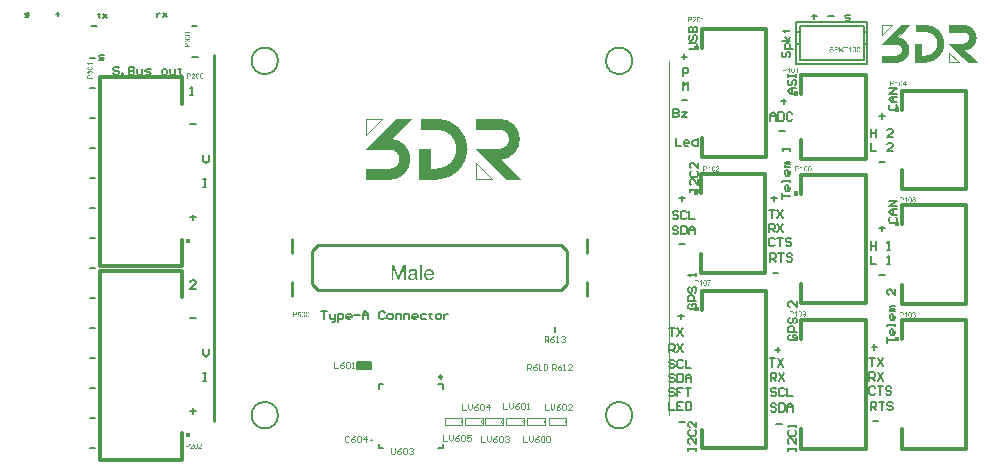
<source format=gto>
G04 Layer_Color=65535*
%FSLAX42Y42*%
%MOMM*%
G71*
G01*
G75*
%ADD26C,0.15*%
%ADD28C,0.25*%
%ADD30C,0.20*%
%ADD78C,0.25*%
%ADD79C,0.13*%
%ADD80C,0.10*%
%ADD81C,0.00*%
%ADD82C,0.00*%
%ADD83C,0.30*%
%ADD84C,0.18*%
%ADD85R,1.16X0.60*%
%ADD86R,0.15X0.60*%
G36*
X10126Y4740D02*
X10121D01*
Y4775D01*
X10121Y4775D01*
X10120Y4774D01*
X10120Y4774D01*
X10120Y4774D01*
X10120Y4774D01*
X10120Y4774D01*
X10119Y4774D01*
X10119Y4773D01*
X10119Y4773D01*
X10118Y4773D01*
X10118Y4772D01*
X10118Y4772D01*
X10117Y4772D01*
X10116Y4771D01*
X10115Y4771D01*
X10115Y4771D01*
X10115Y4771D01*
X10115Y4771D01*
X10115Y4770D01*
X10115Y4770D01*
X10114Y4770D01*
X10114Y4770D01*
X10113Y4770D01*
X10113Y4769D01*
X10112Y4769D01*
X10111Y4768D01*
X10110Y4768D01*
Y4773D01*
X10110Y4773D01*
X10110Y4773D01*
X10110Y4773D01*
X10110Y4774D01*
X10111Y4774D01*
X10111Y4774D01*
X10112Y4774D01*
X10112Y4775D01*
X10113Y4775D01*
X10114Y4775D01*
X10115Y4776D01*
X10116Y4777D01*
X10118Y4778D01*
X10118Y4778D01*
X10118Y4779D01*
X10118Y4779D01*
X10118Y4779D01*
X10118Y4779D01*
X10119Y4780D01*
X10119Y4780D01*
X10120Y4780D01*
X10120Y4781D01*
X10120Y4781D01*
X10121Y4782D01*
X10122Y4783D01*
X10122Y4784D01*
X10122Y4784D01*
X10126D01*
Y4740D01*
D02*
G37*
G36*
X10084Y4784D02*
X10085D01*
X10085Y4784D01*
X10086Y4784D01*
X10088Y4784D01*
X10089Y4784D01*
X10089Y4784D01*
X10090Y4784D01*
X10090D01*
X10090Y4784D01*
X10090Y4784D01*
X10090Y4784D01*
X10090Y4784D01*
X10091Y4784D01*
X10091Y4783D01*
X10092Y4783D01*
X10092Y4783D01*
X10093Y4783D01*
X10094Y4782D01*
X10095Y4782D01*
X10095Y4782D01*
X10095Y4782D01*
X10095Y4782D01*
X10096Y4781D01*
X10096Y4781D01*
X10096Y4781D01*
X10096Y4781D01*
X10096Y4781D01*
X10097Y4780D01*
X10097Y4780D01*
X10098Y4779D01*
X10098Y4778D01*
X10099Y4777D01*
X10099Y4777D01*
X10099Y4777D01*
X10099Y4777D01*
X10099Y4777D01*
X10099Y4777D01*
X10099Y4776D01*
X10099Y4776D01*
X10099Y4776D01*
X10100Y4775D01*
X10100Y4775D01*
X10100Y4774D01*
X10100Y4774D01*
X10100Y4773D01*
X10100Y4771D01*
Y4771D01*
Y4771D01*
X10100Y4771D01*
X10100Y4770D01*
X10100Y4770D01*
X10100Y4769D01*
X10100Y4769D01*
X10100Y4768D01*
X10099Y4767D01*
X10099Y4767D01*
X10099Y4766D01*
X10099Y4765D01*
X10098Y4764D01*
X10098Y4763D01*
X10097Y4762D01*
X10096Y4762D01*
X10096Y4762D01*
X10096Y4762D01*
X10096Y4761D01*
X10096Y4761D01*
X10095Y4761D01*
X10095Y4760D01*
X10094Y4760D01*
X10093Y4760D01*
X10093Y4759D01*
X10092Y4759D01*
X10091Y4759D01*
X10089Y4758D01*
X10088Y4758D01*
X10087Y4758D01*
X10087Y4758D01*
X10086Y4758D01*
X10085Y4758D01*
X10084Y4758D01*
X10072D01*
Y4740D01*
X10066D01*
Y4784D01*
X10084D01*
X10084Y4784D01*
D02*
G37*
G36*
X10126Y3767D02*
X10121D01*
Y3802D01*
X10121Y3802D01*
X10120Y3802D01*
X10120Y3802D01*
X10120Y3801D01*
X10120Y3801D01*
X10120Y3801D01*
X10119Y3801D01*
X10119Y3801D01*
X10119Y3800D01*
X10118Y3800D01*
X10118Y3800D01*
X10118Y3799D01*
X10117Y3799D01*
X10116Y3799D01*
X10115Y3798D01*
X10115Y3798D01*
X10115Y3798D01*
X10115Y3798D01*
X10115Y3798D01*
X10115Y3797D01*
X10114Y3797D01*
X10114Y3797D01*
X10113Y3797D01*
X10113Y3796D01*
X10112Y3796D01*
X10111Y3795D01*
X10110Y3795D01*
Y3800D01*
X10110Y3800D01*
X10110Y3800D01*
X10110Y3801D01*
X10110Y3801D01*
X10111Y3801D01*
X10111Y3801D01*
X10112Y3802D01*
X10112Y3802D01*
X10113Y3802D01*
X10114Y3803D01*
X10115Y3804D01*
X10116Y3805D01*
X10118Y3806D01*
X10118Y3806D01*
X10118Y3806D01*
X10118Y3806D01*
X10118Y3806D01*
X10118Y3806D01*
X10119Y3807D01*
X10119Y3807D01*
X10120Y3808D01*
X10120Y3808D01*
X10120Y3808D01*
X10121Y3809D01*
X10122Y3811D01*
X10122Y3811D01*
X10122Y3812D01*
X10126D01*
Y3767D01*
D02*
G37*
G36*
X10155Y3812D02*
X10156D01*
X10156Y3812D01*
X10156Y3811D01*
X10157Y3811D01*
X10158Y3811D01*
X10159Y3811D01*
X10160Y3811D01*
X10160Y3810D01*
X10161Y3810D01*
X10161D01*
X10161Y3810D01*
X10161Y3810D01*
X10161Y3810D01*
X10162Y3810D01*
X10162Y3810D01*
X10162Y3809D01*
X10162Y3809D01*
X10163Y3809D01*
X10164Y3808D01*
X10165Y3807D01*
X10165Y3806D01*
X10165Y3806D01*
X10165Y3806D01*
X10166Y3806D01*
X10166Y3805D01*
X10166Y3805D01*
X10166Y3805D01*
X10166Y3805D01*
X10166Y3804D01*
X10167Y3804D01*
X10167Y3803D01*
X10167Y3803D01*
X10167Y3802D01*
X10168Y3801D01*
X10168Y3801D01*
X10168Y3800D01*
X10168Y3799D01*
Y3799D01*
X10168Y3799D01*
X10168Y3799D01*
X10168Y3799D01*
X10168Y3798D01*
X10168Y3798D01*
X10169Y3797D01*
X10169Y3797D01*
X10169Y3796D01*
X10169Y3795D01*
X10169Y3794D01*
X10169Y3793D01*
X10169Y3792D01*
X10169Y3791D01*
X10169Y3790D01*
Y3789D01*
Y3789D01*
Y3789D01*
Y3789D01*
Y3788D01*
Y3788D01*
Y3788D01*
X10169Y3788D01*
Y3788D01*
X10169Y3787D01*
X10169Y3786D01*
X10169Y3785D01*
X10169Y3784D01*
X10169Y3783D01*
X10169Y3782D01*
X10168Y3780D01*
X10168Y3779D01*
X10168Y3778D01*
X10168Y3777D01*
X10168Y3776D01*
X10167Y3776D01*
X10167Y3776D01*
X10167Y3776D01*
X10167Y3775D01*
X10167Y3775D01*
X10167Y3774D01*
X10167Y3774D01*
X10166Y3773D01*
X10166Y3773D01*
X10166Y3772D01*
X10165Y3772D01*
X10165Y3771D01*
X10164Y3770D01*
X10164Y3770D01*
X10163Y3769D01*
X10163Y3769D01*
X10163Y3769D01*
X10163Y3769D01*
X10162Y3768D01*
X10162Y3768D01*
X10162Y3768D01*
X10161Y3768D01*
X10161Y3768D01*
X10160Y3767D01*
X10160Y3767D01*
X10159Y3767D01*
X10159Y3767D01*
X10158Y3766D01*
X10157Y3766D01*
X10156Y3766D01*
X10156Y3766D01*
X10155Y3766D01*
X10154D01*
X10154Y3766D01*
X10154Y3766D01*
X10153Y3766D01*
X10152Y3766D01*
X10152Y3766D01*
X10151Y3767D01*
X10150Y3767D01*
X10149Y3767D01*
X10148Y3768D01*
X10148Y3768D01*
X10147Y3769D01*
X10146Y3769D01*
X10145Y3770D01*
X10144Y3771D01*
Y3771D01*
X10144Y3771D01*
X10144Y3771D01*
X10144Y3771D01*
X10144Y3771D01*
X10144Y3771D01*
X10144Y3771D01*
X10144Y3772D01*
X10144Y3772D01*
X10143Y3772D01*
X10143Y3773D01*
X10143Y3773D01*
X10143Y3774D01*
X10143Y3774D01*
X10142Y3774D01*
X10142Y3775D01*
X10142Y3776D01*
X10142Y3776D01*
X10142Y3777D01*
X10141Y3778D01*
X10141Y3778D01*
X10141Y3779D01*
X10141Y3780D01*
X10141Y3781D01*
X10141Y3782D01*
X10140Y3782D01*
X10140Y3783D01*
X10140Y3784D01*
X10140Y3785D01*
X10140Y3787D01*
X10140Y3788D01*
Y3789D01*
Y3789D01*
Y3789D01*
Y3789D01*
Y3789D01*
Y3789D01*
Y3790D01*
X10140Y3790D01*
Y3790D01*
X10140Y3791D01*
X10140Y3792D01*
X10140Y3792D01*
X10140Y3793D01*
X10140Y3794D01*
X10140Y3795D01*
X10141Y3798D01*
X10141Y3799D01*
X10141Y3800D01*
X10141Y3801D01*
X10142Y3802D01*
X10142Y3802D01*
X10142Y3802D01*
X10142Y3802D01*
X10142Y3802D01*
X10142Y3803D01*
X10142Y3803D01*
X10143Y3804D01*
X10143Y3804D01*
X10143Y3805D01*
X10144Y3805D01*
X10144Y3806D01*
X10144Y3807D01*
X10145Y3807D01*
X10145Y3808D01*
X10146Y3808D01*
X10147Y3809D01*
X10147Y3809D01*
X10147Y3809D01*
X10147Y3809D01*
X10147Y3809D01*
X10147Y3810D01*
X10148Y3810D01*
X10148Y3810D01*
X10149Y3810D01*
X10149Y3811D01*
X10150Y3811D01*
X10151Y3811D01*
X10151Y3811D01*
X10152Y3811D01*
X10153Y3812D01*
X10154Y3812D01*
X10155Y3812D01*
X10155D01*
X10155Y3812D01*
D02*
G37*
G36*
X10084Y3811D02*
X10085D01*
X10085Y3811D01*
X10086Y3811D01*
X10088Y3811D01*
X10089Y3811D01*
X10089Y3811D01*
X10090Y3811D01*
X10090D01*
X10090Y3811D01*
X10090Y3811D01*
X10090Y3811D01*
X10090Y3811D01*
X10091Y3811D01*
X10091Y3811D01*
X10092Y3811D01*
X10092Y3810D01*
X10093Y3810D01*
X10094Y3809D01*
X10095Y3809D01*
X10095Y3809D01*
X10095Y3809D01*
X10095Y3809D01*
X10096Y3809D01*
X10096Y3808D01*
X10096Y3808D01*
X10096Y3808D01*
X10096Y3808D01*
X10097Y3808D01*
X10097Y3807D01*
X10098Y3806D01*
X10098Y3806D01*
X10099Y3805D01*
X10099Y3805D01*
X10099Y3804D01*
X10099Y3804D01*
X10099Y3804D01*
X10099Y3804D01*
X10099Y3804D01*
X10099Y3803D01*
X10099Y3803D01*
X10100Y3802D01*
X10100Y3802D01*
X10100Y3801D01*
X10100Y3801D01*
X10100Y3800D01*
X10100Y3799D01*
Y3798D01*
Y3798D01*
X10100Y3798D01*
X10100Y3798D01*
X10100Y3797D01*
X10100Y3797D01*
X10100Y3796D01*
X10100Y3795D01*
X10099Y3794D01*
X10099Y3794D01*
X10099Y3793D01*
X10099Y3792D01*
X10098Y3791D01*
X10098Y3790D01*
X10097Y3790D01*
X10096Y3789D01*
X10096Y3789D01*
X10096Y3789D01*
X10096Y3789D01*
X10096Y3788D01*
X10095Y3788D01*
X10095Y3788D01*
X10094Y3787D01*
X10093Y3787D01*
X10093Y3787D01*
X10092Y3786D01*
X10091Y3786D01*
X10089Y3786D01*
X10088Y3785D01*
X10087Y3785D01*
X10087Y3785D01*
X10086Y3785D01*
X10085Y3785D01*
X10084Y3785D01*
X10072D01*
Y3767D01*
X10066D01*
Y3811D01*
X10084D01*
X10084Y3811D01*
D02*
G37*
G36*
X9242Y5004D02*
X9237D01*
Y5039D01*
X9237Y5039D01*
X9237Y5039D01*
X9236Y5039D01*
X9236Y5038D01*
X9236Y5038D01*
X9236Y5038D01*
X9236Y5038D01*
X9235Y5038D01*
X9235Y5037D01*
X9234Y5037D01*
X9234Y5037D01*
X9234Y5036D01*
X9233Y5036D01*
X9233Y5036D01*
X9231Y5035D01*
X9231Y5035D01*
X9231Y5035D01*
X9231Y5035D01*
X9231Y5035D01*
X9231Y5034D01*
X9230Y5034D01*
X9230Y5034D01*
X9229Y5034D01*
X9229Y5033D01*
X9228Y5033D01*
X9227Y5032D01*
X9226Y5032D01*
Y5037D01*
X9226Y5037D01*
X9226Y5037D01*
X9226Y5038D01*
X9226Y5038D01*
X9227Y5038D01*
X9227Y5038D01*
X9228Y5039D01*
X9228Y5039D01*
X9229Y5039D01*
X9230Y5040D01*
X9231Y5041D01*
X9232Y5042D01*
X9234Y5043D01*
X9234Y5043D01*
X9234Y5043D01*
X9234Y5043D01*
X9234Y5043D01*
X9235Y5043D01*
X9235Y5044D01*
X9235Y5044D01*
X9236Y5045D01*
X9236Y5045D01*
X9236Y5045D01*
X9237Y5046D01*
X9238Y5048D01*
X9238Y5048D01*
X9239Y5049D01*
X9242D01*
Y5004D01*
D02*
G37*
G36*
X9205Y5837D02*
X9199D01*
Y5872D01*
X9199Y5872D01*
X9199Y5872D01*
X9199Y5872D01*
X9199Y5872D01*
X9199Y5871D01*
X9198Y5871D01*
X9198Y5871D01*
X9198Y5871D01*
X9198Y5870D01*
X9197Y5870D01*
X9197Y5870D01*
X9196Y5869D01*
X9196Y5869D01*
X9195Y5869D01*
X9194Y5868D01*
X9194Y5868D01*
X9194Y5868D01*
X9194Y5868D01*
X9194Y5868D01*
X9193Y5868D01*
X9193Y5867D01*
X9193Y5867D01*
X9192Y5867D01*
X9191Y5867D01*
X9190Y5866D01*
X9189Y5866D01*
X9188Y5865D01*
Y5871D01*
X9188Y5871D01*
X9189Y5871D01*
X9189Y5871D01*
X9189Y5871D01*
X9189Y5871D01*
X9190Y5871D01*
X9190Y5872D01*
X9191Y5872D01*
X9192Y5872D01*
X9192Y5873D01*
X9194Y5874D01*
X9195Y5875D01*
X9196Y5876D01*
X9196Y5876D01*
X9197Y5876D01*
X9197Y5876D01*
X9197Y5876D01*
X9197Y5877D01*
X9198Y5877D01*
X9198Y5877D01*
X9198Y5878D01*
X9199Y5878D01*
X9199Y5879D01*
X9200Y5880D01*
X9201Y5881D01*
X9201Y5881D01*
X9201Y5882D01*
X9205D01*
Y5837D01*
D02*
G37*
G36*
X10058Y4541D02*
X10023D01*
Y4576D01*
X10058D01*
Y4541D01*
D02*
G37*
G36*
X10190Y4784D02*
X10190Y4784D01*
X10191Y4784D01*
X10191Y4784D01*
X10192Y4784D01*
X10193Y4784D01*
X10193Y4784D01*
X10194Y4784D01*
X10195Y4783D01*
X10196Y4783D01*
X10196Y4783D01*
X10197Y4782D01*
X10198Y4782D01*
X10199Y4781D01*
X10199Y4781D01*
X10199Y4781D01*
X10199Y4781D01*
X10199Y4780D01*
X10200Y4780D01*
X10200Y4780D01*
X10200Y4779D01*
X10200Y4779D01*
X10201Y4778D01*
X10201Y4778D01*
X10201Y4777D01*
X10202Y4776D01*
X10202Y4775D01*
X10202Y4775D01*
X10202Y4774D01*
X10202Y4773D01*
Y4773D01*
Y4773D01*
Y4772D01*
X10202Y4772D01*
X10202Y4772D01*
X10202Y4772D01*
X10202Y4771D01*
X10202Y4771D01*
X10202Y4770D01*
X10202Y4769D01*
X10201Y4769D01*
X10201Y4768D01*
X10201Y4768D01*
X10201Y4767D01*
X10201Y4767D01*
X10201Y4767D01*
X10200Y4767D01*
X10200Y4767D01*
X10200Y4767D01*
X10200Y4767D01*
X10200Y4766D01*
X10199Y4766D01*
X10199Y4766D01*
X10199Y4766D01*
X10198Y4765D01*
X10198Y4765D01*
X10197Y4765D01*
X10197Y4764D01*
X10196Y4764D01*
X10196Y4764D01*
X10196D01*
X10196Y4764D01*
X10196Y4764D01*
X10196Y4764D01*
X10197Y4763D01*
X10197Y4763D01*
X10198Y4763D01*
X10198Y4763D01*
X10198Y4763D01*
X10199Y4762D01*
X10200Y4762D01*
X10200Y4761D01*
X10201Y4761D01*
X10201Y4761D01*
X10202Y4760D01*
X10202Y4760D01*
X10202Y4759D01*
X10202Y4759D01*
X10202Y4759D01*
X10202Y4759D01*
X10202Y4759D01*
X10203Y4758D01*
X10203Y4758D01*
X10203Y4758D01*
X10203Y4757D01*
X10203Y4756D01*
X10204Y4756D01*
X10204Y4755D01*
X10204Y4755D01*
X10204Y4754D01*
X10204Y4753D01*
X10204Y4752D01*
Y4752D01*
Y4752D01*
X10204Y4752D01*
X10204Y4751D01*
X10204Y4751D01*
X10204Y4750D01*
X10204Y4750D01*
X10204Y4749D01*
X10203Y4748D01*
X10203Y4748D01*
X10203Y4747D01*
X10202Y4746D01*
X10202Y4745D01*
X10201Y4744D01*
X10201Y4744D01*
X10200Y4743D01*
X10200Y4743D01*
X10200Y4743D01*
X10200Y4742D01*
X10199Y4742D01*
X10199Y4742D01*
X10198Y4742D01*
X10198Y4741D01*
X10197Y4741D01*
X10196Y4740D01*
X10196Y4740D01*
X10195Y4740D01*
X10194Y4740D01*
X10193Y4739D01*
X10192Y4739D01*
X10191Y4739D01*
X10189Y4739D01*
X10189D01*
X10189Y4739D01*
X10188Y4739D01*
X10188Y4739D01*
X10187Y4739D01*
X10186Y4739D01*
X10186Y4739D01*
X10185Y4740D01*
X10184Y4740D01*
X10183Y4740D01*
X10182Y4741D01*
X10181Y4741D01*
X10180Y4742D01*
X10180Y4742D01*
X10179Y4743D01*
X10179Y4743D01*
X10179Y4743D01*
X10178Y4743D01*
X10178Y4744D01*
X10178Y4744D01*
X10177Y4744D01*
X10177Y4745D01*
X10177Y4745D01*
X10176Y4746D01*
X10176Y4747D01*
X10176Y4748D01*
X10175Y4749D01*
X10175Y4749D01*
X10175Y4750D01*
X10175Y4751D01*
X10175Y4753D01*
Y4753D01*
Y4753D01*
Y4753D01*
X10175Y4753D01*
X10175Y4754D01*
X10175Y4754D01*
X10175Y4755D01*
X10175Y4755D01*
X10175Y4756D01*
X10175Y4756D01*
X10175Y4757D01*
X10176Y4757D01*
X10176Y4758D01*
X10176Y4759D01*
X10176Y4759D01*
X10177Y4760D01*
X10177Y4760D01*
X10177Y4760D01*
X10177Y4760D01*
X10177Y4760D01*
X10178Y4761D01*
X10178Y4761D01*
X10178Y4761D01*
X10178Y4761D01*
X10179Y4762D01*
X10179Y4762D01*
X10180Y4762D01*
X10180Y4763D01*
X10181Y4763D01*
X10182Y4763D01*
X10182Y4764D01*
X10183Y4764D01*
X10183D01*
X10183Y4764D01*
X10183Y4764D01*
X10183Y4764D01*
X10182Y4764D01*
X10182Y4764D01*
X10182Y4765D01*
X10181Y4765D01*
X10180Y4765D01*
X10180Y4766D01*
X10179Y4767D01*
X10178Y4767D01*
X10178Y4767D01*
X10178Y4767D01*
X10178Y4767D01*
X10178Y4768D01*
X10178Y4768D01*
X10178Y4768D01*
X10178Y4768D01*
X10177Y4769D01*
X10177Y4769D01*
X10177Y4769D01*
X10177Y4770D01*
X10177Y4770D01*
X10177Y4771D01*
X10177Y4772D01*
X10177Y4772D01*
X10176Y4773D01*
Y4773D01*
Y4773D01*
X10177Y4773D01*
X10177Y4774D01*
X10177Y4774D01*
X10177Y4775D01*
X10177Y4775D01*
X10177Y4776D01*
X10177Y4776D01*
X10177Y4777D01*
X10178Y4778D01*
X10178Y4778D01*
X10178Y4779D01*
X10179Y4780D01*
X10179Y4780D01*
X10180Y4781D01*
X10180Y4781D01*
X10180Y4781D01*
X10180Y4781D01*
X10181Y4782D01*
X10181Y4782D01*
X10181Y4782D01*
X10182Y4782D01*
X10182Y4783D01*
X10183Y4783D01*
X10184Y4783D01*
X10185Y4784D01*
X10185Y4784D01*
X10186Y4784D01*
X10187Y4784D01*
X10188Y4784D01*
X10189Y4784D01*
X10190D01*
X10190Y4784D01*
D02*
G37*
G36*
X10155D02*
X10156D01*
X10156Y4784D01*
X10156Y4784D01*
X10157Y4784D01*
X10158Y4784D01*
X10159Y4784D01*
X10160Y4783D01*
X10160Y4783D01*
X10161Y4783D01*
X10161D01*
X10161Y4783D01*
X10161Y4783D01*
X10161Y4783D01*
X10162Y4783D01*
X10162Y4782D01*
X10162Y4782D01*
X10162Y4782D01*
X10163Y4781D01*
X10164Y4781D01*
X10165Y4780D01*
X10165Y4779D01*
X10165Y4779D01*
X10165Y4779D01*
X10166Y4779D01*
X10166Y4778D01*
X10166Y4778D01*
X10166Y4778D01*
X10166Y4777D01*
X10166Y4777D01*
X10167Y4777D01*
X10167Y4776D01*
X10167Y4775D01*
X10167Y4775D01*
X10168Y4774D01*
X10168Y4774D01*
X10168Y4773D01*
X10168Y4772D01*
Y4772D01*
X10168Y4772D01*
X10168Y4772D01*
X10168Y4771D01*
X10168Y4771D01*
X10168Y4771D01*
X10169Y4770D01*
X10169Y4769D01*
X10169Y4769D01*
X10169Y4768D01*
X10169Y4767D01*
X10169Y4766D01*
X10169Y4765D01*
X10169Y4764D01*
X10169Y4763D01*
Y4762D01*
Y4762D01*
Y4762D01*
Y4761D01*
Y4761D01*
Y4761D01*
Y4761D01*
X10169Y4761D01*
Y4760D01*
X10169Y4760D01*
X10169Y4759D01*
X10169Y4758D01*
X10169Y4757D01*
X10169Y4756D01*
X10169Y4755D01*
X10168Y4753D01*
X10168Y4752D01*
X10168Y4751D01*
X10168Y4750D01*
X10168Y4749D01*
X10167Y4749D01*
X10167Y4749D01*
X10167Y4749D01*
X10167Y4748D01*
X10167Y4748D01*
X10167Y4747D01*
X10167Y4747D01*
X10166Y4746D01*
X10166Y4746D01*
X10166Y4745D01*
X10165Y4744D01*
X10165Y4744D01*
X10164Y4743D01*
X10164Y4743D01*
X10163Y4742D01*
X10163Y4742D01*
X10163Y4741D01*
X10163Y4741D01*
X10162Y4741D01*
X10162Y4741D01*
X10162Y4741D01*
X10161Y4741D01*
X10161Y4740D01*
X10160Y4740D01*
X10160Y4740D01*
X10159Y4740D01*
X10159Y4740D01*
X10158Y4739D01*
X10157Y4739D01*
X10156Y4739D01*
X10156Y4739D01*
X10155Y4739D01*
X10154D01*
X10154Y4739D01*
X10154Y4739D01*
X10153Y4739D01*
X10152Y4739D01*
X10152Y4739D01*
X10151Y4739D01*
X10150Y4740D01*
X10149Y4740D01*
X10148Y4740D01*
X10148Y4741D01*
X10147Y4741D01*
X10146Y4742D01*
X10145Y4743D01*
X10144Y4743D01*
Y4744D01*
X10144Y4744D01*
X10144Y4744D01*
X10144Y4744D01*
X10144Y4744D01*
X10144Y4744D01*
X10144Y4744D01*
X10144Y4745D01*
X10144Y4745D01*
X10143Y4745D01*
X10143Y4746D01*
X10143Y4746D01*
X10143Y4746D01*
X10143Y4747D01*
X10142Y4747D01*
X10142Y4748D01*
X10142Y4748D01*
X10142Y4749D01*
X10142Y4750D01*
X10141Y4750D01*
X10141Y4751D01*
X10141Y4752D01*
X10141Y4753D01*
X10141Y4754D01*
X10141Y4754D01*
X10140Y4755D01*
X10140Y4756D01*
X10140Y4757D01*
X10140Y4758D01*
X10140Y4759D01*
X10140Y4760D01*
Y4762D01*
Y4762D01*
Y4762D01*
Y4762D01*
Y4762D01*
Y4762D01*
Y4762D01*
X10140Y4763D01*
Y4763D01*
X10140Y4764D01*
X10140Y4764D01*
X10140Y4765D01*
X10140Y4766D01*
X10140Y4767D01*
X10140Y4768D01*
X10141Y4770D01*
X10141Y4771D01*
X10141Y4772D01*
X10141Y4773D01*
X10142Y4774D01*
X10142Y4774D01*
X10142Y4775D01*
X10142Y4775D01*
X10142Y4775D01*
X10142Y4776D01*
X10142Y4776D01*
X10143Y4777D01*
X10143Y4777D01*
X10143Y4778D01*
X10144Y4778D01*
X10144Y4779D01*
X10144Y4780D01*
X10145Y4780D01*
X10145Y4781D01*
X10146Y4781D01*
X10147Y4782D01*
X10147Y4782D01*
X10147Y4782D01*
X10147Y4782D01*
X10147Y4782D01*
X10147Y4782D01*
X10148Y4783D01*
X10148Y4783D01*
X10149Y4783D01*
X10149Y4783D01*
X10150Y4784D01*
X10151Y4784D01*
X10151Y4784D01*
X10152Y4784D01*
X10153Y4784D01*
X10154Y4784D01*
X10155Y4784D01*
X10155D01*
X10155Y4784D01*
D02*
G37*
G36*
X10058Y3568D02*
X10023D01*
Y3603D01*
X10058D01*
Y3568D01*
D02*
G37*
G36*
X4059Y2753D02*
X4024D01*
Y2789D01*
X4059D01*
Y2753D01*
D02*
G37*
G36*
X10119Y5741D02*
X10125D01*
Y5736D01*
X10119D01*
Y5725D01*
X10114D01*
Y5736D01*
X10094D01*
Y5741D01*
X10115Y5770D01*
X10119D01*
Y5741D01*
D02*
G37*
G36*
X4110Y2699D02*
X4110D01*
X4111Y2699D01*
X4111Y2699D01*
X4112Y2699D01*
X4112Y2699D01*
X4114Y2698D01*
X4115Y2698D01*
X4115Y2698D01*
X4116Y2698D01*
X4116D01*
X4116Y2698D01*
X4116Y2697D01*
X4116Y2697D01*
X4116Y2697D01*
X4117Y2697D01*
X4117Y2697D01*
X4117Y2697D01*
X4118Y2696D01*
X4119Y2695D01*
X4119Y2694D01*
X4120Y2693D01*
X4120Y2693D01*
X4120Y2693D01*
X4120Y2693D01*
X4120Y2693D01*
X4121Y2693D01*
X4121Y2692D01*
X4121Y2692D01*
X4121Y2692D01*
X4121Y2691D01*
X4122Y2691D01*
X4122Y2690D01*
X4122Y2690D01*
X4122Y2689D01*
X4122Y2688D01*
X4123Y2688D01*
X4123Y2687D01*
Y2687D01*
X4123Y2687D01*
X4123Y2686D01*
X4123Y2686D01*
X4123Y2686D01*
X4123Y2685D01*
X4123Y2685D01*
X4123Y2684D01*
X4124Y2683D01*
X4124Y2683D01*
X4124Y2682D01*
X4124Y2681D01*
X4124Y2680D01*
X4124Y2679D01*
X4124Y2678D01*
Y2676D01*
Y2676D01*
Y2676D01*
Y2676D01*
Y2676D01*
Y2676D01*
Y2676D01*
X4124Y2675D01*
Y2675D01*
X4124Y2674D01*
X4124Y2674D01*
X4124Y2673D01*
X4124Y2672D01*
X4124Y2671D01*
X4124Y2670D01*
X4123Y2668D01*
X4123Y2667D01*
X4123Y2666D01*
X4123Y2665D01*
X4122Y2664D01*
X4122Y2664D01*
X4122Y2663D01*
X4122Y2663D01*
X4122Y2663D01*
X4122Y2662D01*
X4122Y2662D01*
X4121Y2661D01*
X4121Y2661D01*
X4121Y2660D01*
X4120Y2660D01*
X4120Y2659D01*
X4120Y2658D01*
X4119Y2658D01*
X4119Y2657D01*
X4118Y2657D01*
X4117Y2656D01*
X4117Y2656D01*
X4117Y2656D01*
X4117Y2656D01*
X4117Y2656D01*
X4117Y2656D01*
X4116Y2655D01*
X4116Y2655D01*
X4115Y2655D01*
X4115Y2655D01*
X4114Y2654D01*
X4113Y2654D01*
X4113Y2654D01*
X4112Y2654D01*
X4111Y2654D01*
X4110Y2654D01*
X4109Y2654D01*
X4109D01*
X4109Y2654D01*
X4108Y2654D01*
X4108Y2654D01*
X4107Y2654D01*
X4106Y2654D01*
X4106Y2654D01*
X4105Y2654D01*
X4104Y2655D01*
X4103Y2655D01*
X4102Y2655D01*
X4102Y2656D01*
X4101Y2657D01*
X4100Y2657D01*
X4099Y2658D01*
Y2658D01*
X4099Y2658D01*
X4099Y2658D01*
X4099Y2658D01*
X4099Y2659D01*
X4099Y2659D01*
X4099Y2659D01*
X4099Y2659D01*
X4098Y2659D01*
X4098Y2660D01*
X4098Y2660D01*
X4098Y2661D01*
X4098Y2661D01*
X4097Y2661D01*
X4097Y2662D01*
X4097Y2662D01*
X4097Y2663D01*
X4097Y2664D01*
X4096Y2664D01*
X4096Y2665D01*
X4096Y2666D01*
X4096Y2667D01*
X4096Y2667D01*
X4096Y2668D01*
X4095Y2669D01*
X4095Y2670D01*
X4095Y2671D01*
X4095Y2672D01*
X4095Y2673D01*
X4095Y2674D01*
X4095Y2675D01*
Y2676D01*
Y2676D01*
Y2676D01*
Y2676D01*
Y2677D01*
Y2677D01*
Y2677D01*
X4095Y2677D01*
Y2678D01*
X4095Y2678D01*
X4095Y2679D01*
X4095Y2680D01*
X4095Y2681D01*
X4095Y2682D01*
X4095Y2683D01*
X4096Y2685D01*
X4096Y2686D01*
X4096Y2687D01*
X4096Y2688D01*
X4096Y2689D01*
X4096Y2689D01*
X4097Y2689D01*
X4097Y2689D01*
X4097Y2690D01*
X4097Y2690D01*
X4097Y2691D01*
X4097Y2691D01*
X4098Y2692D01*
X4098Y2692D01*
X4098Y2693D01*
X4099Y2694D01*
X4099Y2694D01*
X4100Y2695D01*
X4100Y2695D01*
X4101Y2696D01*
X4101Y2696D01*
X4101Y2697D01*
X4101Y2697D01*
X4102Y2697D01*
X4102Y2697D01*
X4102Y2697D01*
X4103Y2697D01*
X4103Y2698D01*
X4104Y2698D01*
X4104Y2698D01*
X4105Y2698D01*
X4105Y2698D01*
X4106Y2699D01*
X4107Y2699D01*
X4108Y2699D01*
X4108Y2699D01*
X4109Y2699D01*
X4110D01*
X4110Y2699D01*
D02*
G37*
G36*
X4076D02*
X4076Y2699D01*
X4077Y2699D01*
X4077Y2699D01*
X4078Y2699D01*
X4079Y2699D01*
X4079Y2698D01*
X4080Y2698D01*
X4081Y2698D01*
X4082Y2698D01*
X4083Y2697D01*
X4084Y2697D01*
X4084Y2696D01*
X4085Y2696D01*
X4085Y2695D01*
X4085Y2695D01*
X4085Y2695D01*
X4086Y2695D01*
X4086Y2695D01*
X4086Y2694D01*
X4087Y2694D01*
X4087Y2693D01*
X4087Y2692D01*
X4088Y2692D01*
X4088Y2691D01*
X4088Y2690D01*
X4089Y2689D01*
X4089Y2689D01*
X4089Y2688D01*
X4089Y2687D01*
Y2687D01*
Y2687D01*
Y2686D01*
Y2686D01*
X4089Y2686D01*
X4089Y2686D01*
X4089Y2685D01*
X4089Y2685D01*
X4089Y2684D01*
X4088Y2683D01*
X4088Y2682D01*
X4088Y2681D01*
Y2681D01*
X4088Y2681D01*
X4088Y2681D01*
X4088Y2681D01*
X4087Y2681D01*
X4087Y2680D01*
X4087Y2680D01*
X4087Y2680D01*
X4087Y2679D01*
X4086Y2679D01*
X4086Y2678D01*
X4085Y2678D01*
X4085Y2677D01*
X4085Y2677D01*
X4084Y2676D01*
X4084Y2676D01*
X4084Y2676D01*
X4084Y2676D01*
X4084Y2675D01*
X4083Y2675D01*
X4083Y2675D01*
X4083Y2674D01*
X4082Y2674D01*
X4082Y2673D01*
X4081Y2673D01*
X4080Y2672D01*
X4080Y2671D01*
X4079Y2671D01*
X4078Y2670D01*
X4077Y2669D01*
X4076Y2668D01*
X4076Y2668D01*
X4075Y2668D01*
X4075Y2668D01*
X4075Y2667D01*
X4075Y2667D01*
X4074Y2667D01*
X4074Y2666D01*
X4073Y2666D01*
X4072Y2665D01*
X4071Y2664D01*
X4071Y2664D01*
X4070Y2664D01*
X4070Y2663D01*
X4070Y2663D01*
X4069Y2662D01*
X4069Y2662D01*
X4069Y2662D01*
X4069Y2662D01*
X4069Y2662D01*
X4068Y2661D01*
X4068Y2661D01*
X4067Y2660D01*
X4067Y2660D01*
X4089D01*
Y2654D01*
X4059D01*
Y2654D01*
Y2654D01*
Y2654D01*
Y2655D01*
Y2655D01*
X4060Y2655D01*
X4060Y2656D01*
X4060Y2656D01*
X4060Y2657D01*
X4060Y2657D01*
X4060Y2658D01*
Y2658D01*
X4060Y2658D01*
X4060Y2658D01*
X4060Y2659D01*
X4060Y2659D01*
X4061Y2659D01*
X4061Y2660D01*
X4061Y2660D01*
X4061Y2660D01*
X4061Y2661D01*
X4062Y2662D01*
X4063Y2663D01*
X4064Y2664D01*
X4064Y2664D01*
X4064Y2664D01*
X4064Y2664D01*
X4064Y2665D01*
X4064Y2665D01*
X4065Y2665D01*
X4065Y2666D01*
X4066Y2666D01*
X4066Y2666D01*
X4067Y2667D01*
X4067Y2667D01*
X4068Y2668D01*
X4068Y2669D01*
X4069Y2669D01*
X4070Y2670D01*
X4071Y2671D01*
X4071Y2671D01*
X4071Y2671D01*
X4071Y2671D01*
X4071Y2671D01*
X4071Y2671D01*
X4072Y2671D01*
X4072Y2672D01*
X4073Y2672D01*
X4073Y2673D01*
X4074Y2673D01*
X4075Y2674D01*
X4076Y2675D01*
X4076Y2676D01*
X4077Y2676D01*
X4078Y2677D01*
X4079Y2678D01*
X4080Y2679D01*
X4080Y2680D01*
X4081Y2680D01*
X4081Y2680D01*
X4081Y2680D01*
X4081Y2681D01*
X4081Y2681D01*
X4081Y2681D01*
X4081Y2681D01*
X4082Y2682D01*
X4082Y2682D01*
X4082Y2683D01*
X4082Y2683D01*
X4083Y2684D01*
X4083Y2685D01*
X4083Y2686D01*
X4083Y2686D01*
X4083Y2687D01*
Y2687D01*
Y2687D01*
Y2687D01*
X4083Y2687D01*
X4083Y2688D01*
X4083Y2688D01*
X4083Y2688D01*
X4083Y2689D01*
X4083Y2689D01*
X4083Y2690D01*
X4082Y2690D01*
X4082Y2690D01*
X4082Y2691D01*
X4082Y2691D01*
X4081Y2692D01*
X4081Y2692D01*
X4081Y2692D01*
X4081Y2692D01*
X4081Y2692D01*
X4080Y2693D01*
X4080Y2693D01*
X4080Y2693D01*
X4080Y2693D01*
X4079Y2693D01*
X4079Y2694D01*
X4078Y2694D01*
X4078Y2694D01*
X4077Y2694D01*
X4077Y2694D01*
X4076Y2694D01*
X4076Y2695D01*
X4075Y2695D01*
X4074D01*
X4074Y2695D01*
X4074Y2694D01*
X4073Y2694D01*
X4073Y2694D01*
X4073Y2694D01*
X4072Y2694D01*
X4072Y2694D01*
X4071Y2694D01*
X4071Y2694D01*
X4070Y2693D01*
X4069Y2693D01*
X4069Y2693D01*
X4069Y2692D01*
X4068Y2692D01*
X4068Y2692D01*
X4068Y2692D01*
X4068Y2692D01*
X4068Y2691D01*
X4068Y2691D01*
X4068Y2691D01*
X4067Y2690D01*
X4067Y2690D01*
X4067Y2690D01*
X4067Y2689D01*
X4067Y2688D01*
X4066Y2688D01*
X4066Y2687D01*
X4066Y2686D01*
X4066Y2686D01*
X4061Y2686D01*
Y2686D01*
Y2686D01*
X4061Y2686D01*
Y2686D01*
X4061Y2687D01*
X4061Y2687D01*
X4061Y2688D01*
X4061Y2688D01*
X4061Y2689D01*
X4061Y2690D01*
X4062Y2691D01*
X4062Y2691D01*
X4062Y2692D01*
X4063Y2693D01*
X4063Y2694D01*
X4064Y2694D01*
X4064Y2695D01*
X4065Y2696D01*
X4065Y2696D01*
X4065Y2696D01*
X4065Y2696D01*
X4066Y2696D01*
X4066Y2697D01*
X4066Y2697D01*
X4067Y2697D01*
X4068Y2697D01*
X4068Y2698D01*
X4069Y2698D01*
X4070Y2698D01*
X4071Y2699D01*
X4072Y2699D01*
X4073Y2699D01*
X4074Y2699D01*
X4075Y2699D01*
X4075D01*
X4076Y2699D01*
D02*
G37*
G36*
X4039Y2699D02*
X4040D01*
X4040Y2699D01*
X4041Y2699D01*
X4042Y2699D01*
X4043Y2699D01*
X4044Y2699D01*
X4044Y2698D01*
X4044D01*
X4045Y2698D01*
X4045Y2698D01*
X4045Y2698D01*
X4045Y2698D01*
X4046Y2698D01*
X4046Y2698D01*
X4046Y2698D01*
X4047Y2698D01*
X4048Y2697D01*
X4049Y2697D01*
X4050Y2696D01*
X4050Y2696D01*
X4050Y2696D01*
X4050Y2696D01*
X4050Y2696D01*
X4050Y2696D01*
X4051Y2696D01*
X4051Y2696D01*
X4051Y2695D01*
X4051Y2695D01*
X4052Y2695D01*
X4052Y2694D01*
X4053Y2693D01*
X4054Y2692D01*
X4054Y2692D01*
X4054Y2692D01*
X4054Y2692D01*
X4054Y2692D01*
X4054Y2691D01*
X4054Y2691D01*
X4054Y2691D01*
X4054Y2690D01*
X4054Y2690D01*
X4054Y2689D01*
X4055Y2689D01*
X4055Y2688D01*
X4055Y2687D01*
X4055Y2686D01*
Y2686D01*
Y2686D01*
X4055Y2685D01*
X4055Y2685D01*
X4055Y2685D01*
X4055Y2684D01*
X4055Y2683D01*
X4054Y2683D01*
X4054Y2682D01*
X4054Y2681D01*
X4054Y2680D01*
X4053Y2680D01*
X4053Y2679D01*
X4052Y2678D01*
X4052Y2677D01*
X4051Y2676D01*
X4051Y2676D01*
X4051Y2676D01*
X4051Y2676D01*
X4051Y2676D01*
X4050Y2675D01*
X4050Y2675D01*
X4049Y2675D01*
X4048Y2674D01*
X4047Y2674D01*
X4046Y2674D01*
X4045Y2673D01*
X4044Y2673D01*
X4043Y2673D01*
X4042Y2673D01*
X4041Y2673D01*
X4041Y2673D01*
X4040Y2672D01*
X4039Y2672D01*
X4027D01*
Y2654D01*
X4021D01*
Y2699D01*
X4039D01*
X4039Y2699D01*
D02*
G37*
G36*
X8365Y6311D02*
X8365D01*
X8365Y6311D01*
X8366Y6311D01*
X8366Y6311D01*
X8367Y6311D01*
X8368Y6310D01*
X8369Y6310D01*
X8370Y6310D01*
X8370Y6310D01*
X8370D01*
X8370Y6309D01*
X8370Y6309D01*
X8371Y6309D01*
X8371Y6309D01*
X8371Y6309D01*
X8371Y6309D01*
X8372Y6308D01*
X8372Y6308D01*
X8373Y6307D01*
X8374Y6306D01*
X8375Y6305D01*
X8375Y6305D01*
X8375Y6305D01*
X8375Y6305D01*
X8375Y6305D01*
X8375Y6305D01*
X8375Y6304D01*
X8375Y6304D01*
X8376Y6304D01*
X8376Y6303D01*
X8376Y6303D01*
X8376Y6302D01*
X8377Y6301D01*
X8377Y6301D01*
X8377Y6300D01*
X8377Y6299D01*
X8377Y6299D01*
Y6299D01*
X8377Y6299D01*
X8378Y6298D01*
X8378Y6298D01*
X8378Y6298D01*
X8378Y6297D01*
X8378Y6297D01*
X8378Y6296D01*
X8378Y6295D01*
X8378Y6294D01*
X8378Y6294D01*
X8378Y6293D01*
X8378Y6292D01*
X8378Y6291D01*
X8378Y6289D01*
Y6288D01*
Y6288D01*
Y6288D01*
Y6288D01*
Y6288D01*
Y6288D01*
Y6287D01*
X8378Y6287D01*
Y6287D01*
X8378Y6286D01*
X8378Y6285D01*
X8378Y6285D01*
X8378Y6284D01*
X8378Y6283D01*
X8378Y6282D01*
X8378Y6280D01*
X8378Y6278D01*
X8377Y6277D01*
X8377Y6276D01*
X8377Y6276D01*
X8377Y6275D01*
X8377Y6275D01*
X8377Y6275D01*
X8377Y6275D01*
X8376Y6274D01*
X8376Y6274D01*
X8376Y6273D01*
X8376Y6273D01*
X8375Y6272D01*
X8375Y6272D01*
X8375Y6271D01*
X8374Y6270D01*
X8374Y6270D01*
X8373Y6269D01*
X8373Y6269D01*
X8372Y6268D01*
X8372Y6268D01*
X8372Y6268D01*
X8372Y6268D01*
X8371Y6268D01*
X8371Y6267D01*
X8371Y6267D01*
X8370Y6267D01*
X8370Y6267D01*
X8369Y6267D01*
X8369Y6266D01*
X8368Y6266D01*
X8367Y6266D01*
X8366Y6266D01*
X8366Y6266D01*
X8365Y6265D01*
X8364Y6265D01*
X8364D01*
X8363Y6265D01*
X8363Y6266D01*
X8362Y6266D01*
X8362Y6266D01*
X8361Y6266D01*
X8360Y6266D01*
X8359Y6266D01*
X8359Y6267D01*
X8358Y6267D01*
X8357Y6267D01*
X8356Y6268D01*
X8355Y6269D01*
X8354Y6269D01*
X8354Y6270D01*
Y6270D01*
X8354Y6270D01*
X8354Y6270D01*
X8354Y6270D01*
X8353Y6270D01*
X8353Y6271D01*
X8353Y6271D01*
X8353Y6271D01*
X8353Y6271D01*
X8353Y6272D01*
X8353Y6272D01*
X8352Y6272D01*
X8352Y6273D01*
X8352Y6273D01*
X8352Y6274D01*
X8352Y6274D01*
X8351Y6275D01*
X8351Y6276D01*
X8351Y6276D01*
X8351Y6277D01*
X8351Y6278D01*
X8350Y6278D01*
X8350Y6279D01*
X8350Y6280D01*
X8350Y6281D01*
X8350Y6282D01*
X8350Y6283D01*
X8350Y6284D01*
X8349Y6285D01*
X8349Y6286D01*
X8349Y6287D01*
Y6288D01*
Y6288D01*
Y6288D01*
Y6288D01*
Y6289D01*
Y6289D01*
Y6289D01*
X8349Y6289D01*
Y6290D01*
X8349Y6290D01*
X8349Y6291D01*
X8349Y6292D01*
X8350Y6293D01*
X8350Y6294D01*
X8350Y6295D01*
X8350Y6297D01*
X8350Y6298D01*
X8350Y6299D01*
X8351Y6300D01*
X8351Y6301D01*
X8351Y6301D01*
X8351Y6301D01*
X8351Y6301D01*
X8351Y6302D01*
X8351Y6302D01*
X8352Y6303D01*
X8352Y6303D01*
X8352Y6304D01*
X8352Y6304D01*
X8353Y6305D01*
X8353Y6306D01*
X8354Y6306D01*
X8354Y6307D01*
X8355Y6307D01*
X8355Y6308D01*
X8356Y6308D01*
X8356Y6308D01*
X8356Y6309D01*
X8356Y6309D01*
X8356Y6309D01*
X8357Y6309D01*
X8357Y6309D01*
X8358Y6309D01*
X8358Y6310D01*
X8359Y6310D01*
X8359Y6310D01*
X8360Y6310D01*
X8361Y6311D01*
X8361Y6311D01*
X8362Y6311D01*
X8363Y6311D01*
X8364Y6311D01*
X8364D01*
X8365Y6311D01*
D02*
G37*
G36*
X8364Y6033D02*
X8328D01*
Y6068D01*
X8364D01*
Y6033D01*
D02*
G37*
G36*
X8294Y6311D02*
X8294D01*
X8295Y6311D01*
X8296Y6311D01*
X8297Y6311D01*
X8298Y6311D01*
X8298Y6310D01*
X8299Y6310D01*
X8299D01*
X8299Y6310D01*
X8299Y6310D01*
X8299Y6310D01*
X8300Y6310D01*
X8300Y6310D01*
X8300Y6310D01*
X8301Y6310D01*
X8302Y6310D01*
X8303Y6309D01*
X8304Y6309D01*
X8304Y6308D01*
X8304Y6308D01*
X8305Y6308D01*
X8305Y6308D01*
X8305Y6308D01*
X8305Y6308D01*
X8305Y6308D01*
X8305Y6307D01*
X8306Y6307D01*
X8306Y6307D01*
X8306Y6307D01*
X8307Y6306D01*
X8307Y6305D01*
X8308Y6304D01*
X8308Y6304D01*
X8308Y6304D01*
X8308Y6304D01*
X8308Y6304D01*
X8308Y6303D01*
X8308Y6303D01*
X8309Y6303D01*
X8309Y6302D01*
X8309Y6302D01*
X8309Y6301D01*
X8309Y6301D01*
X8309Y6300D01*
X8309Y6299D01*
X8309Y6298D01*
Y6298D01*
Y6298D01*
X8309Y6297D01*
X8309Y6297D01*
X8309Y6296D01*
X8309Y6296D01*
X8309Y6295D01*
X8309Y6295D01*
X8309Y6294D01*
X8308Y6293D01*
X8308Y6292D01*
X8308Y6291D01*
X8307Y6291D01*
X8307Y6290D01*
X8306Y6289D01*
X8306Y6288D01*
X8306Y6288D01*
X8306Y6288D01*
X8305Y6288D01*
X8305Y6288D01*
X8305Y6287D01*
X8304Y6287D01*
X8303Y6287D01*
X8303Y6286D01*
X8302Y6286D01*
X8301Y6286D01*
X8300Y6285D01*
X8299Y6285D01*
X8297Y6285D01*
X8297Y6285D01*
X8296Y6285D01*
X8295Y6284D01*
X8294Y6284D01*
X8294Y6284D01*
X8281D01*
Y6266D01*
X8275D01*
Y6311D01*
X8293D01*
X8294Y6311D01*
D02*
G37*
G36*
X8405Y6266D02*
X8399D01*
Y6301D01*
X8399Y6301D01*
X8399Y6301D01*
X8399Y6301D01*
X8399Y6301D01*
X8399Y6301D01*
X8398Y6300D01*
X8398Y6300D01*
X8398Y6300D01*
X8397Y6300D01*
X8397Y6299D01*
X8397Y6299D01*
X8396Y6299D01*
X8396Y6298D01*
X8395Y6298D01*
X8394Y6297D01*
X8394Y6297D01*
X8394Y6297D01*
X8394Y6297D01*
X8393Y6297D01*
X8393Y6297D01*
X8393Y6297D01*
X8392Y6296D01*
X8392Y6296D01*
X8391Y6296D01*
X8390Y6295D01*
X8389Y6295D01*
X8388Y6294D01*
Y6300D01*
X8388Y6300D01*
X8388Y6300D01*
X8389Y6300D01*
X8389Y6300D01*
X8389Y6300D01*
X8390Y6301D01*
X8390Y6301D01*
X8391Y6301D01*
X8392Y6302D01*
X8392Y6302D01*
X8394Y6303D01*
X8395Y6304D01*
X8396Y6305D01*
X8396Y6305D01*
X8396Y6305D01*
X8397Y6305D01*
X8397Y6306D01*
X8397Y6306D01*
X8397Y6306D01*
X8398Y6307D01*
X8398Y6307D01*
X8399Y6307D01*
X8399Y6308D01*
X8400Y6309D01*
X8401Y6310D01*
X8401Y6310D01*
X8401Y6311D01*
X8405D01*
Y6266D01*
D02*
G37*
G36*
X8330Y6311D02*
X8331Y6311D01*
X8331Y6311D01*
X8332Y6311D01*
X8332Y6311D01*
X8333Y6311D01*
X8334Y6310D01*
X8335Y6310D01*
X8336Y6310D01*
X8336Y6309D01*
X8337Y6309D01*
X8338Y6309D01*
X8339Y6308D01*
X8340Y6307D01*
X8340Y6307D01*
X8340Y6307D01*
X8340Y6307D01*
X8340Y6307D01*
X8341Y6306D01*
X8341Y6306D01*
X8341Y6306D01*
X8342Y6305D01*
X8342Y6304D01*
X8342Y6304D01*
X8343Y6303D01*
X8343Y6302D01*
X8343Y6301D01*
X8343Y6300D01*
X8343Y6300D01*
X8343Y6299D01*
Y6299D01*
Y6298D01*
Y6298D01*
Y6298D01*
X8343Y6298D01*
X8343Y6298D01*
X8343Y6297D01*
X8343Y6297D01*
X8343Y6296D01*
X8343Y6295D01*
X8343Y6294D01*
X8342Y6293D01*
Y6293D01*
X8342Y6293D01*
X8342Y6293D01*
X8342Y6293D01*
X8342Y6293D01*
X8342Y6292D01*
X8342Y6292D01*
X8341Y6292D01*
X8341Y6291D01*
X8341Y6291D01*
X8340Y6290D01*
X8340Y6289D01*
X8340Y6289D01*
X8339Y6288D01*
X8339Y6288D01*
X8339Y6288D01*
X8339Y6288D01*
X8338Y6288D01*
X8338Y6287D01*
X8338Y6287D01*
X8338Y6287D01*
X8337Y6286D01*
X8337Y6286D01*
X8336Y6285D01*
X8335Y6285D01*
X8335Y6284D01*
X8334Y6283D01*
X8333Y6283D01*
X8332Y6282D01*
X8331Y6281D01*
X8330Y6280D01*
X8330Y6280D01*
X8330Y6280D01*
X8330Y6280D01*
X8329Y6279D01*
X8329Y6279D01*
X8329Y6279D01*
X8328Y6278D01*
X8328Y6278D01*
X8327Y6277D01*
X8326Y6276D01*
X8325Y6276D01*
X8325Y6275D01*
X8325Y6275D01*
X8324Y6275D01*
X8324Y6274D01*
X8324Y6274D01*
X8324Y6274D01*
X8323Y6274D01*
X8323Y6273D01*
X8323Y6273D01*
X8322Y6273D01*
X8322Y6272D01*
X8322Y6271D01*
X8343D01*
Y6266D01*
X8314D01*
Y6266D01*
Y6266D01*
Y6266D01*
Y6267D01*
Y6267D01*
X8314Y6267D01*
X8314Y6267D01*
X8314Y6268D01*
X8314Y6269D01*
X8314Y6269D01*
X8315Y6270D01*
Y6270D01*
X8315Y6270D01*
X8315Y6270D01*
X8315Y6270D01*
X8315Y6271D01*
X8315Y6271D01*
X8315Y6271D01*
X8315Y6272D01*
X8316Y6272D01*
X8316Y6273D01*
X8317Y6274D01*
X8317Y6275D01*
X8318Y6276D01*
X8318Y6276D01*
X8318Y6276D01*
X8318Y6276D01*
X8319Y6276D01*
X8319Y6277D01*
X8319Y6277D01*
X8320Y6277D01*
X8320Y6278D01*
X8321Y6278D01*
X8321Y6279D01*
X8322Y6279D01*
X8322Y6280D01*
X8323Y6281D01*
X8324Y6281D01*
X8325Y6282D01*
X8325Y6283D01*
X8325Y6283D01*
X8325Y6283D01*
X8326Y6283D01*
X8326Y6283D01*
X8326Y6283D01*
X8326Y6283D01*
X8327Y6284D01*
X8327Y6284D01*
X8328Y6285D01*
X8329Y6285D01*
X8329Y6286D01*
X8330Y6287D01*
X8331Y6288D01*
X8332Y6288D01*
X8333Y6289D01*
X8333Y6290D01*
X8334Y6291D01*
X8335Y6291D01*
X8335Y6292D01*
X8335Y6292D01*
X8335Y6292D01*
X8335Y6292D01*
X8336Y6293D01*
X8336Y6293D01*
X8336Y6293D01*
X8336Y6294D01*
X8336Y6294D01*
X8337Y6295D01*
X8337Y6295D01*
X8337Y6296D01*
X8338Y6297D01*
X8338Y6298D01*
X8338Y6298D01*
X8338Y6299D01*
Y6299D01*
Y6299D01*
Y6299D01*
X8338Y6299D01*
X8338Y6300D01*
X8338Y6300D01*
X8338Y6300D01*
X8337Y6301D01*
X8337Y6301D01*
X8337Y6301D01*
X8337Y6302D01*
X8337Y6302D01*
X8337Y6303D01*
X8336Y6303D01*
X8336Y6304D01*
X8335Y6304D01*
X8335Y6304D01*
X8335Y6304D01*
X8335Y6304D01*
X8335Y6305D01*
X8335Y6305D01*
X8334Y6305D01*
X8334Y6305D01*
X8334Y6305D01*
X8333Y6306D01*
X8333Y6306D01*
X8332Y6306D01*
X8332Y6306D01*
X8331Y6306D01*
X8331Y6306D01*
X8330Y6306D01*
X8329Y6306D01*
X8329D01*
X8329Y6306D01*
X8328Y6306D01*
X8328Y6306D01*
X8328Y6306D01*
X8327Y6306D01*
X8327Y6306D01*
X8326Y6306D01*
X8326Y6306D01*
X8325Y6305D01*
X8325Y6305D01*
X8324Y6305D01*
X8323Y6304D01*
X8323Y6304D01*
X8323Y6304D01*
X8323Y6304D01*
X8323Y6304D01*
X8323Y6304D01*
X8322Y6303D01*
X8322Y6303D01*
X8322Y6303D01*
X8322Y6302D01*
X8322Y6302D01*
X8321Y6301D01*
X8321Y6301D01*
X8321Y6300D01*
X8321Y6300D01*
X8321Y6299D01*
X8321Y6298D01*
X8321Y6298D01*
X8315Y6298D01*
Y6298D01*
Y6298D01*
X8315Y6298D01*
Y6298D01*
X8315Y6299D01*
X8315Y6299D01*
X8315Y6300D01*
X8315Y6300D01*
X8316Y6301D01*
X8316Y6302D01*
X8316Y6302D01*
X8316Y6303D01*
X8317Y6304D01*
X8317Y6305D01*
X8318Y6306D01*
X8318Y6306D01*
X8319Y6307D01*
X8319Y6308D01*
X8319Y6308D01*
X8320Y6308D01*
X8320Y6308D01*
X8320Y6308D01*
X8320Y6308D01*
X8321Y6309D01*
X8321Y6309D01*
X8322Y6309D01*
X8323Y6310D01*
X8323Y6310D01*
X8324Y6310D01*
X8325Y6310D01*
X8326Y6311D01*
X8327Y6311D01*
X8328Y6311D01*
X8329Y6311D01*
X8330D01*
X8330Y6311D01*
D02*
G37*
G36*
X9306Y5049D02*
X9306D01*
X9307Y5049D01*
X9307Y5048D01*
X9307Y5048D01*
X9308Y5048D01*
X9310Y5048D01*
X9311Y5048D01*
X9311Y5047D01*
X9312Y5047D01*
X9312D01*
X9312Y5047D01*
X9312Y5047D01*
X9312Y5047D01*
X9312Y5047D01*
X9313Y5047D01*
X9313Y5046D01*
X9313Y5046D01*
X9314Y5046D01*
X9315Y5045D01*
X9315Y5044D01*
X9316Y5043D01*
X9316Y5043D01*
X9316Y5043D01*
X9316Y5043D01*
X9316Y5042D01*
X9317Y5042D01*
X9317Y5042D01*
X9317Y5042D01*
X9317Y5041D01*
X9317Y5041D01*
X9318Y5040D01*
X9318Y5040D01*
X9318Y5039D01*
X9318Y5038D01*
X9318Y5038D01*
X9319Y5037D01*
X9319Y5036D01*
Y5036D01*
X9319Y5036D01*
X9319Y5036D01*
X9319Y5036D01*
X9319Y5035D01*
X9319Y5035D01*
X9319Y5034D01*
X9319Y5034D01*
X9319Y5033D01*
X9320Y5032D01*
X9320Y5031D01*
X9320Y5030D01*
X9320Y5029D01*
X9320Y5028D01*
X9320Y5027D01*
Y5026D01*
Y5026D01*
Y5026D01*
Y5026D01*
Y5025D01*
Y5025D01*
Y5025D01*
X9320Y5025D01*
Y5025D01*
X9320Y5024D01*
X9320Y5023D01*
X9320Y5022D01*
X9320Y5021D01*
X9320Y5020D01*
X9320Y5019D01*
X9319Y5017D01*
X9319Y5016D01*
X9319Y5015D01*
X9319Y5014D01*
X9318Y5013D01*
X9318Y5013D01*
X9318Y5013D01*
X9318Y5013D01*
X9318Y5012D01*
X9318Y5012D01*
X9318Y5011D01*
X9317Y5011D01*
X9317Y5010D01*
X9317Y5010D01*
X9316Y5009D01*
X9316Y5009D01*
X9316Y5008D01*
X9315Y5007D01*
X9315Y5007D01*
X9314Y5006D01*
X9313Y5006D01*
X9313Y5006D01*
X9313Y5006D01*
X9313Y5005D01*
X9313Y5005D01*
X9313Y5005D01*
X9312Y5005D01*
X9312Y5005D01*
X9311Y5004D01*
X9311Y5004D01*
X9310Y5004D01*
X9309Y5004D01*
X9309Y5003D01*
X9308Y5003D01*
X9307Y5003D01*
X9306Y5003D01*
X9305Y5003D01*
X9305D01*
X9305Y5003D01*
X9304Y5003D01*
X9304Y5003D01*
X9303Y5003D01*
X9302Y5003D01*
X9302Y5004D01*
X9301Y5004D01*
X9300Y5004D01*
X9299Y5005D01*
X9298Y5005D01*
X9297Y5006D01*
X9297Y5006D01*
X9296Y5007D01*
X9295Y5008D01*
Y5008D01*
X9295Y5008D01*
X9295Y5008D01*
X9295Y5008D01*
X9295Y5008D01*
X9295Y5008D01*
X9295Y5008D01*
X9295Y5009D01*
X9294Y5009D01*
X9294Y5009D01*
X9294Y5010D01*
X9294Y5010D01*
X9294Y5011D01*
X9293Y5011D01*
X9293Y5011D01*
X9293Y5012D01*
X9293Y5013D01*
X9293Y5013D01*
X9292Y5014D01*
X9292Y5015D01*
X9292Y5015D01*
X9292Y5016D01*
X9292Y5017D01*
X9291Y5018D01*
X9291Y5019D01*
X9291Y5019D01*
X9291Y5020D01*
X9291Y5021D01*
X9291Y5022D01*
X9291Y5024D01*
X9291Y5025D01*
Y5026D01*
Y5026D01*
Y5026D01*
Y5026D01*
Y5026D01*
Y5026D01*
Y5027D01*
X9291Y5027D01*
Y5027D01*
X9291Y5028D01*
X9291Y5029D01*
X9291Y5029D01*
X9291Y5030D01*
X9291Y5031D01*
X9291Y5032D01*
X9291Y5035D01*
X9292Y5036D01*
X9292Y5037D01*
X9292Y5038D01*
X9292Y5039D01*
X9292Y5039D01*
X9292Y5039D01*
X9293Y5039D01*
X9293Y5039D01*
X9293Y5040D01*
X9293Y5040D01*
X9293Y5041D01*
X9294Y5041D01*
X9294Y5042D01*
X9294Y5042D01*
X9295Y5043D01*
X9295Y5044D01*
X9296Y5044D01*
X9296Y5045D01*
X9297Y5045D01*
X9297Y5046D01*
X9297Y5046D01*
X9297Y5046D01*
X9298Y5046D01*
X9298Y5046D01*
X9298Y5047D01*
X9299Y5047D01*
X9299Y5047D01*
X9299Y5047D01*
X9300Y5048D01*
X9301Y5048D01*
X9301Y5048D01*
X9302Y5048D01*
X9303Y5048D01*
X9304Y5049D01*
X9304Y5049D01*
X9305Y5049D01*
X9306D01*
X9306Y5049D01*
D02*
G37*
G36*
X9200Y5048D02*
X9201D01*
X9201Y5048D01*
X9203Y5048D01*
X9204Y5048D01*
X9205Y5048D01*
X9205Y5048D01*
X9206Y5048D01*
X9206D01*
X9206Y5048D01*
X9206Y5048D01*
X9206Y5048D01*
X9207Y5048D01*
X9207Y5048D01*
X9207Y5048D01*
X9208Y5048D01*
X9209Y5047D01*
X9209Y5047D01*
X9210Y5046D01*
X9211Y5046D01*
X9211Y5046D01*
X9211Y5046D01*
X9211Y5046D01*
X9212Y5046D01*
X9212Y5045D01*
X9212Y5045D01*
X9212Y5045D01*
X9213Y5045D01*
X9213Y5045D01*
X9213Y5044D01*
X9214Y5043D01*
X9214Y5043D01*
X9215Y5042D01*
X9215Y5042D01*
X9215Y5041D01*
X9215Y5041D01*
X9215Y5041D01*
X9215Y5041D01*
X9215Y5041D01*
X9215Y5040D01*
X9215Y5040D01*
X9216Y5039D01*
X9216Y5039D01*
X9216Y5038D01*
X9216Y5038D01*
X9216Y5037D01*
X9216Y5036D01*
Y5035D01*
Y5035D01*
X9216Y5035D01*
X9216Y5035D01*
X9216Y5034D01*
X9216Y5034D01*
X9216Y5033D01*
X9216Y5032D01*
X9216Y5031D01*
X9215Y5031D01*
X9215Y5030D01*
X9215Y5029D01*
X9214Y5028D01*
X9214Y5027D01*
X9213Y5027D01*
X9213Y5026D01*
X9212Y5026D01*
X9212Y5026D01*
X9212Y5026D01*
X9212Y5025D01*
X9211Y5025D01*
X9211Y5025D01*
X9210Y5024D01*
X9210Y5024D01*
X9209Y5024D01*
X9208Y5023D01*
X9207Y5023D01*
X9205Y5023D01*
X9204Y5022D01*
X9203Y5022D01*
X9203Y5022D01*
X9202Y5022D01*
X9201Y5022D01*
X9200Y5022D01*
X9188D01*
Y5004D01*
X9182D01*
Y5048D01*
X9200D01*
X9200Y5048D01*
D02*
G37*
G36*
X9684Y6057D02*
X9684D01*
X9685Y6057D01*
X9685Y6057D01*
X9686Y6057D01*
X9687Y6057D01*
X9688Y6056D01*
X9689Y6056D01*
X9689Y6056D01*
X9690Y6056D01*
X9690D01*
X9690Y6055D01*
X9690Y6055D01*
X9690Y6055D01*
X9690Y6055D01*
X9691Y6055D01*
X9691Y6055D01*
X9691Y6054D01*
X9692Y6054D01*
X9693Y6053D01*
X9694Y6052D01*
X9694Y6051D01*
X9694Y6051D01*
X9694Y6051D01*
X9694Y6051D01*
X9694Y6051D01*
X9695Y6051D01*
X9695Y6050D01*
X9695Y6050D01*
X9695Y6050D01*
X9695Y6049D01*
X9696Y6049D01*
X9696Y6048D01*
X9696Y6047D01*
X9696Y6047D01*
X9697Y6046D01*
X9697Y6045D01*
X9697Y6045D01*
Y6045D01*
X9697Y6045D01*
X9697Y6044D01*
X9697Y6044D01*
X9697Y6044D01*
X9697Y6043D01*
X9697Y6043D01*
X9697Y6042D01*
X9698Y6041D01*
X9698Y6040D01*
X9698Y6040D01*
X9698Y6039D01*
X9698Y6038D01*
X9698Y6037D01*
X9698Y6035D01*
Y6034D01*
Y6034D01*
Y6034D01*
Y6034D01*
Y6034D01*
Y6034D01*
Y6033D01*
X9698Y6033D01*
Y6033D01*
X9698Y6032D01*
X9698Y6031D01*
X9698Y6031D01*
X9698Y6030D01*
X9698Y6029D01*
X9698Y6028D01*
X9697Y6026D01*
X9697Y6024D01*
X9697Y6023D01*
X9697Y6022D01*
X9696Y6022D01*
X9696Y6021D01*
X9696Y6021D01*
X9696Y6021D01*
X9696Y6021D01*
X9696Y6020D01*
X9696Y6020D01*
X9695Y6019D01*
X9695Y6019D01*
X9695Y6018D01*
X9694Y6018D01*
X9694Y6017D01*
X9694Y6016D01*
X9693Y6016D01*
X9693Y6015D01*
X9692Y6015D01*
X9692Y6014D01*
X9691Y6014D01*
X9691Y6014D01*
X9691Y6014D01*
X9691Y6014D01*
X9691Y6013D01*
X9690Y6013D01*
X9690Y6013D01*
X9689Y6013D01*
X9689Y6013D01*
X9688Y6012D01*
X9687Y6012D01*
X9687Y6012D01*
X9686Y6012D01*
X9685Y6012D01*
X9684Y6011D01*
X9683Y6011D01*
X9683D01*
X9683Y6011D01*
X9682Y6012D01*
X9682Y6012D01*
X9681Y6012D01*
X9681Y6012D01*
X9680Y6012D01*
X9679Y6012D01*
X9678Y6013D01*
X9677Y6013D01*
X9676Y6013D01*
X9676Y6014D01*
X9675Y6015D01*
X9674Y6015D01*
X9673Y6016D01*
Y6016D01*
X9673Y6016D01*
X9673Y6016D01*
X9673Y6016D01*
X9673Y6016D01*
X9673Y6017D01*
X9673Y6017D01*
X9673Y6017D01*
X9672Y6017D01*
X9672Y6018D01*
X9672Y6018D01*
X9672Y6018D01*
X9672Y6019D01*
X9672Y6019D01*
X9671Y6020D01*
X9671Y6020D01*
X9671Y6021D01*
X9671Y6022D01*
X9670Y6022D01*
X9670Y6023D01*
X9670Y6024D01*
X9670Y6024D01*
X9670Y6025D01*
X9670Y6026D01*
X9669Y6027D01*
X9669Y6028D01*
X9669Y6029D01*
X9669Y6030D01*
X9669Y6031D01*
X9669Y6032D01*
X9669Y6033D01*
Y6034D01*
Y6034D01*
Y6034D01*
Y6034D01*
Y6035D01*
Y6035D01*
Y6035D01*
X9669Y6035D01*
Y6036D01*
X9669Y6036D01*
X9669Y6037D01*
X9669Y6038D01*
X9669Y6039D01*
X9669Y6040D01*
X9669Y6041D01*
X9670Y6043D01*
X9670Y6044D01*
X9670Y6045D01*
X9670Y6046D01*
X9671Y6047D01*
X9671Y6047D01*
X9671Y6047D01*
X9671Y6047D01*
X9671Y6048D01*
X9671Y6048D01*
X9671Y6049D01*
X9671Y6049D01*
X9672Y6050D01*
X9672Y6050D01*
X9672Y6051D01*
X9673Y6052D01*
X9673Y6052D01*
X9674Y6053D01*
X9674Y6053D01*
X9675Y6054D01*
X9675Y6054D01*
X9675Y6054D01*
X9676Y6055D01*
X9676Y6055D01*
X9676Y6055D01*
X9676Y6055D01*
X9677Y6055D01*
X9677Y6055D01*
X9678Y6056D01*
X9678Y6056D01*
X9679Y6056D01*
X9679Y6056D01*
X9680Y6057D01*
X9681Y6057D01*
X9682Y6057D01*
X9683Y6057D01*
X9683Y6057D01*
X9684D01*
X9684Y6057D01*
D02*
G37*
G36*
X9534Y6057D02*
X9534D01*
X9535Y6057D01*
X9536Y6057D01*
X9537Y6057D01*
X9538Y6057D01*
X9538Y6056D01*
X9539Y6056D01*
X9539D01*
X9539Y6056D01*
X9539Y6056D01*
X9539Y6056D01*
X9540Y6056D01*
X9540Y6056D01*
X9540Y6056D01*
X9541Y6056D01*
X9542Y6056D01*
X9543Y6055D01*
X9543Y6055D01*
X9544Y6054D01*
X9544Y6054D01*
X9544Y6054D01*
X9545Y6054D01*
X9545Y6054D01*
X9545Y6054D01*
X9545Y6054D01*
X9545Y6053D01*
X9546Y6053D01*
X9546Y6053D01*
X9546Y6053D01*
X9547Y6052D01*
X9547Y6051D01*
X9548Y6050D01*
X9548Y6050D01*
X9548Y6050D01*
X9548Y6050D01*
X9548Y6050D01*
X9548Y6049D01*
X9548Y6049D01*
X9548Y6049D01*
X9549Y6048D01*
X9549Y6048D01*
X9549Y6047D01*
X9549Y6047D01*
X9549Y6046D01*
X9549Y6045D01*
X9549Y6044D01*
Y6044D01*
Y6044D01*
X9549Y6043D01*
X9549Y6043D01*
X9549Y6042D01*
X9549Y6042D01*
X9549Y6041D01*
X9549Y6041D01*
X9549Y6040D01*
X9548Y6039D01*
X9548Y6038D01*
X9548Y6037D01*
X9547Y6037D01*
X9547Y6036D01*
X9546Y6035D01*
X9546Y6034D01*
X9546Y6034D01*
X9545Y6034D01*
X9545Y6034D01*
X9545Y6034D01*
X9544Y6033D01*
X9544Y6033D01*
X9543Y6033D01*
X9543Y6032D01*
X9542Y6032D01*
X9541Y6032D01*
X9540Y6031D01*
X9539Y6031D01*
X9537Y6031D01*
X9537Y6031D01*
X9536Y6031D01*
X9535Y6030D01*
X9534Y6030D01*
X9533Y6030D01*
X9521D01*
Y6012D01*
X9515D01*
Y6057D01*
X9533D01*
X9534Y6057D01*
D02*
G37*
G36*
X9719Y6057D02*
X9719D01*
X9719Y6057D01*
X9720Y6057D01*
X9720Y6057D01*
X9721Y6057D01*
X9722Y6056D01*
X9723Y6056D01*
X9724Y6056D01*
X9724Y6056D01*
X9724D01*
X9725Y6055D01*
X9725Y6055D01*
X9725Y6055D01*
X9725Y6055D01*
X9725Y6055D01*
X9726Y6055D01*
X9726Y6054D01*
X9727Y6054D01*
X9727Y6053D01*
X9728Y6052D01*
X9729Y6051D01*
X9729Y6051D01*
X9729Y6051D01*
X9729Y6051D01*
X9729Y6051D01*
X9729Y6051D01*
X9729Y6050D01*
X9730Y6050D01*
X9730Y6050D01*
X9730Y6049D01*
X9730Y6049D01*
X9731Y6048D01*
X9731Y6047D01*
X9731Y6047D01*
X9731Y6046D01*
X9731Y6045D01*
X9732Y6045D01*
Y6045D01*
X9732Y6045D01*
X9732Y6044D01*
X9732Y6044D01*
X9732Y6044D01*
X9732Y6043D01*
X9732Y6043D01*
X9732Y6042D01*
X9732Y6041D01*
X9732Y6040D01*
X9732Y6040D01*
X9733Y6039D01*
X9733Y6038D01*
X9733Y6037D01*
X9733Y6035D01*
Y6034D01*
Y6034D01*
Y6034D01*
Y6034D01*
Y6034D01*
Y6034D01*
Y6033D01*
X9733Y6033D01*
Y6033D01*
X9733Y6032D01*
X9733Y6031D01*
X9733Y6031D01*
X9732Y6030D01*
X9732Y6029D01*
X9732Y6028D01*
X9732Y6026D01*
X9732Y6024D01*
X9732Y6023D01*
X9731Y6022D01*
X9731Y6022D01*
X9731Y6021D01*
X9731Y6021D01*
X9731Y6021D01*
X9731Y6021D01*
X9731Y6020D01*
X9730Y6020D01*
X9730Y6019D01*
X9730Y6019D01*
X9730Y6018D01*
X9729Y6018D01*
X9729Y6017D01*
X9728Y6016D01*
X9728Y6016D01*
X9727Y6015D01*
X9727Y6015D01*
X9726Y6014D01*
X9726Y6014D01*
X9726Y6014D01*
X9726Y6014D01*
X9726Y6014D01*
X9725Y6013D01*
X9725Y6013D01*
X9724Y6013D01*
X9724Y6013D01*
X9723Y6013D01*
X9723Y6012D01*
X9722Y6012D01*
X9721Y6012D01*
X9721Y6012D01*
X9720Y6012D01*
X9719Y6011D01*
X9718Y6011D01*
X9718D01*
X9718Y6011D01*
X9717Y6012D01*
X9717Y6012D01*
X9716Y6012D01*
X9715Y6012D01*
X9714Y6012D01*
X9714Y6012D01*
X9713Y6013D01*
X9712Y6013D01*
X9711Y6013D01*
X9710Y6014D01*
X9709Y6015D01*
X9709Y6015D01*
X9708Y6016D01*
Y6016D01*
X9708Y6016D01*
X9708Y6016D01*
X9708Y6016D01*
X9708Y6016D01*
X9708Y6017D01*
X9707Y6017D01*
X9707Y6017D01*
X9707Y6017D01*
X9707Y6018D01*
X9707Y6018D01*
X9707Y6018D01*
X9706Y6019D01*
X9706Y6019D01*
X9706Y6020D01*
X9706Y6020D01*
X9706Y6021D01*
X9705Y6022D01*
X9705Y6022D01*
X9705Y6023D01*
X9705Y6024D01*
X9705Y6024D01*
X9704Y6025D01*
X9704Y6026D01*
X9704Y6027D01*
X9704Y6028D01*
X9704Y6029D01*
X9704Y6030D01*
X9704Y6031D01*
X9704Y6032D01*
X9704Y6033D01*
Y6034D01*
Y6034D01*
Y6034D01*
Y6034D01*
Y6035D01*
Y6035D01*
Y6035D01*
X9704Y6035D01*
Y6036D01*
X9704Y6036D01*
X9704Y6037D01*
X9704Y6038D01*
X9704Y6039D01*
X9704Y6040D01*
X9704Y6041D01*
X9704Y6043D01*
X9704Y6044D01*
X9705Y6045D01*
X9705Y6046D01*
X9705Y6047D01*
X9705Y6047D01*
X9705Y6047D01*
X9705Y6047D01*
X9705Y6048D01*
X9706Y6048D01*
X9706Y6049D01*
X9706Y6049D01*
X9706Y6050D01*
X9707Y6050D01*
X9707Y6051D01*
X9707Y6052D01*
X9708Y6052D01*
X9708Y6053D01*
X9709Y6053D01*
X9709Y6054D01*
X9710Y6054D01*
X9710Y6054D01*
X9710Y6055D01*
X9710Y6055D01*
X9711Y6055D01*
X9711Y6055D01*
X9711Y6055D01*
X9712Y6055D01*
X9712Y6056D01*
X9713Y6056D01*
X9713Y6056D01*
X9714Y6056D01*
X9715Y6057D01*
X9716Y6057D01*
X9716Y6057D01*
X9717Y6057D01*
X9718Y6057D01*
X9718D01*
X9719Y6057D01*
D02*
G37*
G36*
X8492Y5046D02*
X8492D01*
X8492Y5046D01*
X8493Y5046D01*
X8493Y5046D01*
X8494Y5046D01*
X8495Y5045D01*
X8496Y5045D01*
X8497Y5045D01*
X8497Y5045D01*
X8497D01*
X8497Y5045D01*
X8497Y5044D01*
X8498Y5044D01*
X8498Y5044D01*
X8498Y5044D01*
X8498Y5044D01*
X8499Y5044D01*
X8499Y5043D01*
X8500Y5042D01*
X8501Y5041D01*
X8502Y5040D01*
X8502Y5040D01*
X8502Y5040D01*
X8502Y5040D01*
X8502Y5040D01*
X8502Y5040D01*
X8502Y5039D01*
X8502Y5039D01*
X8503Y5039D01*
X8503Y5038D01*
X8503Y5038D01*
X8503Y5037D01*
X8504Y5036D01*
X8504Y5036D01*
X8504Y5035D01*
X8504Y5035D01*
X8504Y5034D01*
Y5034D01*
X8504Y5034D01*
X8505Y5033D01*
X8505Y5033D01*
X8505Y5033D01*
X8505Y5032D01*
X8505Y5032D01*
X8505Y5031D01*
X8505Y5030D01*
X8505Y5030D01*
X8505Y5029D01*
X8505Y5028D01*
X8505Y5027D01*
X8505Y5026D01*
X8505Y5024D01*
Y5023D01*
Y5023D01*
Y5023D01*
Y5023D01*
Y5023D01*
Y5023D01*
Y5023D01*
X8505Y5022D01*
Y5022D01*
X8505Y5021D01*
X8505Y5021D01*
X8505Y5020D01*
X8505Y5019D01*
X8505Y5018D01*
X8505Y5017D01*
X8505Y5015D01*
X8505Y5014D01*
X8504Y5013D01*
X8504Y5012D01*
X8504Y5011D01*
X8504Y5011D01*
X8504Y5010D01*
X8504Y5010D01*
X8504Y5010D01*
X8503Y5009D01*
X8503Y5009D01*
X8503Y5008D01*
X8503Y5008D01*
X8502Y5007D01*
X8502Y5007D01*
X8502Y5006D01*
X8501Y5005D01*
X8501Y5005D01*
X8500Y5004D01*
X8500Y5004D01*
X8499Y5003D01*
X8499Y5003D01*
X8499Y5003D01*
X8499Y5003D01*
X8498Y5003D01*
X8498Y5003D01*
X8498Y5002D01*
X8497Y5002D01*
X8497Y5002D01*
X8496Y5002D01*
X8496Y5001D01*
X8495Y5001D01*
X8494Y5001D01*
X8493Y5001D01*
X8493Y5001D01*
X8492Y5001D01*
X8491Y5001D01*
X8491D01*
X8490Y5001D01*
X8490Y5001D01*
X8489Y5001D01*
X8489Y5001D01*
X8488Y5001D01*
X8487Y5001D01*
X8486Y5001D01*
X8486Y5002D01*
X8485Y5002D01*
X8484Y5002D01*
X8483Y5003D01*
X8482Y5004D01*
X8481Y5004D01*
X8481Y5005D01*
Y5005D01*
X8481Y5005D01*
X8481Y5005D01*
X8481Y5005D01*
X8480Y5006D01*
X8480Y5006D01*
X8480Y5006D01*
X8480Y5006D01*
X8480Y5006D01*
X8480Y5007D01*
X8480Y5007D01*
X8479Y5008D01*
X8479Y5008D01*
X8479Y5008D01*
X8479Y5009D01*
X8479Y5009D01*
X8478Y5010D01*
X8478Y5011D01*
X8478Y5011D01*
X8478Y5012D01*
X8478Y5013D01*
X8477Y5013D01*
X8477Y5014D01*
X8477Y5015D01*
X8477Y5016D01*
X8477Y5017D01*
X8477Y5018D01*
X8477Y5019D01*
X8476Y5020D01*
X8476Y5021D01*
X8476Y5022D01*
Y5023D01*
Y5023D01*
Y5023D01*
Y5023D01*
Y5024D01*
Y5024D01*
Y5024D01*
X8476Y5024D01*
Y5025D01*
X8476Y5025D01*
X8476Y5026D01*
X8476Y5027D01*
X8477Y5028D01*
X8477Y5029D01*
X8477Y5030D01*
X8477Y5032D01*
X8477Y5033D01*
X8477Y5034D01*
X8478Y5035D01*
X8478Y5036D01*
X8478Y5036D01*
X8478Y5036D01*
X8478Y5036D01*
X8478Y5037D01*
X8478Y5037D01*
X8479Y5038D01*
X8479Y5038D01*
X8479Y5039D01*
X8479Y5039D01*
X8480Y5040D01*
X8480Y5041D01*
X8481Y5041D01*
X8481Y5042D01*
X8482Y5042D01*
X8482Y5043D01*
X8483Y5043D01*
X8483Y5043D01*
X8483Y5044D01*
X8483Y5044D01*
X8483Y5044D01*
X8484Y5044D01*
X8484Y5044D01*
X8485Y5045D01*
X8485Y5045D01*
X8486Y5045D01*
X8486Y5045D01*
X8487Y5045D01*
X8488Y5046D01*
X8488Y5046D01*
X8489Y5046D01*
X8490Y5046D01*
X8491Y5046D01*
X8491D01*
X8492Y5046D01*
D02*
G37*
G36*
X8358Y4801D02*
X8323D01*
Y4836D01*
X8358D01*
Y4801D01*
D02*
G37*
G36*
X8421Y5046D02*
X8421D01*
X8422Y5046D01*
X8423Y5046D01*
X8424Y5046D01*
X8425Y5046D01*
X8425Y5046D01*
X8426Y5045D01*
X8426D01*
X8426Y5045D01*
X8426Y5045D01*
X8426Y5045D01*
X8427Y5045D01*
X8427Y5045D01*
X8427Y5045D01*
X8428Y5045D01*
X8429Y5045D01*
X8430Y5044D01*
X8431Y5044D01*
X8431Y5043D01*
X8431Y5043D01*
X8432Y5043D01*
X8432Y5043D01*
X8432Y5043D01*
X8432Y5043D01*
X8432Y5043D01*
X8432Y5043D01*
X8433Y5042D01*
X8433Y5042D01*
X8433Y5042D01*
X8434Y5041D01*
X8434Y5040D01*
X8435Y5039D01*
X8435Y5039D01*
X8435Y5039D01*
X8435Y5039D01*
X8435Y5039D01*
X8435Y5038D01*
X8435Y5038D01*
X8436Y5038D01*
X8436Y5037D01*
X8436Y5037D01*
X8436Y5036D01*
X8436Y5036D01*
X8436Y5035D01*
X8436Y5034D01*
X8436Y5033D01*
Y5033D01*
Y5033D01*
X8436Y5032D01*
X8436Y5032D01*
X8436Y5032D01*
X8436Y5031D01*
X8436Y5030D01*
X8436Y5030D01*
X8436Y5029D01*
X8435Y5028D01*
X8435Y5027D01*
X8435Y5027D01*
X8434Y5026D01*
X8434Y5025D01*
X8433Y5024D01*
X8433Y5023D01*
X8433Y5023D01*
X8433Y5023D01*
X8432Y5023D01*
X8432Y5023D01*
X8432Y5022D01*
X8431Y5022D01*
X8430Y5022D01*
X8430Y5021D01*
X8429Y5021D01*
X8428Y5021D01*
X8427Y5020D01*
X8426Y5020D01*
X8424Y5020D01*
X8424Y5020D01*
X8423Y5020D01*
X8422Y5020D01*
X8421Y5019D01*
X8421Y5019D01*
X8408D01*
Y5001D01*
X8402D01*
Y5046D01*
X8420D01*
X8421Y5046D01*
D02*
G37*
G36*
X8526Y5046D02*
X8527Y5046D01*
X8527Y5046D01*
X8528Y5046D01*
X8529Y5046D01*
X8530Y5046D01*
X8530Y5045D01*
X8531Y5045D01*
X8532Y5045D01*
X8533Y5045D01*
X8534Y5044D01*
X8534Y5044D01*
X8535Y5043D01*
X8536Y5042D01*
X8536Y5042D01*
X8536Y5042D01*
X8536Y5042D01*
X8537Y5042D01*
X8537Y5042D01*
X8537Y5041D01*
X8538Y5041D01*
X8538Y5040D01*
X8538Y5039D01*
X8539Y5039D01*
X8539Y5038D01*
X8539Y5037D01*
X8539Y5036D01*
X8540Y5036D01*
X8540Y5035D01*
X8540Y5034D01*
Y5034D01*
Y5034D01*
Y5033D01*
Y5033D01*
X8540Y5033D01*
X8540Y5033D01*
X8540Y5032D01*
X8540Y5032D01*
X8540Y5031D01*
X8539Y5030D01*
X8539Y5029D01*
X8539Y5028D01*
Y5028D01*
X8539Y5028D01*
X8539Y5028D01*
X8538Y5028D01*
X8538Y5028D01*
X8538Y5027D01*
X8538Y5027D01*
X8538Y5027D01*
X8538Y5026D01*
X8537Y5026D01*
X8537Y5025D01*
X8536Y5025D01*
X8536Y5024D01*
X8535Y5023D01*
X8535Y5023D01*
X8535Y5023D01*
X8535Y5023D01*
X8535Y5023D01*
X8535Y5022D01*
X8534Y5022D01*
X8534Y5022D01*
X8534Y5021D01*
X8533Y5021D01*
X8532Y5020D01*
X8532Y5020D01*
X8531Y5019D01*
X8530Y5018D01*
X8530Y5018D01*
X8529Y5017D01*
X8528Y5016D01*
X8527Y5015D01*
X8527Y5015D01*
X8526Y5015D01*
X8526Y5015D01*
X8526Y5014D01*
X8525Y5014D01*
X8525Y5014D01*
X8524Y5013D01*
X8524Y5013D01*
X8523Y5012D01*
X8522Y5011D01*
X8522Y5011D01*
X8521Y5011D01*
X8521Y5010D01*
X8521Y5010D01*
X8520Y5009D01*
X8520Y5009D01*
X8520Y5009D01*
X8520Y5009D01*
X8519Y5009D01*
X8519Y5008D01*
X8519Y5008D01*
X8518Y5007D01*
X8518Y5007D01*
X8540D01*
Y5001D01*
X8510D01*
Y5001D01*
Y5001D01*
Y5001D01*
Y5002D01*
Y5002D01*
X8510Y5002D01*
X8510Y5002D01*
X8510Y5003D01*
X8511Y5004D01*
X8511Y5004D01*
X8511Y5005D01*
Y5005D01*
X8511Y5005D01*
X8511Y5005D01*
X8511Y5006D01*
X8511Y5006D01*
X8511Y5006D01*
X8512Y5007D01*
X8512Y5007D01*
X8512Y5007D01*
X8512Y5008D01*
X8513Y5009D01*
X8514Y5010D01*
X8515Y5011D01*
X8515Y5011D01*
X8515Y5011D01*
X8515Y5011D01*
X8515Y5011D01*
X8515Y5012D01*
X8516Y5012D01*
X8516Y5012D01*
X8516Y5013D01*
X8517Y5013D01*
X8517Y5014D01*
X8518Y5014D01*
X8519Y5015D01*
X8519Y5016D01*
X8520Y5016D01*
X8521Y5017D01*
X8522Y5018D01*
X8522Y5018D01*
X8522Y5018D01*
X8522Y5018D01*
X8522Y5018D01*
X8522Y5018D01*
X8522Y5018D01*
X8523Y5019D01*
X8524Y5019D01*
X8524Y5020D01*
X8525Y5020D01*
X8526Y5021D01*
X8527Y5022D01*
X8527Y5023D01*
X8528Y5023D01*
X8529Y5024D01*
X8530Y5025D01*
X8530Y5026D01*
X8531Y5027D01*
X8532Y5027D01*
X8532Y5027D01*
X8532Y5027D01*
X8532Y5028D01*
X8532Y5028D01*
X8532Y5028D01*
X8532Y5028D01*
X8533Y5029D01*
X8533Y5029D01*
X8533Y5030D01*
X8533Y5030D01*
X8534Y5031D01*
X8534Y5032D01*
X8534Y5033D01*
X8534Y5033D01*
X8534Y5034D01*
Y5034D01*
Y5034D01*
Y5034D01*
X8534Y5034D01*
X8534Y5035D01*
X8534Y5035D01*
X8534Y5035D01*
X8534Y5036D01*
X8534Y5036D01*
X8534Y5037D01*
X8533Y5037D01*
X8533Y5037D01*
X8533Y5038D01*
X8533Y5038D01*
X8532Y5039D01*
X8532Y5039D01*
X8532Y5039D01*
X8532Y5039D01*
X8532Y5039D01*
X8531Y5040D01*
X8531Y5040D01*
X8531Y5040D01*
X8531Y5040D01*
X8530Y5040D01*
X8530Y5041D01*
X8529Y5041D01*
X8529Y5041D01*
X8528Y5041D01*
X8528Y5041D01*
X8527Y5041D01*
X8526Y5041D01*
X8526Y5042D01*
X8525D01*
X8525Y5041D01*
X8525Y5041D01*
X8524Y5041D01*
X8524Y5041D01*
X8523Y5041D01*
X8523Y5041D01*
X8522Y5041D01*
X8522Y5041D01*
X8521Y5041D01*
X8521Y5040D01*
X8520Y5040D01*
X8520Y5040D01*
X8519Y5039D01*
X8519Y5039D01*
X8519Y5039D01*
X8519Y5039D01*
X8519Y5039D01*
X8519Y5038D01*
X8519Y5038D01*
X8518Y5038D01*
X8518Y5037D01*
X8518Y5037D01*
X8518Y5036D01*
X8518Y5036D01*
X8517Y5035D01*
X8517Y5035D01*
X8517Y5034D01*
X8517Y5033D01*
X8517Y5033D01*
X8511Y5033D01*
Y5033D01*
Y5033D01*
X8511Y5033D01*
Y5033D01*
X8511Y5034D01*
X8512Y5034D01*
X8512Y5035D01*
X8512Y5035D01*
X8512Y5036D01*
X8512Y5037D01*
X8512Y5037D01*
X8513Y5038D01*
X8513Y5039D01*
X8513Y5040D01*
X8514Y5041D01*
X8514Y5041D01*
X8515Y5042D01*
X8516Y5043D01*
X8516Y5043D01*
X8516Y5043D01*
X8516Y5043D01*
X8516Y5043D01*
X8517Y5044D01*
X8517Y5044D01*
X8518Y5044D01*
X8518Y5044D01*
X8519Y5045D01*
X8520Y5045D01*
X8521Y5045D01*
X8522Y5046D01*
X8523Y5046D01*
X8524Y5046D01*
X8525Y5046D01*
X8526Y5046D01*
X8526D01*
X8526Y5046D01*
D02*
G37*
G36*
X8462Y5001D02*
X8457D01*
Y5036D01*
X8457Y5036D01*
X8457Y5036D01*
X8457Y5036D01*
X8456Y5036D01*
X8456Y5036D01*
X8456Y5035D01*
X8456Y5035D01*
X8455Y5035D01*
X8455Y5035D01*
X8455Y5034D01*
X8454Y5034D01*
X8454Y5034D01*
X8453Y5033D01*
X8453Y5033D01*
X8452Y5032D01*
X8452Y5032D01*
X8451Y5032D01*
X8451Y5032D01*
X8451Y5032D01*
X8451Y5032D01*
X8450Y5032D01*
X8450Y5032D01*
X8450Y5031D01*
X8449Y5031D01*
X8448Y5030D01*
X8447Y5030D01*
X8446Y5030D01*
Y5035D01*
X8446Y5035D01*
X8446Y5035D01*
X8446Y5035D01*
X8447Y5035D01*
X8447Y5035D01*
X8448Y5036D01*
X8448Y5036D01*
X8449Y5036D01*
X8449Y5037D01*
X8450Y5037D01*
X8451Y5038D01*
X8453Y5039D01*
X8454Y5040D01*
X8454Y5040D01*
X8454Y5040D01*
X8454Y5040D01*
X8454Y5041D01*
X8455Y5041D01*
X8455Y5041D01*
X8455Y5042D01*
X8456Y5042D01*
X8456Y5042D01*
X8457Y5043D01*
X8457Y5044D01*
X8458Y5045D01*
X8458Y5046D01*
X8459Y5046D01*
X8462D01*
Y5001D01*
D02*
G37*
G36*
X9630Y6052D02*
X9616D01*
Y6012D01*
X9610D01*
Y6052D01*
X9595D01*
Y6057D01*
X9630D01*
Y6052D01*
D02*
G37*
G36*
X9208Y5645D02*
X9173D01*
Y5680D01*
X9208D01*
Y5645D01*
D02*
G37*
G36*
X9490Y6058D02*
X9490D01*
X9491Y6058D01*
X9491Y6057D01*
X9492Y6057D01*
X9493Y6057D01*
X9493Y6057D01*
X9495Y6057D01*
X9496Y6057D01*
X9496Y6057D01*
X9497Y6056D01*
X9498Y6056D01*
X9498Y6056D01*
X9498Y6056D01*
X9498Y6056D01*
X9498Y6056D01*
X9499Y6056D01*
X9499Y6055D01*
X9499Y6055D01*
X9500Y6055D01*
X9500Y6055D01*
X9501Y6054D01*
X9501Y6054D01*
X9502Y6053D01*
X9502Y6053D01*
X9503Y6052D01*
X9503Y6052D01*
X9504Y6051D01*
X9504Y6051D01*
X9504Y6051D01*
X9504Y6051D01*
X9504Y6051D01*
X9504Y6050D01*
X9504Y6050D01*
X9504Y6050D01*
X9505Y6049D01*
X9505Y6049D01*
X9505Y6048D01*
X9505Y6048D01*
X9505Y6047D01*
X9506Y6046D01*
X9506Y6046D01*
X9506Y6045D01*
X9506Y6044D01*
X9500Y6044D01*
Y6044D01*
X9500Y6044D01*
X9500Y6044D01*
X9500Y6045D01*
X9500Y6045D01*
X9500Y6045D01*
X9500Y6046D01*
X9500Y6046D01*
X9499Y6047D01*
X9499Y6047D01*
X9499Y6048D01*
X9499Y6048D01*
X9498Y6049D01*
X9498Y6049D01*
X9497Y6050D01*
X9497Y6050D01*
X9497Y6050D01*
X9497Y6050D01*
X9497Y6050D01*
X9497Y6051D01*
X9496Y6051D01*
X9496Y6051D01*
X9496Y6051D01*
X9495Y6051D01*
X9495Y6052D01*
X9494Y6052D01*
X9493Y6052D01*
X9493Y6052D01*
X9492Y6052D01*
X9491Y6052D01*
X9490Y6052D01*
X9489Y6052D01*
X9489D01*
X9488Y6052D01*
X9488Y6052D01*
X9487Y6052D01*
X9487Y6052D01*
X9486Y6052D01*
X9485Y6052D01*
X9484Y6052D01*
X9484Y6052D01*
X9483Y6051D01*
X9482Y6051D01*
X9482Y6051D01*
X9481Y6050D01*
X9481Y6050D01*
X9481Y6050D01*
X9481Y6050D01*
X9481Y6050D01*
X9481Y6050D01*
X9481Y6050D01*
X9480Y6049D01*
X9480Y6049D01*
X9480Y6049D01*
X9480Y6048D01*
X9479Y6048D01*
X9479Y6047D01*
X9479Y6047D01*
X9479Y6046D01*
X9479Y6046D01*
Y6046D01*
Y6046D01*
Y6045D01*
X9479Y6045D01*
X9479Y6045D01*
X9479Y6045D01*
X9479Y6044D01*
X9479Y6044D01*
X9480Y6043D01*
X9480Y6043D01*
X9480Y6042D01*
X9480Y6042D01*
X9481Y6042D01*
X9481Y6042D01*
X9481Y6042D01*
X9481Y6042D01*
X9481Y6041D01*
X9481Y6041D01*
X9482Y6041D01*
X9482Y6041D01*
X9482Y6041D01*
X9483Y6041D01*
X9484Y6040D01*
X9484Y6040D01*
X9485Y6040D01*
X9486Y6039D01*
X9487Y6039D01*
X9488Y6039D01*
X9490Y6039D01*
X9490D01*
X9490Y6038D01*
X9490D01*
X9490Y6038D01*
X9490Y6038D01*
X9490Y6038D01*
X9491Y6038D01*
X9491Y6038D01*
X9492Y6038D01*
X9493Y6038D01*
X9494Y6038D01*
X9495Y6037D01*
X9496Y6037D01*
X9497Y6037D01*
X9498Y6036D01*
X9498Y6036D01*
X9499Y6036D01*
X9499Y6036D01*
X9500Y6036D01*
X9500Y6036D01*
X9500Y6036D01*
X9500Y6035D01*
X9500Y6035D01*
X9501Y6035D01*
X9501Y6035D01*
X9502Y6034D01*
X9502Y6034D01*
X9503Y6034D01*
X9504Y6033D01*
X9504Y6032D01*
X9505Y6032D01*
X9505Y6031D01*
X9505Y6031D01*
X9505Y6031D01*
X9505Y6031D01*
X9506Y6031D01*
X9506Y6030D01*
X9506Y6030D01*
X9506Y6030D01*
X9506Y6029D01*
X9506Y6029D01*
X9507Y6028D01*
X9507Y6028D01*
X9507Y6027D01*
X9507Y6027D01*
X9507Y6026D01*
X9507Y6025D01*
X9507Y6025D01*
Y6025D01*
Y6025D01*
Y6024D01*
X9507Y6024D01*
X9507Y6024D01*
X9507Y6024D01*
X9507Y6023D01*
X9507Y6023D01*
X9507Y6022D01*
X9507Y6022D01*
X9506Y6021D01*
X9506Y6020D01*
X9506Y6020D01*
X9506Y6019D01*
X9505Y6019D01*
X9505Y6018D01*
X9505Y6018D01*
X9505Y6018D01*
X9505Y6018D01*
X9505Y6018D01*
X9504Y6017D01*
X9504Y6017D01*
X9504Y6017D01*
X9504Y6016D01*
X9503Y6016D01*
X9503Y6016D01*
X9502Y6015D01*
X9502Y6015D01*
X9501Y6014D01*
X9501Y6014D01*
X9500Y6014D01*
X9499Y6013D01*
X9499Y6013D01*
X9499Y6013D01*
X9499Y6013D01*
X9499Y6013D01*
X9498Y6013D01*
X9498Y6013D01*
X9497Y6012D01*
X9497Y6012D01*
X9496Y6012D01*
X9495Y6012D01*
X9495Y6012D01*
X9494Y6012D01*
X9493Y6012D01*
X9492Y6012D01*
X9492Y6011D01*
X9491Y6011D01*
X9490D01*
X9490Y6011D01*
X9489Y6012D01*
X9489Y6012D01*
X9488Y6012D01*
X9487Y6012D01*
X9486Y6012D01*
X9486Y6012D01*
X9484Y6012D01*
X9483Y6012D01*
X9482Y6013D01*
X9481Y6013D01*
X9480Y6013D01*
X9480Y6013D01*
X9480Y6013D01*
X9480Y6013D01*
X9480Y6014D01*
X9479Y6014D01*
X9479Y6014D01*
X9479Y6014D01*
X9478Y6015D01*
X9478Y6015D01*
X9477Y6015D01*
X9477Y6016D01*
X9476Y6016D01*
X9476Y6017D01*
X9475Y6017D01*
X9475Y6018D01*
X9474Y6019D01*
X9474Y6019D01*
X9474Y6019D01*
X9474Y6019D01*
X9474Y6019D01*
X9474Y6019D01*
X9473Y6020D01*
X9473Y6020D01*
X9473Y6021D01*
X9473Y6021D01*
X9472Y6022D01*
X9472Y6023D01*
X9472Y6023D01*
X9472Y6024D01*
X9472Y6025D01*
X9472Y6026D01*
X9472Y6027D01*
X9477Y6027D01*
Y6027D01*
X9477Y6027D01*
Y6027D01*
X9477Y6026D01*
X9477Y6026D01*
X9477Y6026D01*
X9478Y6025D01*
X9478Y6025D01*
X9478Y6024D01*
X9478Y6023D01*
X9479Y6022D01*
X9479Y6021D01*
X9479Y6021D01*
X9479Y6021D01*
X9479Y6021D01*
X9479Y6021D01*
X9479Y6021D01*
X9480Y6021D01*
X9480Y6021D01*
X9480Y6020D01*
X9480Y6020D01*
X9481Y6020D01*
X9481Y6019D01*
X9482Y6019D01*
X9482Y6019D01*
X9482Y6019D01*
X9483Y6018D01*
X9484Y6018D01*
X9484D01*
X9484Y6018D01*
X9484Y6018D01*
X9484Y6018D01*
X9484Y6018D01*
X9485Y6018D01*
X9485Y6017D01*
X9486Y6017D01*
X9486Y6017D01*
X9487Y6017D01*
X9487Y6017D01*
X9488Y6017D01*
X9489Y6017D01*
X9490Y6017D01*
X9491D01*
X9491Y6017D01*
X9491D01*
X9492Y6017D01*
X9492Y6017D01*
X9492Y6017D01*
X9493Y6017D01*
X9494Y6017D01*
X9495Y6017D01*
X9496Y6018D01*
X9496D01*
X9496Y6018D01*
X9497Y6018D01*
X9497Y6018D01*
X9497Y6018D01*
X9497Y6018D01*
X9498Y6018D01*
X9498Y6019D01*
X9499Y6019D01*
X9500Y6020D01*
X9500Y6020D01*
Y6020D01*
X9500Y6021D01*
X9500Y6021D01*
X9500Y6021D01*
X9500Y6021D01*
X9501Y6021D01*
X9501Y6022D01*
X9501Y6022D01*
X9501Y6023D01*
X9501Y6024D01*
X9501Y6024D01*
Y6024D01*
Y6024D01*
Y6024D01*
X9501Y6025D01*
Y6025D01*
X9501Y6025D01*
X9501Y6026D01*
X9501Y6026D01*
X9501Y6027D01*
X9501Y6027D01*
X9500Y6028D01*
Y6028D01*
X9500Y6028D01*
X9500Y6028D01*
X9500Y6028D01*
X9499Y6029D01*
X9499Y6029D01*
X9499Y6029D01*
X9499Y6029D01*
X9498Y6030D01*
X9498Y6030D01*
X9498Y6030D01*
X9497Y6030D01*
X9497Y6030D01*
X9496Y6031D01*
X9496D01*
X9496Y6031D01*
X9496Y6031D01*
X9496Y6031D01*
X9496Y6031D01*
X9495Y6031D01*
X9495Y6031D01*
X9495Y6031D01*
X9494Y6031D01*
X9493Y6031D01*
X9493Y6032D01*
X9492Y6032D01*
X9491Y6032D01*
X9490Y6032D01*
X9489Y6033D01*
X9488Y6033D01*
X9488D01*
X9488Y6033D01*
X9488D01*
X9488Y6033D01*
X9488Y6033D01*
X9487Y6033D01*
X9487Y6033D01*
X9486Y6033D01*
X9486Y6033D01*
X9485Y6034D01*
X9483Y6034D01*
X9482Y6035D01*
X9481Y6035D01*
X9481Y6035D01*
X9480Y6035D01*
X9480Y6036D01*
X9480Y6036D01*
X9480Y6036D01*
X9479Y6036D01*
X9479Y6036D01*
X9479Y6036D01*
X9479Y6036D01*
X9478Y6036D01*
X9478Y6037D01*
X9477Y6037D01*
X9476Y6038D01*
X9476Y6039D01*
X9475Y6039D01*
X9475Y6040D01*
X9475Y6040D01*
X9475Y6040D01*
X9475Y6040D01*
X9475Y6040D01*
X9475Y6040D01*
X9474Y6041D01*
X9474Y6041D01*
X9474Y6041D01*
X9474Y6042D01*
X9474Y6042D01*
X9474Y6043D01*
X9473Y6044D01*
X9473Y6045D01*
X9473Y6045D01*
Y6045D01*
Y6045D01*
Y6046D01*
X9473Y6046D01*
X9473Y6046D01*
X9473Y6047D01*
X9473Y6047D01*
X9474Y6047D01*
X9474Y6048D01*
X9474Y6048D01*
X9474Y6049D01*
X9474Y6049D01*
X9474Y6050D01*
X9475Y6050D01*
X9475Y6051D01*
X9475Y6052D01*
X9475Y6052D01*
X9475Y6052D01*
X9475Y6052D01*
X9476Y6052D01*
X9476Y6052D01*
X9476Y6053D01*
X9476Y6053D01*
X9477Y6053D01*
X9477Y6054D01*
X9477Y6054D01*
X9478Y6054D01*
X9478Y6055D01*
X9479Y6055D01*
X9480Y6055D01*
X9480Y6056D01*
X9481Y6056D01*
X9481Y6056D01*
X9481Y6056D01*
X9481Y6056D01*
X9481Y6056D01*
X9482Y6056D01*
X9482Y6057D01*
X9483Y6057D01*
X9483Y6057D01*
X9484Y6057D01*
X9484Y6057D01*
X9485Y6057D01*
X9486Y6057D01*
X9487Y6057D01*
X9487Y6058D01*
X9488Y6058D01*
X9489Y6058D01*
X9489D01*
X9490Y6058D01*
D02*
G37*
G36*
X9165Y5882D02*
X9165D01*
X9165Y5882D01*
X9166Y5882D01*
X9166Y5882D01*
X9167Y5881D01*
X9168Y5881D01*
X9169Y5881D01*
X9170Y5881D01*
X9170Y5880D01*
X9170D01*
X9170Y5880D01*
X9171Y5880D01*
X9171Y5880D01*
X9171Y5880D01*
X9171Y5880D01*
X9172Y5879D01*
X9172Y5879D01*
X9173Y5879D01*
X9173Y5878D01*
X9174Y5877D01*
X9175Y5876D01*
X9175Y5876D01*
X9175Y5876D01*
X9175Y5876D01*
X9175Y5876D01*
X9175Y5875D01*
X9175Y5875D01*
X9176Y5875D01*
X9176Y5874D01*
X9176Y5874D01*
X9176Y5873D01*
X9176Y5873D01*
X9177Y5872D01*
X9177Y5872D01*
X9177Y5871D01*
X9177Y5870D01*
X9178Y5869D01*
Y5869D01*
X9178Y5869D01*
X9178Y5869D01*
X9178Y5869D01*
X9178Y5868D01*
X9178Y5868D01*
X9178Y5867D01*
X9178Y5867D01*
X9178Y5866D01*
X9178Y5865D01*
X9178Y5864D01*
X9178Y5863D01*
X9178Y5862D01*
X9179Y5861D01*
X9179Y5860D01*
Y5859D01*
Y5859D01*
Y5859D01*
Y5859D01*
Y5859D01*
Y5858D01*
Y5858D01*
X9179Y5858D01*
Y5858D01*
X9178Y5857D01*
X9178Y5856D01*
X9178Y5855D01*
X9178Y5854D01*
X9178Y5853D01*
X9178Y5852D01*
X9178Y5850D01*
X9178Y5849D01*
X9177Y5848D01*
X9177Y5847D01*
X9177Y5846D01*
X9177Y5846D01*
X9177Y5846D01*
X9177Y5846D01*
X9177Y5845D01*
X9176Y5845D01*
X9176Y5845D01*
X9176Y5844D01*
X9176Y5844D01*
X9175Y5843D01*
X9175Y5842D01*
X9175Y5842D01*
X9174Y5841D01*
X9174Y5840D01*
X9173Y5840D01*
X9173Y5839D01*
X9172Y5839D01*
X9172Y5839D01*
X9172Y5839D01*
X9172Y5839D01*
X9171Y5838D01*
X9171Y5838D01*
X9171Y5838D01*
X9170Y5838D01*
X9170Y5838D01*
X9169Y5837D01*
X9169Y5837D01*
X9168Y5837D01*
X9167Y5837D01*
X9167Y5836D01*
X9166Y5836D01*
X9165Y5836D01*
X9164Y5836D01*
X9164D01*
X9163Y5836D01*
X9163Y5836D01*
X9162Y5836D01*
X9162Y5836D01*
X9161Y5837D01*
X9160Y5837D01*
X9159Y5837D01*
X9159Y5837D01*
X9158Y5838D01*
X9157Y5838D01*
X9156Y5839D01*
X9155Y5839D01*
X9155Y5840D01*
X9154Y5841D01*
Y5841D01*
X9154Y5841D01*
X9154Y5841D01*
X9154Y5841D01*
X9154Y5841D01*
X9153Y5841D01*
X9153Y5842D01*
X9153Y5842D01*
X9153Y5842D01*
X9153Y5842D01*
X9153Y5843D01*
X9152Y5843D01*
X9152Y5844D01*
X9152Y5844D01*
X9152Y5845D01*
X9152Y5845D01*
X9151Y5846D01*
X9151Y5846D01*
X9151Y5847D01*
X9151Y5848D01*
X9151Y5848D01*
X9150Y5849D01*
X9150Y5850D01*
X9150Y5851D01*
X9150Y5852D01*
X9150Y5853D01*
X9150Y5854D01*
X9150Y5855D01*
X9150Y5856D01*
X9150Y5857D01*
X9149Y5858D01*
Y5859D01*
Y5859D01*
Y5859D01*
Y5859D01*
Y5859D01*
Y5859D01*
Y5860D01*
X9149Y5860D01*
Y5860D01*
X9150Y5861D01*
X9150Y5862D01*
X9150Y5863D01*
X9150Y5863D01*
X9150Y5864D01*
X9150Y5866D01*
X9150Y5868D01*
X9150Y5869D01*
X9151Y5870D01*
X9151Y5871D01*
X9151Y5872D01*
X9151Y5872D01*
X9151Y5872D01*
X9151Y5872D01*
X9151Y5872D01*
X9152Y5873D01*
X9152Y5873D01*
X9152Y5874D01*
X9152Y5874D01*
X9153Y5875D01*
X9153Y5876D01*
X9153Y5876D01*
X9154Y5877D01*
X9154Y5877D01*
X9155Y5878D01*
X9155Y5879D01*
X9156Y5879D01*
X9156Y5879D01*
X9156Y5879D01*
X9156Y5879D01*
X9156Y5880D01*
X9157Y5880D01*
X9157Y5880D01*
X9158Y5880D01*
X9158Y5880D01*
X9159Y5881D01*
X9159Y5881D01*
X9160Y5881D01*
X9161Y5881D01*
X9161Y5882D01*
X9162Y5882D01*
X9163Y5882D01*
X9164Y5882D01*
X9164D01*
X9165Y5882D01*
D02*
G37*
G36*
X9135Y5837D02*
X9130D01*
Y5872D01*
X9130Y5872D01*
X9130Y5872D01*
X9130Y5872D01*
X9130Y5872D01*
X9129Y5871D01*
X9129Y5871D01*
X9129Y5871D01*
X9129Y5871D01*
X9128Y5870D01*
X9128Y5870D01*
X9127Y5870D01*
X9127Y5869D01*
X9126Y5869D01*
X9126Y5869D01*
X9125Y5868D01*
X9125Y5868D01*
X9125Y5868D01*
X9124Y5868D01*
X9124Y5868D01*
X9124Y5868D01*
X9124Y5867D01*
X9123Y5867D01*
X9123Y5867D01*
X9122Y5867D01*
X9121Y5866D01*
X9120Y5866D01*
X9119Y5865D01*
Y5871D01*
X9119Y5871D01*
X9119Y5871D01*
X9119Y5871D01*
X9120Y5871D01*
X9120Y5871D01*
X9121Y5871D01*
X9121Y5872D01*
X9122Y5872D01*
X9122Y5872D01*
X9123Y5873D01*
X9124Y5874D01*
X9126Y5875D01*
X9127Y5876D01*
X9127Y5876D01*
X9127Y5876D01*
X9127Y5876D01*
X9128Y5876D01*
X9128Y5877D01*
X9128Y5877D01*
X9129Y5877D01*
X9129Y5878D01*
X9129Y5878D01*
X9130Y5879D01*
X9131Y5880D01*
X9131Y5881D01*
X9132Y5881D01*
X9132Y5882D01*
X9135D01*
Y5837D01*
D02*
G37*
G36*
X9094Y5882D02*
X9094D01*
X9095Y5882D01*
X9096Y5881D01*
X9097Y5881D01*
X9098Y5881D01*
X9099Y5881D01*
X9099Y5881D01*
X9099D01*
X9099Y5881D01*
X9099Y5881D01*
X9100Y5881D01*
X9100Y5881D01*
X9100Y5881D01*
X9101Y5881D01*
X9101Y5881D01*
X9102Y5880D01*
X9103Y5880D01*
X9104Y5880D01*
X9105Y5879D01*
X9105Y5879D01*
X9105Y5879D01*
X9105Y5879D01*
X9105Y5879D01*
X9105Y5879D01*
X9105Y5878D01*
X9106Y5878D01*
X9106Y5878D01*
X9106Y5878D01*
X9106Y5877D01*
X9107Y5877D01*
X9108Y5876D01*
X9108Y5875D01*
X9108Y5875D01*
X9108Y5875D01*
X9108Y5874D01*
X9108Y5874D01*
X9108Y5874D01*
X9109Y5874D01*
X9109Y5873D01*
X9109Y5873D01*
X9109Y5873D01*
X9109Y5872D01*
X9109Y5872D01*
X9109Y5871D01*
X9109Y5870D01*
X9109Y5869D01*
Y5869D01*
Y5868D01*
X9109Y5868D01*
X9109Y5868D01*
X9109Y5867D01*
X9109Y5867D01*
X9109Y5866D01*
X9109Y5865D01*
X9109Y5865D01*
X9109Y5864D01*
X9108Y5863D01*
X9108Y5862D01*
X9108Y5861D01*
X9107Y5861D01*
X9106Y5860D01*
X9106Y5859D01*
X9106Y5859D01*
X9106Y5859D01*
X9105Y5859D01*
X9105Y5858D01*
X9105Y5858D01*
X9104Y5858D01*
X9104Y5857D01*
X9103Y5857D01*
X9102Y5857D01*
X9101Y5856D01*
X9100Y5856D01*
X9099Y5856D01*
X9097Y5855D01*
X9097Y5855D01*
X9096Y5855D01*
X9095Y5855D01*
X9094Y5855D01*
X9094Y5855D01*
X9081D01*
Y5837D01*
X9075D01*
Y5882D01*
X9093D01*
X9094Y5882D01*
D02*
G37*
G36*
X9271Y5049D02*
X9272D01*
X9272Y5049D01*
X9272Y5048D01*
X9273Y5048D01*
X9274Y5048D01*
X9275Y5048D01*
X9276Y5048D01*
X9276Y5047D01*
X9277Y5047D01*
X9277D01*
X9277Y5047D01*
X9277Y5047D01*
X9277Y5047D01*
X9278Y5047D01*
X9278Y5047D01*
X9278Y5046D01*
X9279Y5046D01*
X9279Y5046D01*
X9280Y5045D01*
X9281Y5044D01*
X9281Y5043D01*
X9281Y5043D01*
X9281Y5043D01*
X9282Y5043D01*
X9282Y5042D01*
X9282Y5042D01*
X9282Y5042D01*
X9282Y5042D01*
X9282Y5041D01*
X9283Y5041D01*
X9283Y5040D01*
X9283Y5040D01*
X9283Y5039D01*
X9284Y5038D01*
X9284Y5038D01*
X9284Y5037D01*
X9284Y5036D01*
Y5036D01*
X9284Y5036D01*
X9284Y5036D01*
X9284Y5036D01*
X9284Y5035D01*
X9285Y5035D01*
X9285Y5034D01*
X9285Y5034D01*
X9285Y5033D01*
X9285Y5032D01*
X9285Y5031D01*
X9285Y5030D01*
X9285Y5029D01*
X9285Y5028D01*
X9285Y5027D01*
Y5026D01*
Y5026D01*
Y5026D01*
Y5026D01*
Y5025D01*
Y5025D01*
Y5025D01*
X9285Y5025D01*
Y5025D01*
X9285Y5024D01*
X9285Y5023D01*
X9285Y5022D01*
X9285Y5021D01*
X9285Y5020D01*
X9285Y5019D01*
X9285Y5017D01*
X9284Y5016D01*
X9284Y5015D01*
X9284Y5014D01*
X9284Y5013D01*
X9284Y5013D01*
X9284Y5013D01*
X9283Y5013D01*
X9283Y5012D01*
X9283Y5012D01*
X9283Y5011D01*
X9283Y5011D01*
X9282Y5010D01*
X9282Y5010D01*
X9282Y5009D01*
X9281Y5009D01*
X9281Y5008D01*
X9280Y5007D01*
X9280Y5007D01*
X9279Y5006D01*
X9279Y5006D01*
X9279Y5006D01*
X9279Y5006D01*
X9278Y5005D01*
X9278Y5005D01*
X9278Y5005D01*
X9277Y5005D01*
X9277Y5005D01*
X9277Y5004D01*
X9276Y5004D01*
X9275Y5004D01*
X9275Y5004D01*
X9274Y5003D01*
X9273Y5003D01*
X9272Y5003D01*
X9272Y5003D01*
X9271Y5003D01*
X9270D01*
X9270Y5003D01*
X9270Y5003D01*
X9269Y5003D01*
X9268Y5003D01*
X9268Y5003D01*
X9267Y5004D01*
X9266Y5004D01*
X9265Y5004D01*
X9265Y5005D01*
X9264Y5005D01*
X9263Y5006D01*
X9262Y5006D01*
X9261Y5007D01*
X9261Y5008D01*
Y5008D01*
X9260Y5008D01*
X9260Y5008D01*
X9260Y5008D01*
X9260Y5008D01*
X9260Y5008D01*
X9260Y5008D01*
X9260Y5009D01*
X9260Y5009D01*
X9259Y5009D01*
X9259Y5010D01*
X9259Y5010D01*
X9259Y5011D01*
X9259Y5011D01*
X9259Y5011D01*
X9258Y5012D01*
X9258Y5013D01*
X9258Y5013D01*
X9258Y5014D01*
X9258Y5015D01*
X9257Y5015D01*
X9257Y5016D01*
X9257Y5017D01*
X9257Y5018D01*
X9257Y5019D01*
X9257Y5019D01*
X9256Y5020D01*
X9256Y5021D01*
X9256Y5022D01*
X9256Y5024D01*
X9256Y5025D01*
Y5026D01*
Y5026D01*
Y5026D01*
Y5026D01*
Y5026D01*
Y5026D01*
Y5027D01*
X9256Y5027D01*
Y5027D01*
X9256Y5028D01*
X9256Y5029D01*
X9256Y5029D01*
X9256Y5030D01*
X9256Y5031D01*
X9257Y5032D01*
X9257Y5035D01*
X9257Y5036D01*
X9257Y5037D01*
X9257Y5038D01*
X9258Y5039D01*
X9258Y5039D01*
X9258Y5039D01*
X9258Y5039D01*
X9258Y5039D01*
X9258Y5040D01*
X9258Y5040D01*
X9259Y5041D01*
X9259Y5041D01*
X9259Y5042D01*
X9260Y5042D01*
X9260Y5043D01*
X9260Y5044D01*
X9261Y5044D01*
X9261Y5045D01*
X9262Y5045D01*
X9263Y5046D01*
X9263Y5046D01*
X9263Y5046D01*
X9263Y5046D01*
X9263Y5046D01*
X9263Y5047D01*
X9264Y5047D01*
X9264Y5047D01*
X9265Y5047D01*
X9265Y5048D01*
X9266Y5048D01*
X9267Y5048D01*
X9267Y5048D01*
X9268Y5048D01*
X9269Y5049D01*
X9270Y5049D01*
X9271Y5049D01*
X9271D01*
X9271Y5049D01*
D02*
G37*
G36*
X9655Y6012D02*
X9649D01*
Y6047D01*
X9649Y6047D01*
X9649Y6047D01*
X9649Y6047D01*
X9649Y6047D01*
X9649Y6047D01*
X9649Y6046D01*
X9648Y6046D01*
X9648Y6046D01*
X9648Y6046D01*
X9647Y6045D01*
X9647Y6045D01*
X9646Y6045D01*
X9646Y6044D01*
X9645Y6044D01*
X9644Y6043D01*
X9644Y6043D01*
X9644Y6043D01*
X9644Y6043D01*
X9644Y6043D01*
X9643Y6043D01*
X9643Y6043D01*
X9643Y6042D01*
X9642Y6042D01*
X9641Y6042D01*
X9640Y6041D01*
X9639Y6041D01*
X9638Y6040D01*
Y6046D01*
X9638Y6046D01*
X9639Y6046D01*
X9639Y6046D01*
X9639Y6046D01*
X9640Y6046D01*
X9640Y6047D01*
X9641Y6047D01*
X9641Y6047D01*
X9642Y6048D01*
X9642Y6048D01*
X9644Y6049D01*
X9645Y6050D01*
X9646Y6051D01*
X9646Y6051D01*
X9647Y6051D01*
X9647Y6051D01*
X9647Y6052D01*
X9647Y6052D01*
X9648Y6052D01*
X9648Y6053D01*
X9648Y6053D01*
X9649Y6053D01*
X9649Y6054D01*
X9650Y6055D01*
X9651Y6056D01*
X9651Y6056D01*
X9651Y6057D01*
X9655D01*
Y6012D01*
D02*
G37*
G36*
X9208Y4798D02*
X9173D01*
Y4833D01*
X9208D01*
Y4798D01*
D02*
G37*
G36*
X10189Y3812D02*
X10190D01*
X10190Y3812D01*
X10190Y3811D01*
X10191Y3811D01*
X10191Y3811D01*
X10192Y3811D01*
X10193Y3811D01*
X10194Y3811D01*
X10194Y3811D01*
X10195Y3810D01*
X10195Y3810D01*
X10195Y3810D01*
X10196Y3810D01*
X10196Y3810D01*
X10196Y3810D01*
X10196Y3810D01*
X10197Y3809D01*
X10197Y3809D01*
X10197Y3809D01*
X10198Y3808D01*
X10199Y3808D01*
X10199Y3807D01*
X10200Y3806D01*
X10200Y3806D01*
X10200Y3806D01*
X10200Y3806D01*
X10200Y3805D01*
X10200Y3805D01*
X10201Y3805D01*
X10201Y3805D01*
X10201Y3804D01*
X10201Y3804D01*
X10201Y3804D01*
X10201Y3803D01*
X10202Y3802D01*
X10202Y3801D01*
X10202Y3801D01*
X10202Y3800D01*
Y3800D01*
Y3800D01*
Y3800D01*
X10202Y3800D01*
Y3799D01*
X10202Y3799D01*
X10202Y3799D01*
X10202Y3798D01*
X10201Y3797D01*
X10201Y3797D01*
X10201Y3796D01*
X10201Y3796D01*
X10201Y3795D01*
X10200Y3795D01*
X10200Y3795D01*
X10200Y3795D01*
X10200Y3794D01*
X10200Y3794D01*
X10200Y3794D01*
X10200Y3794D01*
X10199Y3794D01*
X10199Y3793D01*
X10199Y3793D01*
X10198Y3793D01*
X10198Y3792D01*
X10198Y3792D01*
X10197Y3792D01*
X10197Y3792D01*
X10196Y3791D01*
X10196Y3791D01*
X10196D01*
X10196Y3791D01*
X10196Y3791D01*
X10196Y3791D01*
X10197Y3791D01*
X10197Y3791D01*
X10197Y3790D01*
X10198Y3790D01*
X10198Y3790D01*
X10199Y3790D01*
X10199Y3789D01*
X10200Y3789D01*
X10200Y3789D01*
X10201Y3788D01*
X10201Y3788D01*
X10202Y3787D01*
X10202Y3787D01*
X10202Y3787D01*
X10202Y3787D01*
X10202Y3787D01*
X10202Y3786D01*
X10203Y3786D01*
X10203Y3786D01*
X10203Y3785D01*
X10203Y3785D01*
X10203Y3784D01*
X10203Y3784D01*
X10204Y3783D01*
X10204Y3782D01*
X10204Y3782D01*
X10204Y3781D01*
X10204Y3780D01*
Y3780D01*
Y3780D01*
X10204Y3779D01*
X10204Y3779D01*
X10204Y3778D01*
X10204Y3778D01*
X10204Y3777D01*
X10203Y3777D01*
X10203Y3776D01*
X10203Y3775D01*
X10203Y3774D01*
X10202Y3773D01*
X10202Y3772D01*
X10201Y3772D01*
X10200Y3771D01*
X10200Y3770D01*
X10200Y3770D01*
X10200Y3770D01*
X10199Y3770D01*
X10199Y3769D01*
X10199Y3769D01*
X10198Y3769D01*
X10197Y3768D01*
X10197Y3768D01*
X10196Y3768D01*
X10195Y3767D01*
X10194Y3767D01*
X10193Y3767D01*
X10192Y3766D01*
X10191Y3766D01*
X10190Y3766D01*
X10189Y3766D01*
X10189D01*
X10188Y3766D01*
X10188Y3766D01*
X10187Y3766D01*
X10187Y3766D01*
X10186Y3766D01*
X10186Y3766D01*
X10185Y3767D01*
X10184Y3767D01*
X10183Y3767D01*
X10182Y3767D01*
X10182Y3768D01*
X10181Y3768D01*
X10180Y3769D01*
X10179Y3769D01*
X10179Y3770D01*
X10179Y3770D01*
X10179Y3770D01*
X10179Y3770D01*
X10178Y3770D01*
X10178Y3771D01*
X10178Y3771D01*
X10177Y3772D01*
X10177Y3773D01*
X10176Y3773D01*
X10176Y3774D01*
X10176Y3775D01*
X10175Y3776D01*
X10175Y3777D01*
X10175Y3778D01*
X10175Y3779D01*
X10180Y3779D01*
Y3779D01*
X10180Y3779D01*
X10180Y3779D01*
X10180Y3779D01*
X10181Y3778D01*
X10181Y3778D01*
X10181Y3777D01*
X10181Y3777D01*
X10181Y3776D01*
X10182Y3775D01*
X10182Y3774D01*
X10183Y3773D01*
X10183Y3773D01*
X10183Y3773D01*
X10183Y3773D01*
X10184Y3772D01*
X10184Y3772D01*
X10184Y3772D01*
X10184Y3772D01*
X10184Y3772D01*
X10185Y3772D01*
X10185Y3772D01*
X10185Y3771D01*
X10186Y3771D01*
X10186Y3771D01*
X10187Y3771D01*
X10187Y3771D01*
X10188Y3771D01*
X10188Y3771D01*
X10189Y3771D01*
X10189D01*
X10189Y3771D01*
X10190D01*
X10190Y3771D01*
X10190Y3771D01*
X10191Y3771D01*
X10191Y3771D01*
X10192Y3771D01*
X10192Y3771D01*
X10193Y3771D01*
X10193Y3772D01*
X10194Y3772D01*
X10194Y3772D01*
X10195Y3773D01*
X10196Y3773D01*
X10196Y3773D01*
X10196Y3773D01*
X10196Y3773D01*
X10196Y3774D01*
X10196Y3774D01*
X10196Y3774D01*
X10197Y3775D01*
X10197Y3775D01*
X10197Y3776D01*
X10197Y3776D01*
X10198Y3777D01*
X10198Y3777D01*
X10198Y3778D01*
X10198Y3778D01*
X10198Y3779D01*
X10198Y3780D01*
Y3780D01*
Y3780D01*
Y3780D01*
X10198Y3780D01*
X10198Y3781D01*
X10198Y3781D01*
X10198Y3782D01*
X10198Y3782D01*
X10198Y3783D01*
X10198Y3783D01*
X10197Y3784D01*
X10197Y3784D01*
X10197Y3785D01*
X10197Y3785D01*
X10196Y3786D01*
X10196Y3786D01*
X10196Y3786D01*
X10196Y3786D01*
X10195Y3786D01*
X10195Y3786D01*
X10195Y3787D01*
X10195Y3787D01*
X10194Y3787D01*
X10194Y3787D01*
X10194Y3788D01*
X10193Y3788D01*
X10193Y3788D01*
X10192Y3788D01*
X10191Y3788D01*
X10191Y3788D01*
X10190Y3788D01*
X10189Y3789D01*
X10189D01*
X10189Y3788D01*
X10188Y3788D01*
X10188Y3788D01*
X10187Y3788D01*
X10186Y3788D01*
X10186Y3788D01*
X10186Y3793D01*
X10186D01*
X10186Y3793D01*
X10187D01*
X10187Y3793D01*
X10187D01*
X10188Y3793D01*
X10188Y3793D01*
X10188Y3793D01*
X10189Y3793D01*
X10189Y3793D01*
X10190Y3793D01*
X10190Y3793D01*
X10191Y3793D01*
X10192Y3794D01*
X10192Y3794D01*
X10193Y3794D01*
X10193Y3794D01*
X10193Y3795D01*
X10193Y3795D01*
X10194Y3795D01*
X10194Y3795D01*
X10194Y3795D01*
X10194Y3795D01*
X10194Y3796D01*
X10195Y3796D01*
X10195Y3796D01*
X10195Y3797D01*
X10196Y3797D01*
X10196Y3798D01*
X10196Y3798D01*
X10196Y3799D01*
X10196Y3799D01*
X10196Y3800D01*
Y3800D01*
Y3800D01*
Y3800D01*
X10196Y3801D01*
X10196Y3801D01*
X10196Y3801D01*
X10196Y3802D01*
X10196Y3802D01*
X10196Y3803D01*
X10195Y3803D01*
X10195Y3803D01*
X10195Y3804D01*
X10195Y3804D01*
X10194Y3805D01*
X10194Y3805D01*
X10194Y3805D01*
X10194Y3805D01*
X10194Y3805D01*
X10194Y3805D01*
X10194Y3806D01*
X10193Y3806D01*
X10193Y3806D01*
X10193Y3806D01*
X10192Y3806D01*
X10192Y3806D01*
X10191Y3807D01*
X10191Y3807D01*
X10191Y3807D01*
X10190Y3807D01*
X10189Y3807D01*
X10189Y3807D01*
X10189D01*
X10188Y3807D01*
X10188Y3807D01*
X10188Y3807D01*
X10187Y3807D01*
X10187Y3807D01*
X10186Y3807D01*
X10186Y3806D01*
X10185Y3806D01*
X10185Y3806D01*
X10184Y3806D01*
X10184Y3805D01*
X10184Y3805D01*
X10183Y3805D01*
X10183Y3805D01*
X10183Y3805D01*
X10183Y3805D01*
X10183Y3804D01*
X10183Y3804D01*
X10183Y3804D01*
X10182Y3804D01*
X10182Y3803D01*
X10182Y3803D01*
X10182Y3802D01*
X10181Y3802D01*
X10181Y3801D01*
X10181Y3800D01*
X10181Y3800D01*
X10181Y3799D01*
X10175Y3800D01*
Y3800D01*
Y3800D01*
X10175Y3800D01*
X10175Y3801D01*
X10176Y3801D01*
X10176Y3801D01*
X10176Y3802D01*
X10176Y3803D01*
X10176Y3803D01*
X10177Y3804D01*
X10177Y3805D01*
X10177Y3805D01*
X10178Y3806D01*
X10178Y3807D01*
X10179Y3807D01*
X10179Y3808D01*
X10180Y3809D01*
X10180Y3809D01*
X10180Y3809D01*
X10180Y3809D01*
X10181Y3809D01*
X10181Y3809D01*
X10181Y3810D01*
X10182Y3810D01*
X10182Y3810D01*
X10183Y3810D01*
X10184Y3811D01*
X10184Y3811D01*
X10185Y3811D01*
X10186Y3811D01*
X10187Y3811D01*
X10188Y3812D01*
X10189Y3812D01*
X10189D01*
X10189Y3812D01*
D02*
G37*
G36*
X9574Y6039D02*
X9593Y6012D01*
X9586D01*
X9570Y6035D01*
X9562Y6028D01*
Y6012D01*
X9557D01*
Y6057D01*
X9562D01*
Y6035D01*
X9585Y6057D01*
X9593D01*
X9574Y6039D01*
D02*
G37*
G36*
X4052Y5833D02*
X4052D01*
X4053Y5833D01*
X4054Y5833D01*
X4055Y5833D01*
X4056Y5833D01*
X4057Y5833D01*
X4057Y5833D01*
X4057D01*
X4057Y5833D01*
X4057Y5833D01*
X4058Y5833D01*
X4058Y5833D01*
X4058Y5833D01*
X4059Y5832D01*
X4059Y5832D01*
X4060Y5832D01*
X4061Y5832D01*
X4062Y5831D01*
X4063Y5831D01*
X4063Y5831D01*
X4063Y5831D01*
X4063Y5831D01*
X4063Y5830D01*
X4063Y5830D01*
X4063Y5830D01*
X4064Y5830D01*
X4064Y5830D01*
X4064Y5829D01*
X4064Y5829D01*
X4065Y5828D01*
X4066Y5827D01*
X4066Y5826D01*
X4066Y5826D01*
X4066Y5826D01*
X4066Y5826D01*
X4066Y5826D01*
X4067Y5826D01*
X4067Y5825D01*
X4067Y5825D01*
X4067Y5825D01*
X4067Y5824D01*
X4067Y5824D01*
X4067Y5823D01*
X4067Y5823D01*
X4068Y5822D01*
X4068Y5820D01*
Y5820D01*
Y5820D01*
X4068Y5820D01*
X4068Y5819D01*
X4067Y5819D01*
X4067Y5818D01*
X4067Y5818D01*
X4067Y5817D01*
X4067Y5816D01*
X4067Y5816D01*
X4066Y5815D01*
X4066Y5814D01*
X4066Y5813D01*
X4065Y5812D01*
X4065Y5811D01*
X4064Y5811D01*
X4064Y5811D01*
X4064Y5811D01*
X4064Y5810D01*
X4063Y5810D01*
X4063Y5810D01*
X4062Y5809D01*
X4062Y5809D01*
X4061Y5809D01*
X4060Y5808D01*
X4059Y5808D01*
X4058Y5808D01*
X4057Y5807D01*
X4056Y5807D01*
X4055Y5807D01*
X4054Y5807D01*
X4053Y5807D01*
X4053Y5807D01*
X4052Y5807D01*
X4039D01*
Y5789D01*
X4034D01*
Y5833D01*
X4051D01*
X4052Y5833D01*
D02*
G37*
G36*
X4037Y6158D02*
X4037D01*
X4038Y6158D01*
X4039Y6158D01*
X4040Y6158D01*
X4040Y6158D01*
X4041Y6158D01*
X4043Y6158D01*
X4045Y6158D01*
X4046Y6158D01*
X4047Y6157D01*
X4048Y6157D01*
X4049Y6157D01*
X4049Y6157D01*
X4049Y6157D01*
X4049Y6157D01*
X4049Y6157D01*
X4050Y6156D01*
X4050Y6156D01*
X4051Y6156D01*
X4051Y6156D01*
X4052Y6155D01*
X4053Y6155D01*
X4053Y6155D01*
X4054Y6154D01*
X4054Y6154D01*
X4055Y6153D01*
X4056Y6153D01*
X4056Y6152D01*
X4056Y6152D01*
X4056Y6152D01*
X4056Y6152D01*
X4057Y6151D01*
X4057Y6151D01*
X4057Y6151D01*
X4057Y6150D01*
X4057Y6150D01*
X4058Y6149D01*
X4058Y6149D01*
X4058Y6148D01*
X4058Y6147D01*
X4058Y6146D01*
X4059Y6146D01*
X4059Y6145D01*
X4059Y6144D01*
Y6144D01*
Y6144D01*
Y6144D01*
Y6144D01*
X4059Y6143D01*
X4059Y6143D01*
X4059Y6142D01*
X4058Y6142D01*
X4058Y6141D01*
X4058Y6140D01*
X4058Y6139D01*
X4058Y6139D01*
X4057Y6138D01*
X4057Y6137D01*
X4056Y6136D01*
X4056Y6135D01*
X4055Y6134D01*
X4054Y6134D01*
X4054D01*
X4054Y6134D01*
X4054Y6134D01*
X4054Y6134D01*
X4054Y6133D01*
X4054Y6133D01*
X4053Y6133D01*
X4053Y6133D01*
X4053Y6133D01*
X4052Y6133D01*
X4052Y6133D01*
X4052Y6132D01*
X4051Y6132D01*
X4051Y6132D01*
X4050Y6132D01*
X4050Y6132D01*
X4049Y6131D01*
X4049Y6131D01*
X4048Y6131D01*
X4047Y6131D01*
X4047Y6131D01*
X4046Y6130D01*
X4045Y6130D01*
X4044Y6130D01*
X4043Y6130D01*
X4042Y6130D01*
X4041Y6130D01*
X4040Y6130D01*
X4039Y6129D01*
X4038Y6129D01*
X4037Y6129D01*
X4035D01*
X4035Y6129D01*
X4035D01*
X4034Y6129D01*
X4033Y6129D01*
X4032Y6130D01*
X4031Y6130D01*
X4030Y6130D01*
X4029Y6130D01*
X4027Y6130D01*
X4026Y6130D01*
X4025Y6130D01*
X4024Y6131D01*
X4023Y6131D01*
X4023Y6131D01*
X4023Y6131D01*
X4023Y6131D01*
X4022Y6131D01*
X4022Y6131D01*
X4022Y6132D01*
X4021Y6132D01*
X4020Y6132D01*
X4020Y6133D01*
X4019Y6133D01*
X4019Y6133D01*
X4018Y6134D01*
X4017Y6134D01*
X4017Y6135D01*
X4016Y6135D01*
X4016Y6136D01*
X4016Y6136D01*
X4016Y6136D01*
X4016Y6136D01*
X4015Y6136D01*
X4015Y6137D01*
X4015Y6137D01*
X4015Y6138D01*
X4014Y6138D01*
X4014Y6139D01*
X4014Y6139D01*
X4014Y6140D01*
X4014Y6141D01*
X4013Y6141D01*
X4013Y6142D01*
X4013Y6143D01*
X4013Y6144D01*
Y6144D01*
Y6144D01*
Y6144D01*
X4013Y6145D01*
Y6145D01*
X4013Y6145D01*
X4013Y6146D01*
X4013Y6146D01*
X4014Y6147D01*
X4014Y6148D01*
X4014Y6149D01*
X4014Y6150D01*
X4015Y6150D01*
Y6150D01*
X4015Y6150D01*
X4015Y6150D01*
X4015Y6151D01*
X4015Y6151D01*
X4015Y6151D01*
X4015Y6151D01*
X4016Y6152D01*
X4016Y6153D01*
X4017Y6153D01*
X4018Y6154D01*
X4019Y6155D01*
X4019Y6155D01*
X4019Y6155D01*
X4019Y6155D01*
X4019Y6155D01*
X4020Y6155D01*
X4020Y6155D01*
X4020Y6155D01*
X4021Y6156D01*
X4021Y6156D01*
X4022Y6156D01*
X4022Y6156D01*
X4023Y6157D01*
X4023Y6157D01*
X4024Y6157D01*
X4025Y6157D01*
X4025Y6157D01*
X4025D01*
X4026Y6157D01*
X4026Y6158D01*
X4026Y6158D01*
X4027Y6158D01*
X4027Y6158D01*
X4028Y6158D01*
X4028Y6158D01*
X4029Y6158D01*
X4030Y6158D01*
X4031Y6158D01*
X4032Y6158D01*
X4033Y6158D01*
X4034Y6158D01*
X4035Y6158D01*
X4037D01*
X4037Y6158D01*
D02*
G37*
G36*
X4058Y6179D02*
X4023D01*
X4023Y6179D01*
X4023Y6179D01*
X4023Y6179D01*
X4023Y6179D01*
X4024Y6179D01*
X4024Y6178D01*
X4024Y6178D01*
X4024Y6178D01*
X4025Y6177D01*
X4025Y6177D01*
X4025Y6177D01*
X4025Y6176D01*
X4026Y6176D01*
X4026Y6175D01*
X4027Y6174D01*
X4027Y6174D01*
X4027Y6174D01*
X4027Y6174D01*
X4027Y6173D01*
X4027Y6173D01*
X4028Y6173D01*
X4028Y6172D01*
X4028Y6172D01*
X4028Y6171D01*
X4029Y6170D01*
X4029Y6169D01*
X4030Y6168D01*
X4024D01*
X4024Y6168D01*
X4024Y6168D01*
X4024Y6169D01*
X4024Y6169D01*
X4024Y6169D01*
X4024Y6170D01*
X4023Y6170D01*
X4023Y6171D01*
X4023Y6172D01*
X4022Y6172D01*
X4021Y6174D01*
X4020Y6175D01*
X4019Y6176D01*
X4019Y6176D01*
X4019Y6176D01*
X4019Y6177D01*
X4019Y6177D01*
X4018Y6177D01*
X4018Y6177D01*
X4018Y6178D01*
X4017Y6178D01*
X4017Y6179D01*
X4016Y6179D01*
X4015Y6180D01*
X4014Y6181D01*
X4014Y6181D01*
X4013Y6181D01*
Y6185D01*
X4058D01*
Y6179D01*
D02*
G37*
G36*
X4157Y5833D02*
X4158D01*
X4158Y5833D01*
X4158Y5833D01*
X4159Y5833D01*
X4160Y5833D01*
X4161Y5833D01*
X4162Y5832D01*
X4163Y5832D01*
X4163Y5832D01*
X4163D01*
X4163Y5832D01*
X4163Y5832D01*
X4164Y5832D01*
X4164Y5832D01*
X4164Y5831D01*
X4164Y5831D01*
X4165Y5831D01*
X4165Y5830D01*
X4166Y5830D01*
X4167Y5829D01*
X4168Y5828D01*
X4168Y5828D01*
X4168Y5828D01*
X4168Y5828D01*
X4168Y5827D01*
X4168Y5827D01*
X4168Y5827D01*
X4168Y5826D01*
X4169Y5826D01*
X4169Y5826D01*
X4169Y5825D01*
X4169Y5824D01*
X4169Y5824D01*
X4170Y5823D01*
X4170Y5823D01*
X4170Y5822D01*
X4170Y5821D01*
Y5821D01*
X4170Y5821D01*
X4170Y5821D01*
X4170Y5820D01*
X4171Y5820D01*
X4171Y5820D01*
X4171Y5819D01*
X4171Y5818D01*
X4171Y5818D01*
X4171Y5817D01*
X4171Y5816D01*
X4171Y5815D01*
X4171Y5814D01*
X4171Y5813D01*
X4171Y5812D01*
Y5811D01*
Y5811D01*
Y5811D01*
Y5810D01*
Y5810D01*
Y5810D01*
Y5810D01*
X4171Y5810D01*
Y5809D01*
X4171Y5809D01*
X4171Y5808D01*
X4171Y5807D01*
X4171Y5806D01*
X4171Y5805D01*
X4171Y5804D01*
X4171Y5802D01*
X4170Y5801D01*
X4170Y5800D01*
X4170Y5799D01*
X4170Y5798D01*
X4170Y5798D01*
X4170Y5798D01*
X4170Y5798D01*
X4169Y5797D01*
X4169Y5797D01*
X4169Y5796D01*
X4169Y5796D01*
X4168Y5795D01*
X4168Y5795D01*
X4168Y5794D01*
X4167Y5793D01*
X4167Y5793D01*
X4166Y5792D01*
X4166Y5792D01*
X4165Y5791D01*
X4165Y5791D01*
X4165Y5790D01*
X4165Y5790D01*
X4165Y5790D01*
X4164Y5790D01*
X4164Y5790D01*
X4164Y5790D01*
X4163Y5789D01*
X4163Y5789D01*
X4162Y5789D01*
X4161Y5789D01*
X4161Y5789D01*
X4160Y5788D01*
X4159Y5788D01*
X4159Y5788D01*
X4158Y5788D01*
X4157Y5788D01*
X4156D01*
X4156Y5788D01*
X4156Y5788D01*
X4155Y5788D01*
X4155Y5788D01*
X4154Y5788D01*
X4153Y5788D01*
X4152Y5789D01*
X4151Y5789D01*
X4151Y5789D01*
X4150Y5790D01*
X4149Y5790D01*
X4148Y5791D01*
X4147Y5792D01*
X4147Y5792D01*
Y5793D01*
X4147Y5793D01*
X4147Y5793D01*
X4146Y5793D01*
X4146Y5793D01*
X4146Y5793D01*
X4146Y5793D01*
X4146Y5794D01*
X4146Y5794D01*
X4146Y5794D01*
X4145Y5795D01*
X4145Y5795D01*
X4145Y5795D01*
X4145Y5796D01*
X4145Y5796D01*
X4144Y5797D01*
X4144Y5797D01*
X4144Y5798D01*
X4144Y5799D01*
X4144Y5799D01*
X4143Y5800D01*
X4143Y5801D01*
X4143Y5802D01*
X4143Y5803D01*
X4143Y5803D01*
X4143Y5804D01*
X4143Y5805D01*
X4142Y5806D01*
X4142Y5807D01*
X4142Y5808D01*
X4142Y5809D01*
Y5811D01*
Y5811D01*
Y5811D01*
Y5811D01*
Y5811D01*
Y5811D01*
Y5811D01*
X4142Y5812D01*
Y5812D01*
X4142Y5813D01*
X4142Y5813D01*
X4142Y5814D01*
X4142Y5815D01*
X4143Y5816D01*
X4143Y5817D01*
X4143Y5819D01*
X4143Y5820D01*
X4143Y5821D01*
X4144Y5822D01*
X4144Y5823D01*
X4144Y5823D01*
X4144Y5824D01*
X4144Y5824D01*
X4144Y5824D01*
X4144Y5825D01*
X4145Y5825D01*
X4145Y5826D01*
X4145Y5826D01*
X4145Y5827D01*
X4146Y5827D01*
X4146Y5828D01*
X4147Y5829D01*
X4147Y5829D01*
X4148Y5830D01*
X4148Y5830D01*
X4149Y5831D01*
X4149Y5831D01*
X4149Y5831D01*
X4149Y5831D01*
X4149Y5831D01*
X4150Y5831D01*
X4150Y5832D01*
X4150Y5832D01*
X4151Y5832D01*
X4151Y5832D01*
X4152Y5833D01*
X4153Y5833D01*
X4153Y5833D01*
X4154Y5833D01*
X4155Y5833D01*
X4156Y5833D01*
X4157Y5833D01*
X4157D01*
X4157Y5833D01*
D02*
G37*
G36*
X3202Y5820D02*
X3203Y5820D01*
X3203Y5820D01*
X3204Y5820D01*
X3204Y5820D01*
X3205Y5820D01*
X3206Y5820D01*
X3207Y5819D01*
X3207Y5819D01*
X3208Y5819D01*
X3209Y5818D01*
X3210Y5818D01*
X3211Y5817D01*
X3211Y5817D01*
X3211Y5817D01*
X3211Y5816D01*
X3212Y5816D01*
X3212Y5816D01*
X3212Y5815D01*
X3213Y5815D01*
X3213Y5814D01*
X3213Y5814D01*
X3214Y5813D01*
X3214Y5812D01*
X3214Y5811D01*
X3215Y5810D01*
X3215Y5808D01*
X3215Y5807D01*
X3215Y5807D01*
X3215Y5806D01*
X3215Y5805D01*
X3215Y5804D01*
Y5803D01*
Y5792D01*
X3233D01*
Y5786D01*
X3189D01*
Y5803D01*
Y5803D01*
Y5803D01*
Y5803D01*
Y5804D01*
Y5804D01*
X3189Y5804D01*
Y5805D01*
X3189Y5805D01*
X3189Y5807D01*
X3189Y5808D01*
X3189Y5809D01*
X3189Y5809D01*
X3189Y5810D01*
Y5810D01*
X3189Y5810D01*
X3189Y5810D01*
X3189Y5810D01*
X3189Y5811D01*
X3189Y5811D01*
X3190Y5811D01*
X3190Y5812D01*
X3190Y5813D01*
X3190Y5813D01*
X3191Y5814D01*
X3191Y5815D01*
X3191Y5815D01*
X3191Y5815D01*
X3191Y5815D01*
X3192Y5816D01*
X3192Y5816D01*
X3192Y5816D01*
X3192Y5816D01*
X3192Y5817D01*
X3193Y5817D01*
X3193Y5817D01*
X3194Y5818D01*
X3195Y5818D01*
X3196Y5819D01*
X3196Y5819D01*
X3196Y5819D01*
X3196Y5819D01*
X3196Y5819D01*
X3196Y5819D01*
X3197Y5819D01*
X3197Y5819D01*
X3197Y5820D01*
X3198Y5820D01*
X3198Y5820D01*
X3199Y5820D01*
X3199Y5820D01*
X3200Y5820D01*
X3202Y5820D01*
X3202D01*
X3202Y5820D01*
D02*
G37*
G36*
X4045Y6124D02*
X4046Y6124D01*
X4046Y6124D01*
X4047Y6124D01*
X4048Y6124D01*
X4048Y6123D01*
X4049Y6123D01*
X4050Y6123D01*
X4051Y6123D01*
X4051Y6122D01*
X4052Y6122D01*
X4053Y6121D01*
X4054Y6120D01*
X4055Y6120D01*
X4055Y6120D01*
X4055Y6119D01*
X4055Y6119D01*
X4055Y6119D01*
X4056Y6118D01*
X4056Y6118D01*
X4056Y6117D01*
X4057Y6117D01*
X4057Y6116D01*
X4057Y6115D01*
X4058Y6114D01*
X4058Y6113D01*
X4058Y6112D01*
X4059Y6111D01*
X4059Y6110D01*
X4059Y6109D01*
Y6109D01*
Y6109D01*
X4059Y6108D01*
X4059Y6108D01*
X4059Y6107D01*
X4059Y6107D01*
X4058Y6106D01*
X4058Y6105D01*
X4058Y6105D01*
X4058Y6104D01*
X4058Y6103D01*
X4057Y6102D01*
X4057Y6101D01*
X4056Y6101D01*
X4056Y6100D01*
X4055Y6099D01*
X4055Y6099D01*
X4055Y6099D01*
X4055Y6099D01*
X4055Y6099D01*
X4054Y6098D01*
X4054Y6098D01*
X4053Y6098D01*
X4053Y6097D01*
X4052Y6097D01*
X4052Y6096D01*
X4051Y6096D01*
X4050Y6096D01*
X4049Y6095D01*
X4048Y6095D01*
X4047Y6095D01*
X4046Y6095D01*
X4045Y6100D01*
X4046D01*
X4046Y6100D01*
X4046Y6100D01*
X4046Y6100D01*
X4047Y6101D01*
X4047Y6101D01*
X4048Y6101D01*
X4048Y6101D01*
X4049Y6101D01*
X4050Y6102D01*
X4051Y6102D01*
X4051Y6103D01*
X4052Y6103D01*
X4052Y6103D01*
X4052Y6103D01*
X4052Y6104D01*
X4052Y6104D01*
X4053Y6104D01*
X4053Y6104D01*
X4053Y6104D01*
X4053Y6105D01*
X4053Y6105D01*
X4053Y6105D01*
X4054Y6106D01*
X4054Y6106D01*
X4054Y6107D01*
X4054Y6107D01*
X4054Y6108D01*
X4054Y6108D01*
X4054Y6109D01*
Y6109D01*
Y6109D01*
X4054Y6109D01*
Y6110D01*
X4054Y6110D01*
X4054Y6110D01*
X4054Y6111D01*
X4054Y6111D01*
X4054Y6112D01*
X4054Y6112D01*
X4053Y6113D01*
X4053Y6113D01*
X4053Y6114D01*
X4052Y6114D01*
X4052Y6115D01*
X4052Y6115D01*
X4052Y6116D01*
X4051Y6116D01*
X4051Y6116D01*
X4051Y6116D01*
X4051Y6116D01*
X4050Y6116D01*
X4050Y6117D01*
X4050Y6117D01*
X4049Y6117D01*
X4049Y6117D01*
X4048Y6118D01*
X4048Y6118D01*
X4047Y6118D01*
X4046Y6118D01*
X4046Y6118D01*
X4045Y6118D01*
X4045D01*
X4044Y6118D01*
X4044Y6118D01*
X4044Y6118D01*
X4043Y6118D01*
X4043Y6118D01*
X4042Y6118D01*
X4042Y6118D01*
X4041Y6117D01*
X4041Y6117D01*
X4040Y6117D01*
X4040Y6116D01*
X4039Y6116D01*
X4039Y6116D01*
X4039Y6116D01*
X4039Y6116D01*
X4038Y6115D01*
X4038Y6115D01*
X4038Y6115D01*
X4038Y6115D01*
X4038Y6114D01*
X4037Y6114D01*
X4037Y6114D01*
X4037Y6113D01*
X4037Y6113D01*
X4037Y6112D01*
X4036Y6111D01*
X4036Y6111D01*
X4036Y6110D01*
X4036Y6109D01*
Y6109D01*
Y6109D01*
Y6109D01*
Y6109D01*
X4036Y6109D01*
X4036Y6108D01*
X4036Y6108D01*
X4037Y6107D01*
X4037Y6106D01*
X4037Y6106D01*
X4032Y6106D01*
Y6106D01*
Y6106D01*
X4032Y6106D01*
Y6106D01*
X4032Y6107D01*
Y6107D01*
Y6107D01*
Y6107D01*
Y6107D01*
X4032Y6108D01*
X4032Y6108D01*
X4032Y6108D01*
X4032Y6109D01*
X4032Y6109D01*
X4032Y6110D01*
X4032Y6110D01*
X4031Y6111D01*
X4031Y6112D01*
X4031Y6112D01*
X4031Y6113D01*
X4030Y6113D01*
X4030Y6113D01*
X4030Y6113D01*
X4030Y6114D01*
X4030Y6114D01*
X4030Y6114D01*
X4030Y6114D01*
X4029Y6114D01*
X4029Y6115D01*
X4029Y6115D01*
X4028Y6115D01*
X4028Y6115D01*
X4027Y6116D01*
X4027Y6116D01*
X4026Y6116D01*
X4025Y6116D01*
X4025Y6116D01*
X4024D01*
X4024Y6116D01*
X4024Y6116D01*
X4024Y6116D01*
X4023Y6116D01*
X4023Y6116D01*
X4022Y6116D01*
X4022Y6115D01*
X4021Y6115D01*
X4021Y6115D01*
X4020Y6115D01*
X4020Y6114D01*
X4020Y6114D01*
X4020Y6114D01*
X4020Y6114D01*
X4019Y6114D01*
X4019Y6114D01*
X4019Y6113D01*
X4019Y6113D01*
X4019Y6113D01*
X4019Y6113D01*
X4018Y6112D01*
X4018Y6112D01*
X4018Y6111D01*
X4018Y6111D01*
X4018Y6110D01*
X4018Y6110D01*
X4018Y6109D01*
X4018Y6109D01*
Y6109D01*
Y6109D01*
Y6108D01*
X4018Y6108D01*
X4018Y6108D01*
X4018Y6108D01*
X4018Y6107D01*
X4018Y6107D01*
X4018Y6106D01*
X4018Y6106D01*
X4019Y6105D01*
X4019Y6105D01*
X4019Y6104D01*
X4019Y6104D01*
X4020Y6103D01*
X4020Y6103D01*
X4020Y6103D01*
X4020Y6103D01*
X4020Y6103D01*
X4020Y6103D01*
X4021Y6103D01*
X4021Y6103D01*
X4021Y6102D01*
X4022Y6102D01*
X4022Y6102D01*
X4023Y6102D01*
X4023Y6101D01*
X4024Y6101D01*
X4024Y6101D01*
X4025Y6101D01*
X4026Y6101D01*
X4025Y6095D01*
X4025D01*
X4024Y6095D01*
X4024Y6095D01*
X4024Y6096D01*
X4023Y6096D01*
X4023Y6096D01*
X4022Y6096D01*
X4022Y6096D01*
X4021Y6097D01*
X4020Y6097D01*
X4020Y6097D01*
X4019Y6098D01*
X4018Y6098D01*
X4017Y6099D01*
X4017Y6099D01*
X4016Y6100D01*
X4016Y6100D01*
X4016Y6100D01*
X4016Y6100D01*
X4016Y6100D01*
X4015Y6101D01*
X4015Y6101D01*
X4015Y6102D01*
X4015Y6102D01*
X4014Y6103D01*
X4014Y6104D01*
X4014Y6104D01*
X4014Y6105D01*
X4013Y6106D01*
X4013Y6107D01*
X4013Y6108D01*
X4013Y6109D01*
Y6109D01*
Y6109D01*
Y6109D01*
X4013Y6109D01*
Y6110D01*
X4013Y6110D01*
X4013Y6110D01*
X4013Y6111D01*
X4013Y6111D01*
X4014Y6112D01*
X4014Y6113D01*
X4014Y6114D01*
X4014Y6114D01*
X4014Y6115D01*
X4015Y6115D01*
X4015Y6115D01*
X4015Y6116D01*
X4015Y6116D01*
X4015Y6116D01*
X4015Y6116D01*
X4015Y6116D01*
X4016Y6117D01*
X4016Y6117D01*
X4016Y6118D01*
X4017Y6119D01*
X4018Y6119D01*
X4019Y6120D01*
X4019Y6120D01*
X4019Y6120D01*
X4019Y6120D01*
X4019Y6120D01*
X4020Y6120D01*
X4020Y6121D01*
X4020Y6121D01*
X4020Y6121D01*
X4021Y6121D01*
X4021Y6121D01*
X4022Y6121D01*
X4023Y6122D01*
X4024Y6122D01*
X4024Y6122D01*
X4025Y6122D01*
X4025D01*
X4025Y6122D01*
X4026D01*
X4026Y6122D01*
X4026Y6122D01*
X4027Y6122D01*
X4027Y6121D01*
X4028Y6121D01*
X4029Y6121D01*
X4029Y6121D01*
X4030Y6120D01*
X4030Y6120D01*
X4030Y6120D01*
X4030Y6120D01*
X4030Y6120D01*
X4030Y6120D01*
X4031Y6120D01*
X4031Y6120D01*
X4031Y6119D01*
X4031Y6119D01*
X4032Y6119D01*
X4032Y6118D01*
X4032Y6118D01*
X4033Y6118D01*
X4033Y6117D01*
X4033Y6117D01*
X4034Y6116D01*
X4034Y6116D01*
Y6116D01*
X4034Y6116D01*
X4034Y6116D01*
X4034Y6116D01*
X4034Y6117D01*
X4034Y6117D01*
X4034Y6117D01*
X4035Y6118D01*
X4035Y6118D01*
X4035Y6119D01*
X4035Y6119D01*
X4036Y6120D01*
X4036Y6120D01*
X4037Y6121D01*
X4037Y6121D01*
X4038Y6122D01*
X4038Y6122D01*
X4038Y6122D01*
X4038Y6122D01*
X4038Y6122D01*
X4038Y6122D01*
X4039Y6122D01*
X4039Y6123D01*
X4040Y6123D01*
X4040Y6123D01*
X4041Y6123D01*
X4041Y6123D01*
X4042Y6124D01*
X4043Y6124D01*
X4043Y6124D01*
X4044Y6124D01*
X4045Y6124D01*
X4045D01*
X4045Y6124D01*
D02*
G37*
G36*
X10076Y5770D02*
X10077D01*
X10077Y5770D01*
X10078Y5770D01*
X10078Y5770D01*
X10079Y5770D01*
X10080Y5769D01*
X10081Y5769D01*
X10082Y5769D01*
X10082Y5769D01*
X10082D01*
X10082Y5768D01*
X10082Y5768D01*
X10083Y5768D01*
X10083Y5768D01*
X10083Y5768D01*
X10083Y5768D01*
X10084Y5767D01*
X10084Y5767D01*
X10085Y5766D01*
X10086Y5765D01*
X10087Y5764D01*
X10087Y5764D01*
X10087Y5764D01*
X10087Y5764D01*
X10087Y5764D01*
X10087Y5764D01*
X10087Y5763D01*
X10087Y5763D01*
X10088Y5762D01*
X10088Y5762D01*
X10088Y5762D01*
X10088Y5761D01*
X10089Y5760D01*
X10089Y5760D01*
X10089Y5759D01*
X10089Y5758D01*
X10089Y5758D01*
Y5758D01*
X10089Y5758D01*
X10089Y5757D01*
X10090Y5757D01*
X10090Y5757D01*
X10090Y5756D01*
X10090Y5756D01*
X10090Y5755D01*
X10090Y5754D01*
X10090Y5753D01*
X10090Y5753D01*
X10090Y5752D01*
X10090Y5751D01*
X10090Y5750D01*
X10090Y5748D01*
Y5747D01*
Y5747D01*
Y5747D01*
Y5747D01*
Y5747D01*
Y5747D01*
Y5746D01*
X10090Y5746D01*
Y5746D01*
X10090Y5745D01*
X10090Y5744D01*
X10090Y5744D01*
X10090Y5743D01*
X10090Y5742D01*
X10090Y5741D01*
X10090Y5739D01*
X10090Y5737D01*
X10089Y5736D01*
X10089Y5735D01*
X10089Y5734D01*
X10089Y5734D01*
X10089Y5734D01*
X10089Y5734D01*
X10088Y5734D01*
X10088Y5733D01*
X10088Y5733D01*
X10088Y5732D01*
X10088Y5732D01*
X10087Y5731D01*
X10087Y5731D01*
X10086Y5730D01*
X10086Y5729D01*
X10086Y5729D01*
X10085Y5728D01*
X10085Y5728D01*
X10084Y5727D01*
X10084Y5727D01*
X10084Y5727D01*
X10084Y5727D01*
X10083Y5727D01*
X10083Y5726D01*
X10083Y5726D01*
X10082Y5726D01*
X10082Y5726D01*
X10081Y5725D01*
X10081Y5725D01*
X10080Y5725D01*
X10079Y5725D01*
X10078Y5725D01*
X10078Y5725D01*
X10077Y5724D01*
X10076Y5724D01*
X10076D01*
X10075Y5724D01*
X10075Y5724D01*
X10074Y5725D01*
X10074Y5725D01*
X10073Y5725D01*
X10072Y5725D01*
X10071Y5725D01*
X10071Y5726D01*
X10070Y5726D01*
X10069Y5726D01*
X10068Y5727D01*
X10067Y5727D01*
X10066Y5728D01*
X10066Y5729D01*
Y5729D01*
X10066Y5729D01*
X10066Y5729D01*
X10066Y5729D01*
X10065Y5729D01*
X10065Y5730D01*
X10065Y5730D01*
X10065Y5730D01*
X10065Y5730D01*
X10065Y5731D01*
X10065Y5731D01*
X10064Y5731D01*
X10064Y5732D01*
X10064Y5732D01*
X10064Y5733D01*
X10064Y5733D01*
X10063Y5734D01*
X10063Y5735D01*
X10063Y5735D01*
X10063Y5736D01*
X10063Y5737D01*
X10062Y5737D01*
X10062Y5738D01*
X10062Y5739D01*
X10062Y5740D01*
X10062Y5741D01*
X10062Y5742D01*
X10062Y5743D01*
X10061Y5744D01*
X10061Y5745D01*
X10061Y5746D01*
Y5747D01*
Y5747D01*
Y5747D01*
Y5747D01*
Y5748D01*
Y5748D01*
Y5748D01*
X10061Y5748D01*
Y5748D01*
X10061Y5749D01*
X10061Y5750D01*
X10061Y5751D01*
X10062Y5752D01*
X10062Y5753D01*
X10062Y5754D01*
X10062Y5756D01*
X10062Y5757D01*
X10062Y5758D01*
X10063Y5759D01*
X10063Y5760D01*
X10063Y5760D01*
X10063Y5760D01*
X10063Y5760D01*
X10063Y5761D01*
X10063Y5761D01*
X10064Y5762D01*
X10064Y5762D01*
X10064Y5763D01*
X10064Y5763D01*
X10065Y5764D01*
X10065Y5764D01*
X10066Y5765D01*
X10066Y5766D01*
X10067Y5766D01*
X10067Y5767D01*
X10068Y5767D01*
X10068Y5767D01*
X10068Y5767D01*
X10068Y5768D01*
X10068Y5768D01*
X10069Y5768D01*
X10069Y5768D01*
X10069Y5768D01*
X10070Y5769D01*
X10071Y5769D01*
X10071Y5769D01*
X10072Y5769D01*
X10073Y5770D01*
X10073Y5770D01*
X10074Y5770D01*
X10075Y5770D01*
X10076Y5770D01*
X10076D01*
X10076Y5770D01*
D02*
G37*
G36*
X10006Y5770D02*
X10006D01*
X10007Y5770D01*
X10008Y5770D01*
X10009Y5770D01*
X10010Y5770D01*
X10010Y5769D01*
X10011Y5769D01*
X10011D01*
X10011Y5769D01*
X10011Y5769D01*
X10011Y5769D01*
X10012Y5769D01*
X10012Y5769D01*
X10012Y5769D01*
X10013Y5769D01*
X10014Y5769D01*
X10015Y5768D01*
X10016Y5768D01*
X10016Y5767D01*
X10016Y5767D01*
X10017Y5767D01*
X10017Y5767D01*
X10017Y5767D01*
X10017Y5767D01*
X10017Y5767D01*
X10017Y5766D01*
X10018Y5766D01*
X10018Y5766D01*
X10018Y5766D01*
X10019Y5765D01*
X10019Y5764D01*
X10020Y5763D01*
X10020Y5763D01*
X10020Y5763D01*
X10020Y5763D01*
X10020Y5762D01*
X10020Y5762D01*
X10020Y5762D01*
X10021Y5762D01*
X10021Y5761D01*
X10021Y5761D01*
X10021Y5760D01*
X10021Y5760D01*
X10021Y5759D01*
X10021Y5758D01*
X10021Y5757D01*
Y5757D01*
Y5757D01*
X10021Y5756D01*
X10021Y5756D01*
X10021Y5755D01*
X10021Y5755D01*
X10021Y5754D01*
X10021Y5754D01*
X10021Y5753D01*
X10020Y5752D01*
X10020Y5751D01*
X10020Y5750D01*
X10019Y5750D01*
X10019Y5749D01*
X10018Y5748D01*
X10018Y5747D01*
X10018Y5747D01*
X10018Y5747D01*
X10017Y5747D01*
X10017Y5747D01*
X10017Y5746D01*
X10016Y5746D01*
X10015Y5746D01*
X10015Y5745D01*
X10014Y5745D01*
X10013Y5745D01*
X10012Y5744D01*
X10011Y5744D01*
X10009Y5744D01*
X10009Y5744D01*
X10008Y5743D01*
X10007Y5743D01*
X10006Y5743D01*
X10005Y5743D01*
X9993D01*
Y5725D01*
X9987D01*
Y5770D01*
X10005D01*
X10006Y5770D01*
D02*
G37*
G36*
X10058Y5510D02*
X10023D01*
Y5546D01*
X10058D01*
Y5510D01*
D02*
G37*
G36*
X4088Y5833D02*
X4089Y5833D01*
X4089Y5833D01*
X4090Y5833D01*
X4091Y5833D01*
X4091Y5833D01*
X4092Y5833D01*
X4093Y5833D01*
X4094Y5832D01*
X4095Y5832D01*
X4096Y5832D01*
X4096Y5831D01*
X4097Y5831D01*
X4098Y5830D01*
X4098Y5830D01*
X4098Y5830D01*
X4098Y5830D01*
X4098Y5829D01*
X4099Y5829D01*
X4099Y5828D01*
X4099Y5828D01*
X4100Y5827D01*
X4100Y5827D01*
X4100Y5826D01*
X4101Y5825D01*
X4101Y5825D01*
X4101Y5824D01*
X4101Y5823D01*
X4102Y5822D01*
X4102Y5821D01*
Y5821D01*
Y5821D01*
Y5821D01*
Y5821D01*
X4102Y5820D01*
X4102Y5820D01*
X4102Y5820D01*
X4101Y5819D01*
X4101Y5819D01*
X4101Y5818D01*
X4101Y5817D01*
X4101Y5816D01*
Y5816D01*
X4100Y5816D01*
X4100Y5816D01*
X4100Y5815D01*
X4100Y5815D01*
X4100Y5815D01*
X4100Y5814D01*
X4100Y5814D01*
X4099Y5814D01*
X4099Y5813D01*
X4099Y5812D01*
X4098Y5812D01*
X4098Y5811D01*
X4097Y5811D01*
X4097Y5810D01*
X4097Y5810D01*
X4097Y5810D01*
X4097Y5810D01*
X4096Y5810D01*
X4096Y5810D01*
X4096Y5809D01*
X4095Y5809D01*
X4095Y5808D01*
X4094Y5808D01*
X4094Y5807D01*
X4093Y5807D01*
X4092Y5806D01*
X4091Y5805D01*
X4090Y5804D01*
X4089Y5803D01*
X4088Y5802D01*
X4088Y5802D01*
X4088Y5802D01*
X4088Y5802D01*
X4088Y5802D01*
X4087Y5801D01*
X4087Y5801D01*
X4086Y5801D01*
X4086Y5800D01*
X4085Y5799D01*
X4084Y5799D01*
X4084Y5798D01*
X4083Y5798D01*
X4083Y5798D01*
X4082Y5797D01*
X4082Y5797D01*
X4082Y5797D01*
X4082Y5797D01*
X4082Y5796D01*
X4081Y5796D01*
X4081Y5795D01*
X4081Y5795D01*
X4080Y5794D01*
X4080Y5794D01*
X4102D01*
Y5789D01*
X4072D01*
Y5789D01*
Y5789D01*
Y5789D01*
Y5789D01*
Y5789D01*
X4072Y5789D01*
X4072Y5790D01*
X4072Y5790D01*
X4072Y5791D01*
X4073Y5792D01*
X4073Y5792D01*
Y5792D01*
X4073Y5793D01*
X4073Y5793D01*
X4073Y5793D01*
X4073Y5793D01*
X4073Y5794D01*
X4073Y5794D01*
X4074Y5794D01*
X4074Y5795D01*
X4074Y5795D01*
X4075Y5796D01*
X4076Y5797D01*
X4076Y5798D01*
X4076Y5798D01*
X4077Y5798D01*
X4077Y5799D01*
X4077Y5799D01*
X4077Y5799D01*
X4077Y5799D01*
X4078Y5800D01*
X4078Y5800D01*
X4079Y5801D01*
X4079Y5801D01*
X4080Y5802D01*
X4080Y5802D01*
X4081Y5803D01*
X4082Y5804D01*
X4083Y5804D01*
X4084Y5805D01*
X4084Y5805D01*
X4084Y5805D01*
X4084Y5805D01*
X4084Y5805D01*
X4084Y5806D01*
X4084Y5806D01*
X4085Y5806D01*
X4085Y5807D01*
X4086Y5807D01*
X4087Y5808D01*
X4088Y5809D01*
X4088Y5809D01*
X4089Y5810D01*
X4090Y5811D01*
X4091Y5812D01*
X4092Y5812D01*
X4092Y5813D01*
X4093Y5814D01*
X4093Y5815D01*
X4093Y5815D01*
X4093Y5815D01*
X4094Y5815D01*
X4094Y5815D01*
X4094Y5815D01*
X4094Y5816D01*
X4094Y5816D01*
X4095Y5817D01*
X4095Y5817D01*
X4095Y5818D01*
X4096Y5819D01*
X4096Y5819D01*
X4096Y5820D01*
X4096Y5821D01*
X4096Y5821D01*
Y5821D01*
Y5821D01*
Y5821D01*
X4096Y5822D01*
X4096Y5822D01*
X4096Y5822D01*
X4096Y5823D01*
X4096Y5823D01*
X4096Y5823D01*
X4095Y5824D01*
X4095Y5824D01*
X4095Y5825D01*
X4095Y5825D01*
X4094Y5826D01*
X4094Y5826D01*
X4094Y5827D01*
X4094Y5827D01*
X4094Y5827D01*
X4093Y5827D01*
X4093Y5827D01*
X4093Y5827D01*
X4093Y5827D01*
X4092Y5828D01*
X4092Y5828D01*
X4092Y5828D01*
X4091Y5828D01*
X4091Y5828D01*
X4090Y5829D01*
X4090Y5829D01*
X4089Y5829D01*
X4088Y5829D01*
X4088Y5829D01*
X4087D01*
X4087Y5829D01*
X4087Y5829D01*
X4086Y5829D01*
X4086Y5829D01*
X4085Y5829D01*
X4085Y5828D01*
X4084Y5828D01*
X4084Y5828D01*
X4083Y5828D01*
X4083Y5828D01*
X4082Y5827D01*
X4082Y5827D01*
X4081Y5827D01*
X4081Y5826D01*
X4081Y5826D01*
X4081Y5826D01*
X4081Y5826D01*
X4081Y5826D01*
X4080Y5826D01*
X4080Y5825D01*
X4080Y5825D01*
X4080Y5824D01*
X4080Y5824D01*
X4079Y5823D01*
X4079Y5823D01*
X4079Y5822D01*
X4079Y5821D01*
X4079Y5821D01*
X4079Y5820D01*
X4073Y5821D01*
Y5821D01*
Y5821D01*
X4073Y5821D01*
Y5821D01*
X4073Y5821D01*
X4073Y5822D01*
X4073Y5822D01*
X4074Y5823D01*
X4074Y5823D01*
X4074Y5824D01*
X4074Y5825D01*
X4075Y5826D01*
X4075Y5826D01*
X4075Y5827D01*
X4076Y5828D01*
X4076Y5829D01*
X4077Y5829D01*
X4078Y5830D01*
X4078Y5830D01*
X4078Y5830D01*
X4078Y5830D01*
X4078Y5831D01*
X4079Y5831D01*
X4079Y5831D01*
X4080Y5831D01*
X4080Y5832D01*
X4081Y5832D01*
X4082Y5832D01*
X4083Y5833D01*
X4083Y5833D01*
X4084Y5833D01*
X4085Y5833D01*
X4087Y5833D01*
X4088Y5833D01*
X4088D01*
X4088Y5833D01*
D02*
G37*
G36*
X4027Y6089D02*
X4027Y6089D01*
X4028Y6089D01*
X4028Y6089D01*
X4029Y6089D01*
X4030Y6089D01*
X4030Y6089D01*
X4031Y6089D01*
X4032Y6088D01*
X4033Y6088D01*
X4034Y6087D01*
X4034Y6087D01*
X4035Y6086D01*
X4036Y6086D01*
X4036Y6086D01*
X4036Y6086D01*
X4036Y6085D01*
X4036Y6085D01*
X4037Y6085D01*
X4037Y6084D01*
X4037Y6084D01*
X4038Y6083D01*
X4038Y6082D01*
X4039Y6081D01*
X4039Y6080D01*
X4039Y6079D01*
X4039Y6077D01*
X4040Y6077D01*
X4040Y6076D01*
X4040Y6075D01*
X4040Y6074D01*
X4040Y6074D01*
Y6073D01*
Y6061D01*
X4058D01*
Y6055D01*
X4013D01*
Y6072D01*
Y6072D01*
Y6072D01*
Y6073D01*
Y6073D01*
Y6073D01*
X4013Y6074D01*
Y6074D01*
X4013Y6075D01*
X4013Y6076D01*
X4014Y6077D01*
X4014Y6078D01*
X4014Y6079D01*
X4014Y6079D01*
Y6079D01*
X4014Y6079D01*
X4014Y6079D01*
X4014Y6080D01*
X4014Y6080D01*
X4014Y6080D01*
X4014Y6080D01*
X4014Y6081D01*
X4015Y6082D01*
X4015Y6083D01*
X4015Y6084D01*
X4016Y6084D01*
X4016Y6085D01*
X4016Y6085D01*
X4016Y6085D01*
X4016Y6085D01*
X4016Y6085D01*
X4016Y6085D01*
X4017Y6086D01*
X4017Y6086D01*
X4017Y6086D01*
X4018Y6086D01*
X4018Y6087D01*
X4019Y6088D01*
X4020Y6088D01*
X4020Y6088D01*
X4020Y6088D01*
X4020Y6088D01*
X4021Y6088D01*
X4021Y6088D01*
X4021Y6088D01*
X4022Y6089D01*
X4022Y6089D01*
X4022Y6089D01*
X4023Y6089D01*
X4023Y6089D01*
X4024Y6089D01*
X4025Y6089D01*
X4026Y6089D01*
X4027D01*
X4027Y6089D01*
D02*
G37*
G36*
X6679Y5445D02*
X6681Y5445D01*
X6683Y5445D01*
X6685Y5445D01*
X6686Y5445D01*
X6688Y5445D01*
X6690Y5444D01*
X6692Y5444D01*
X6694Y5444D01*
X6695Y5444D01*
X6697Y5444D01*
X6699Y5444D01*
X6701Y5443D01*
X6702Y5443D01*
X6704Y5443D01*
X6706Y5442D01*
X6708Y5442D01*
X6709Y5442D01*
X6711Y5442D01*
X6713Y5441D01*
X6715Y5441D01*
X6716Y5440D01*
X6718Y5440D01*
X6720Y5440D01*
X6722Y5439D01*
X6723Y5439D01*
X6725Y5438D01*
X6727Y5438D01*
X6728Y5437D01*
X6730Y5437D01*
X6732Y5436D01*
X6734Y5435D01*
X6735Y5435D01*
X6737Y5434D01*
X6739Y5434D01*
X6740Y5433D01*
X6742Y5432D01*
X6744Y5432D01*
X6745Y5431D01*
X6747Y5430D01*
X6748Y5429D01*
X6750Y5429D01*
X6752Y5428D01*
X6753Y5427D01*
X6755Y5426D01*
X6756Y5426D01*
X6758Y5425D01*
X6760Y5424D01*
X6761Y5423D01*
X6763Y5422D01*
X6764Y5421D01*
X6766Y5420D01*
X6767Y5419D01*
X6769Y5418D01*
X6770Y5417D01*
X6772Y5416D01*
X6773Y5415D01*
X6775Y5414D01*
X6776Y5413D01*
X6778Y5412D01*
X6779Y5411D01*
X6780Y5410D01*
X6782Y5409D01*
X6783Y5408D01*
X6785Y5407D01*
X6786Y5406D01*
X6787Y5405D01*
X6789Y5404D01*
X6790Y5402D01*
X6791Y5401D01*
X6793Y5400D01*
X6794Y5399D01*
X6795Y5398D01*
X6797Y5396D01*
X6798Y5395D01*
X6799Y5394D01*
X6800Y5392D01*
X6802Y5391D01*
X6803Y5390D01*
X6804Y5389D01*
X6805Y5387D01*
X6806Y5386D01*
X6808Y5385D01*
X6809Y5383D01*
X6810Y5382D01*
X6811Y5380D01*
X6812Y5379D01*
X6813Y5378D01*
X6814Y5376D01*
X6815Y5375D01*
X6816Y5373D01*
X6817Y5372D01*
X6818Y5370D01*
X6819Y5369D01*
X6820Y5367D01*
X6821Y5366D01*
X6822Y5364D01*
X6823Y5363D01*
X6824Y5361D01*
X6825Y5360D01*
X6826Y5358D01*
X6827Y5357D01*
X6828Y5355D01*
X6828Y5354D01*
X6829Y5352D01*
X6830Y5350D01*
X6831Y5349D01*
X6832Y5347D01*
X6832Y5346D01*
X6833Y5344D01*
X6834Y5342D01*
X6834Y5341D01*
X6835Y5339D01*
X6836Y5337D01*
X6836Y5336D01*
X6837Y5334D01*
X6838Y5332D01*
X6838Y5331D01*
X6839Y5329D01*
X6839Y5327D01*
X6840Y5326D01*
X6840Y5324D01*
X6841Y5322D01*
X6841Y5321D01*
X6842Y5319D01*
X6842Y5317D01*
X6843Y5315D01*
X6843Y5314D01*
X6844Y5312D01*
X6844Y5310D01*
X6844Y5308D01*
X6845Y5307D01*
X6845Y5305D01*
X6845Y5303D01*
X6846Y5301D01*
X6846Y5300D01*
X6846Y5298D01*
X6846Y5296D01*
X6847Y5294D01*
X6847Y5293D01*
X6847Y5291D01*
X6847Y5289D01*
X6847Y5287D01*
X6847Y5285D01*
X6847Y5284D01*
X6848Y5282D01*
X6848Y5280D01*
X6848Y5278D01*
X6848Y5277D01*
X6848Y5275D01*
X6848Y5275D01*
Y5275D01*
Y5275D01*
X6848Y5273D01*
X6848Y5272D01*
X6848Y5270D01*
X6848Y5268D01*
X6847Y5266D01*
X6847Y5264D01*
X6847Y5263D01*
X6847Y5261D01*
X6847Y5259D01*
X6847Y5257D01*
X6847Y5256D01*
X6846Y5254D01*
X6846Y5252D01*
X6846Y5250D01*
X6846Y5249D01*
X6845Y5247D01*
X6845Y5245D01*
X6845Y5243D01*
X6844Y5242D01*
X6844Y5240D01*
X6844Y5238D01*
X6843Y5236D01*
X6843Y5235D01*
X6842Y5233D01*
X6842Y5231D01*
X6841Y5229D01*
X6841Y5228D01*
X6840Y5226D01*
X6840Y5224D01*
X6839Y5223D01*
X6839Y5221D01*
X6838Y5219D01*
X6838Y5218D01*
X6837Y5216D01*
X6836Y5214D01*
X6836Y5213D01*
X6835Y5211D01*
X6834Y5209D01*
X6834Y5208D01*
X6833Y5206D01*
X6832Y5204D01*
X6832Y5203D01*
X6831Y5201D01*
X6830Y5199D01*
X6829Y5198D01*
X6828Y5196D01*
X6828Y5195D01*
X6827Y5193D01*
X6826Y5192D01*
X6825Y5190D01*
X6824Y5189D01*
X6823Y5187D01*
X6822Y5185D01*
X6821Y5184D01*
X6820Y5182D01*
X6819Y5181D01*
X6818Y5180D01*
X6817Y5178D01*
X6816Y5177D01*
X6815Y5175D01*
X6814Y5174D01*
X6813Y5172D01*
X6812Y5171D01*
X6811Y5169D01*
X6810Y5168D01*
X6809Y5167D01*
X6808Y5165D01*
X6806Y5164D01*
X6805Y5163D01*
X6804Y5161D01*
X6803Y5160D01*
X6802Y5159D01*
X6800Y5157D01*
X6799Y5156D01*
X6798Y5155D01*
X6797Y5154D01*
X6795Y5152D01*
X6794Y5151D01*
X6793Y5150D01*
X6791Y5149D01*
X6790Y5148D01*
X6789Y5146D01*
X6787Y5145D01*
X6786Y5144D01*
X6785Y5143D01*
X6783Y5142D01*
X6782Y5141D01*
X6780Y5140D01*
X6779Y5139D01*
X6778Y5137D01*
X6776Y5136D01*
X6775Y5135D01*
X6773Y5134D01*
X6772Y5133D01*
X6770Y5132D01*
X6769Y5131D01*
X6767Y5131D01*
X6766Y5130D01*
X6764Y5129D01*
X6763Y5128D01*
X6761Y5127D01*
X6760Y5126D01*
X6758Y5125D01*
X6756Y5124D01*
X6755Y5124D01*
X6753Y5123D01*
X6752Y5122D01*
X6750Y5121D01*
X6748Y5120D01*
X6747Y5120D01*
X6745Y5119D01*
X6743Y5118D01*
X6742Y5118D01*
X6740Y5117D01*
X6739Y5116D01*
X6737Y5116D01*
X6735Y5115D01*
X6734Y5114D01*
X6732Y5114D01*
X6730Y5113D01*
X6728Y5113D01*
X6727Y5112D01*
X6725Y5112D01*
X6723Y5111D01*
X6722Y5111D01*
X6720Y5110D01*
X6718Y5110D01*
X6716Y5109D01*
X6715Y5109D01*
X6713Y5109D01*
X6711Y5108D01*
X6709Y5108D01*
X6708Y5108D01*
X6706Y5107D01*
X6704Y5107D01*
X6702Y5107D01*
X6701Y5107D01*
X6699Y5106D01*
X6697Y5106D01*
X6695Y5106D01*
X6694Y5106D01*
X6692Y5106D01*
X6690Y5105D01*
X6688Y5105D01*
X6686Y5105D01*
X6685Y5105D01*
X6684Y5105D01*
Y5105D01*
X6684Y5105D01*
X6684Y5105D01*
X6684Y5105D01*
X6684Y5105D01*
X6684Y5105D01*
X6684Y5105D01*
X6684Y5105D01*
X6684Y5105D01*
X6684Y5105D01*
X6853Y4936D01*
X6733D01*
X6479Y5190D01*
X6678D01*
Y5190D01*
X6679Y5190D01*
X6680Y5190D01*
X6681Y5190D01*
X6683Y5190D01*
X6684Y5190D01*
X6685Y5190D01*
X6686Y5191D01*
X6688Y5191D01*
X6689Y5191D01*
X6690Y5191D01*
X6691Y5191D01*
X6693Y5191D01*
X6694Y5192D01*
X6695Y5192D01*
X6696Y5192D01*
X6698Y5192D01*
X6699Y5193D01*
X6700Y5193D01*
X6701Y5193D01*
X6702Y5194D01*
X6704Y5194D01*
X6705Y5195D01*
X6706Y5195D01*
X6707Y5195D01*
X6708Y5196D01*
X6710Y5196D01*
X6711Y5197D01*
X6712Y5197D01*
X6713Y5198D01*
X6714Y5198D01*
X6715Y5199D01*
X6716Y5199D01*
X6718Y5200D01*
X6719Y5201D01*
X6720Y5201D01*
X6721Y5202D01*
X6722Y5203D01*
X6723Y5203D01*
X6724Y5204D01*
X6725Y5205D01*
X6726Y5205D01*
X6727Y5206D01*
X6728Y5207D01*
X6729Y5208D01*
X6730Y5208D01*
X6731Y5209D01*
X6732Y5210D01*
X6733Y5211D01*
X6734Y5212D01*
X6735Y5212D01*
X6736Y5213D01*
X6737Y5214D01*
X6738Y5215D01*
X6739Y5216D01*
X6739Y5217D01*
X6740Y5218D01*
X6741Y5219D01*
X6742Y5220D01*
X6743Y5221D01*
X6744Y5222D01*
X6744Y5223D01*
X6745Y5224D01*
X6746Y5225D01*
X6747Y5226D01*
X6747Y5227D01*
X6748Y5228D01*
X6749Y5229D01*
X6749Y5230D01*
X6750Y5231D01*
X6751Y5232D01*
X6751Y5233D01*
X6752Y5234D01*
X6753Y5235D01*
X6753Y5236D01*
X6754Y5237D01*
X6754Y5239D01*
X6755Y5240D01*
X6755Y5241D01*
X6756Y5242D01*
X6756Y5243D01*
X6757Y5244D01*
X6757Y5245D01*
X6758Y5247D01*
X6758Y5248D01*
X6759Y5249D01*
X6759Y5250D01*
X6759Y5251D01*
X6760Y5253D01*
X6760Y5254D01*
X6760Y5255D01*
X6760Y5256D01*
X6761Y5258D01*
X6761Y5259D01*
X6761Y5260D01*
X6761Y5261D01*
X6762Y5262D01*
X6762Y5264D01*
X6762Y5265D01*
X6762Y5266D01*
X6762Y5267D01*
X6762Y5269D01*
X6762Y5270D01*
X6763Y5271D01*
X6763Y5273D01*
X6763Y5274D01*
X6763Y5275D01*
X6763D01*
Y5275D01*
X6763D01*
X6763Y5276D01*
X6763Y5277D01*
X6763Y5279D01*
X6762Y5280D01*
X6762Y5281D01*
X6762Y5282D01*
X6762Y5284D01*
X6762Y5285D01*
X6762Y5286D01*
X6762Y5287D01*
X6761Y5289D01*
X6761Y5290D01*
X6761Y5291D01*
X6761Y5292D01*
X6760Y5294D01*
X6760Y5295D01*
X6760Y5296D01*
X6760Y5297D01*
X6759Y5298D01*
X6759Y5300D01*
X6759Y5301D01*
X6758Y5302D01*
X6758Y5303D01*
X6757Y5304D01*
X6757Y5306D01*
X6756Y5307D01*
X6756Y5308D01*
X6755Y5309D01*
X6755Y5310D01*
X6754Y5311D01*
X6754Y5312D01*
X6753Y5314D01*
X6753Y5315D01*
X6752Y5316D01*
X6751Y5317D01*
X6751Y5318D01*
X6750Y5319D01*
X6749Y5320D01*
X6749Y5321D01*
X6748Y5322D01*
X6747Y5323D01*
X6747Y5324D01*
X6746Y5325D01*
X6745Y5326D01*
X6744Y5327D01*
X6744Y5328D01*
X6743Y5329D01*
X6742Y5330D01*
X6741Y5331D01*
X6740Y5332D01*
X6739Y5333D01*
X6739Y5334D01*
X6738Y5335D01*
X6737Y5336D01*
X6736Y5337D01*
X6735Y5337D01*
X6734Y5338D01*
X6733Y5339D01*
X6732Y5340D01*
X6731Y5341D01*
X6730Y5342D01*
X6729Y5342D01*
X6728Y5343D01*
X6727Y5344D01*
X6726Y5345D01*
X6725Y5345D01*
X6724Y5346D01*
X6723Y5347D01*
X6722Y5347D01*
X6721Y5348D01*
X6720Y5349D01*
X6719Y5349D01*
X6718Y5350D01*
X6716Y5350D01*
X6715Y5351D01*
X6714Y5352D01*
X6713Y5352D01*
X6712Y5353D01*
X6711Y5353D01*
X6710Y5354D01*
X6708Y5354D01*
X6707Y5354D01*
X6706Y5355D01*
X6705Y5355D01*
X6704Y5356D01*
X6702Y5356D01*
X6701Y5356D01*
X6700Y5357D01*
X6699Y5357D01*
X6698Y5357D01*
X6696Y5358D01*
X6695Y5358D01*
X6694Y5358D01*
X6693Y5358D01*
X6691Y5359D01*
X6690Y5359D01*
X6689Y5359D01*
X6688Y5359D01*
X6686Y5359D01*
X6685Y5359D01*
X6684Y5360D01*
X6683Y5360D01*
X6681Y5360D01*
X6680Y5360D01*
X6679Y5360D01*
X6678Y5360D01*
Y5360D01*
X6479D01*
Y5445D01*
X6678D01*
X6678Y5445D01*
X6679Y5445D01*
D02*
G37*
G36*
X6152Y5446D02*
X6154Y5446D01*
X6157Y5446D01*
X6159Y5446D01*
X6161Y5446D01*
X6163Y5446D01*
X6165Y5446D01*
X6167Y5445D01*
X6170Y5445D01*
X6172Y5445D01*
X6174Y5445D01*
X6176Y5445D01*
X6178Y5444D01*
X6181Y5444D01*
X6183Y5444D01*
X6185Y5444D01*
X6187Y5443D01*
X6189Y5443D01*
X6191Y5443D01*
X6194Y5442D01*
X6196Y5442D01*
X6198Y5441D01*
X6200Y5441D01*
X6202Y5441D01*
X6204Y5440D01*
X6207Y5440D01*
X6209Y5439D01*
X6211Y5439D01*
X6213Y5438D01*
X6215Y5438D01*
X6217Y5437D01*
X6219Y5436D01*
X6221Y5436D01*
X6224Y5435D01*
X6226Y5435D01*
X6228Y5434D01*
X6230Y5433D01*
X6232Y5432D01*
X6234Y5432D01*
X6236Y5431D01*
X6238Y5430D01*
X6240Y5430D01*
X6242Y5429D01*
X6244Y5428D01*
X6246Y5427D01*
X6248Y5426D01*
X6250Y5425D01*
X6252Y5425D01*
X6254Y5424D01*
X6256Y5423D01*
X6258Y5422D01*
X6260Y5421D01*
X6262Y5420D01*
X6264Y5419D01*
X6266Y5418D01*
X6268Y5417D01*
X6270Y5416D01*
X6272Y5415D01*
X6274Y5414D01*
X6276Y5413D01*
X6278Y5412D01*
X6280Y5410D01*
X6282Y5409D01*
X6283Y5408D01*
X6285Y5407D01*
X6287Y5406D01*
X6289Y5405D01*
X6291Y5403D01*
X6293Y5402D01*
X6294Y5401D01*
X6296Y5400D01*
X6298Y5398D01*
X6300Y5397D01*
X6302Y5396D01*
X6303Y5395D01*
X6305Y5393D01*
X6307Y5392D01*
X6309Y5391D01*
X6310Y5389D01*
X6312Y5388D01*
X6314Y5386D01*
X6315Y5385D01*
X6317Y5384D01*
X6319Y5382D01*
X6320Y5381D01*
X6322Y5379D01*
X6324Y5378D01*
X6325Y5376D01*
X6327Y5375D01*
X6328Y5373D01*
X6330Y5372D01*
X6331Y5370D01*
X6333Y5368D01*
X6334Y5367D01*
X6336Y5365D01*
X6337Y5364D01*
X6339Y5362D01*
X6340Y5360D01*
X6342Y5359D01*
X6343Y5357D01*
X6345Y5355D01*
X6346Y5354D01*
X6347Y5352D01*
X6349Y5350D01*
X6350Y5349D01*
X6352Y5347D01*
X6353Y5345D01*
X6354Y5343D01*
X6356Y5342D01*
X6357Y5340D01*
X6358Y5338D01*
X6359Y5336D01*
X6361Y5334D01*
X6362Y5333D01*
X6363Y5331D01*
X6364Y5329D01*
X6365Y5327D01*
X6367Y5325D01*
X6368Y5323D01*
X6369Y5321D01*
X6370Y5319D01*
X6371Y5318D01*
X6372Y5316D01*
X6373Y5314D01*
X6374Y5312D01*
X6375Y5310D01*
X6376Y5308D01*
X6377Y5306D01*
X6378Y5304D01*
X6379Y5302D01*
X6380Y5300D01*
X6381Y5298D01*
X6382Y5296D01*
X6383Y5294D01*
X6384Y5292D01*
X6385Y5290D01*
X6385Y5288D01*
X6386Y5286D01*
X6387Y5284D01*
X6388Y5282D01*
X6389Y5280D01*
X6389Y5278D01*
X6390Y5276D01*
X6391Y5274D01*
X6391Y5271D01*
X6392Y5269D01*
X6393Y5267D01*
X6393Y5265D01*
X6394Y5263D01*
X6395Y5261D01*
X6395Y5259D01*
X6396Y5257D01*
X6396Y5255D01*
X6397Y5253D01*
X6397Y5250D01*
X6398Y5248D01*
X6398Y5246D01*
X6399Y5244D01*
X6399Y5242D01*
X6400Y5240D01*
X6400Y5237D01*
X6401Y5235D01*
X6401Y5233D01*
X6401Y5231D01*
X6402Y5229D01*
X6402Y5227D01*
X6402Y5224D01*
X6403Y5222D01*
X6403Y5220D01*
X6403Y5218D01*
X6403Y5216D01*
X6403Y5214D01*
X6404Y5211D01*
X6404Y5209D01*
X6404Y5207D01*
X6404Y5205D01*
X6404Y5203D01*
X6404Y5200D01*
X6404Y5198D01*
X6404Y5196D01*
X6404Y5194D01*
X6404Y5192D01*
Y5192D01*
Y5192D01*
Y5192D01*
X6404Y5190D01*
X6404Y5188D01*
X6404Y5186D01*
X6404Y5183D01*
X6404Y5181D01*
X6404Y5179D01*
X6404Y5177D01*
X6404Y5175D01*
X6404Y5172D01*
X6403Y5170D01*
X6403Y5168D01*
X6403Y5166D01*
X6403Y5164D01*
X6403Y5162D01*
X6402Y5159D01*
X6402Y5157D01*
X6402Y5155D01*
X6401Y5153D01*
X6401Y5151D01*
X6401Y5148D01*
X6400Y5146D01*
X6400Y5144D01*
X6399Y5142D01*
X6399Y5140D01*
X6398Y5138D01*
X6398Y5136D01*
X6397Y5133D01*
X6397Y5131D01*
X6396Y5129D01*
X6396Y5127D01*
X6395Y5125D01*
X6395Y5123D01*
X6394Y5121D01*
X6393Y5119D01*
X6393Y5117D01*
X6392Y5114D01*
X6391Y5112D01*
X6391Y5110D01*
X6390Y5108D01*
X6389Y5106D01*
X6389Y5104D01*
X6388Y5102D01*
X6387Y5100D01*
X6386Y5098D01*
X6385Y5096D01*
X6385Y5094D01*
X6384Y5092D01*
X6383Y5090D01*
X6382Y5088D01*
X6381Y5086D01*
X6380Y5084D01*
X6379Y5082D01*
X6378Y5080D01*
X6377Y5078D01*
X6376Y5076D01*
X6375Y5074D01*
X6374Y5072D01*
X6373Y5070D01*
X6372Y5068D01*
X6371Y5066D01*
X6370Y5064D01*
X6369Y5062D01*
X6368Y5061D01*
X6367Y5059D01*
X6365Y5057D01*
X6364Y5055D01*
X6363Y5053D01*
X6362Y5051D01*
X6361Y5049D01*
X6359Y5048D01*
X6358Y5046D01*
X6357Y5044D01*
X6356Y5042D01*
X6354Y5041D01*
X6353Y5039D01*
X6352Y5037D01*
X6350Y5035D01*
X6349Y5034D01*
X6347Y5032D01*
X6346Y5030D01*
X6345Y5028D01*
X6343Y5027D01*
X6342Y5025D01*
X6340Y5023D01*
X6339Y5022D01*
X6337Y5020D01*
X6336Y5019D01*
X6334Y5017D01*
X6333Y5015D01*
X6331Y5014D01*
X6330Y5012D01*
X6328Y5011D01*
X6327Y5009D01*
X6325Y5008D01*
X6324Y5006D01*
X6322Y5005D01*
X6320Y5003D01*
X6319Y5002D01*
X6317Y5000D01*
X6315Y4999D01*
X6314Y4997D01*
X6312Y4996D01*
X6310Y4995D01*
X6309Y4993D01*
X6307Y4992D01*
X6305Y4991D01*
X6303Y4989D01*
X6302Y4988D01*
X6300Y4987D01*
X6298Y4985D01*
X6296Y4984D01*
X6294Y4983D01*
X6293Y4982D01*
X6291Y4980D01*
X6289Y4979D01*
X6287Y4978D01*
X6285Y4977D01*
X6283Y4976D01*
X6282Y4974D01*
X6280Y4973D01*
X6278Y4972D01*
X6276Y4971D01*
X6274Y4970D01*
X6272Y4969D01*
X6270Y4968D01*
X6268Y4967D01*
X6266Y4966D01*
X6264Y4965D01*
X6262Y4964D01*
X6260Y4963D01*
X6258Y4962D01*
X6256Y4961D01*
X6254Y4960D01*
X6252Y4959D01*
X6250Y4958D01*
X6248Y4958D01*
X6246Y4957D01*
X6244Y4956D01*
X6242Y4955D01*
X6240Y4954D01*
X6238Y4954D01*
X6236Y4953D01*
X6234Y4952D01*
X6232Y4951D01*
X6230Y4951D01*
X6228Y4950D01*
X6226Y4949D01*
X6224Y4949D01*
X6221Y4948D01*
X6219Y4947D01*
X6217Y4947D01*
X6215Y4946D01*
X6213Y4946D01*
X6211Y4945D01*
X6209Y4945D01*
X6207Y4944D01*
X6204Y4944D01*
X6202Y4943D01*
X6200Y4943D01*
X6198Y4942D01*
X6196Y4942D01*
X6194Y4942D01*
X6191Y4941D01*
X6189Y4941D01*
X6187Y4940D01*
X6185Y4940D01*
X6183Y4940D01*
X6181Y4940D01*
X6178Y4939D01*
X6176Y4939D01*
X6174Y4939D01*
X6172Y4939D01*
X6170Y4939D01*
X6167Y4938D01*
X6165Y4938D01*
X6163Y4938D01*
X6161Y4938D01*
X6159Y4938D01*
X6157Y4938D01*
X6154Y4938D01*
X6152Y4938D01*
X6150Y4938D01*
X6001D01*
Y5023D01*
X6001Y5023D01*
Y5190D01*
X6086D01*
Y5023D01*
X6086Y5023D01*
X6086Y5023D01*
X6086Y5023D01*
X6086Y5023D01*
X6150D01*
Y5023D01*
X6152Y5023D01*
X6154Y5023D01*
X6155Y5023D01*
X6157Y5023D01*
X6159Y5023D01*
X6161Y5023D01*
X6162Y5023D01*
X6164Y5023D01*
X6166Y5024D01*
X6168Y5024D01*
X6169Y5024D01*
X6171Y5024D01*
X6173Y5024D01*
X6175Y5025D01*
X6176Y5025D01*
X6178Y5025D01*
X6180Y5026D01*
X6182Y5026D01*
X6183Y5026D01*
X6185Y5027D01*
X6187Y5027D01*
X6189Y5027D01*
X6190Y5028D01*
X6192Y5028D01*
X6194Y5029D01*
X6196Y5029D01*
X6197Y5030D01*
X6199Y5030D01*
X6201Y5031D01*
X6202Y5031D01*
X6204Y5032D01*
X6206Y5032D01*
X6207Y5033D01*
X6209Y5033D01*
X6211Y5034D01*
X6212Y5035D01*
X6214Y5035D01*
X6216Y5036D01*
X6217Y5037D01*
X6219Y5038D01*
X6220Y5038D01*
X6222Y5039D01*
X6224Y5040D01*
X6225Y5041D01*
X6227Y5041D01*
X6228Y5042D01*
X6230Y5043D01*
X6232Y5044D01*
X6233Y5045D01*
X6235Y5046D01*
X6236Y5046D01*
X6238Y5047D01*
X6239Y5048D01*
X6241Y5049D01*
X6242Y5050D01*
X6244Y5051D01*
X6245Y5052D01*
X6247Y5053D01*
X6248Y5054D01*
X6249Y5055D01*
X6251Y5056D01*
X6252Y5057D01*
X6254Y5058D01*
X6255Y5059D01*
X6257Y5061D01*
X6258Y5062D01*
X6259Y5063D01*
X6261Y5064D01*
X6262Y5065D01*
X6263Y5066D01*
X6265Y5068D01*
X6266Y5069D01*
X6267Y5070D01*
X6268Y5071D01*
X6270Y5072D01*
X6271Y5074D01*
X6272Y5075D01*
X6273Y5076D01*
X6275Y5078D01*
X6276Y5079D01*
X6277Y5080D01*
X6278Y5082D01*
X6279Y5083D01*
X6280Y5084D01*
X6282Y5086D01*
X6283Y5087D01*
X6284Y5088D01*
X6285Y5090D01*
X6286Y5091D01*
X6287Y5093D01*
X6288Y5094D01*
X6289Y5096D01*
X6290Y5097D01*
X6291Y5098D01*
X6292Y5100D01*
X6293Y5101D01*
X6294Y5103D01*
X6295Y5104D01*
X6296Y5106D01*
X6297Y5107D01*
X6297Y5109D01*
X6298Y5111D01*
X6299Y5112D01*
X6300Y5114D01*
X6301Y5115D01*
X6302Y5117D01*
X6302Y5118D01*
X6303Y5120D01*
X6304Y5122D01*
X6305Y5123D01*
X6305Y5125D01*
X6306Y5127D01*
X6307Y5128D01*
X6307Y5130D01*
X6308Y5131D01*
X6309Y5133D01*
X6309Y5135D01*
X6310Y5136D01*
X6310Y5138D01*
X6311Y5140D01*
X6311Y5141D01*
X6312Y5143D01*
X6313Y5145D01*
X6313Y5147D01*
X6313Y5148D01*
X6314Y5150D01*
X6314Y5152D01*
X6315Y5153D01*
X6315Y5155D01*
X6316Y5157D01*
X6316Y5159D01*
X6316Y5160D01*
X6317Y5162D01*
X6317Y5164D01*
X6317Y5166D01*
X6317Y5167D01*
X6318Y5169D01*
X6318Y5171D01*
X6318Y5173D01*
X6318Y5174D01*
X6318Y5176D01*
X6319Y5178D01*
X6319Y5180D01*
X6319Y5181D01*
X6319Y5183D01*
X6319Y5185D01*
X6319Y5187D01*
X6319Y5189D01*
X6319Y5190D01*
X6319Y5192D01*
X6319D01*
Y5192D01*
X6319D01*
X6319Y5193D01*
X6319Y5195D01*
X6319Y5197D01*
X6319Y5199D01*
X6319Y5201D01*
X6319Y5202D01*
X6319Y5204D01*
X6319Y5206D01*
X6318Y5208D01*
X6318Y5209D01*
X6318Y5211D01*
X6318Y5213D01*
X6318Y5215D01*
X6317Y5216D01*
X6317Y5218D01*
X6317Y5220D01*
X6317Y5222D01*
X6316Y5223D01*
X6316Y5225D01*
X6316Y5227D01*
X6315Y5229D01*
X6315Y5230D01*
X6314Y5232D01*
X6314Y5234D01*
X6313Y5236D01*
X6313Y5237D01*
X6313Y5239D01*
X6312Y5241D01*
X6311Y5242D01*
X6311Y5244D01*
X6310Y5246D01*
X6310Y5247D01*
X6309Y5249D01*
X6309Y5251D01*
X6308Y5252D01*
X6307Y5254D01*
X6307Y5256D01*
X6306Y5257D01*
X6305Y5259D01*
X6305Y5261D01*
X6304Y5262D01*
X6303Y5264D01*
X6302Y5265D01*
X6302Y5267D01*
X6301Y5269D01*
X6300Y5270D01*
X6299Y5272D01*
X6298Y5273D01*
X6297Y5275D01*
X6297Y5276D01*
X6296Y5278D01*
X6295Y5279D01*
X6294Y5281D01*
X6293Y5282D01*
X6292Y5284D01*
X6291Y5285D01*
X6290Y5287D01*
X6289Y5288D01*
X6288Y5290D01*
X6287Y5291D01*
X6286Y5293D01*
X6285Y5294D01*
X6284Y5295D01*
X6283Y5297D01*
X6282Y5298D01*
X6280Y5300D01*
X6279Y5301D01*
X6278Y5302D01*
X6277Y5304D01*
X6276Y5305D01*
X6275Y5306D01*
X6273Y5308D01*
X6272Y5309D01*
X6271Y5310D01*
X6270Y5311D01*
X6268Y5313D01*
X6267Y5314D01*
X6266Y5315D01*
X6265Y5316D01*
X6263Y5317D01*
X6262Y5319D01*
X6261Y5320D01*
X6259Y5321D01*
X6258Y5322D01*
X6257Y5323D01*
X6255Y5324D01*
X6254Y5325D01*
X6252Y5327D01*
X6251Y5328D01*
X6249Y5329D01*
X6248Y5330D01*
X6247Y5331D01*
X6245Y5332D01*
X6244Y5333D01*
X6242Y5334D01*
X6241Y5335D01*
X6239Y5336D01*
X6238Y5336D01*
X6236Y5337D01*
X6235Y5338D01*
X6233Y5339D01*
X6232Y5340D01*
X6230Y5341D01*
X6228Y5342D01*
X6227Y5342D01*
X6225Y5343D01*
X6224Y5344D01*
X6222Y5345D01*
X6220Y5346D01*
X6219Y5346D01*
X6217Y5347D01*
X6216Y5348D01*
X6214Y5348D01*
X6212Y5349D01*
X6211Y5350D01*
X6209Y5350D01*
X6207Y5351D01*
X6206Y5352D01*
X6204Y5352D01*
X6202Y5353D01*
X6201Y5353D01*
X6199Y5354D01*
X6197Y5354D01*
X6196Y5355D01*
X6194Y5355D01*
X6192Y5356D01*
X6190Y5356D01*
X6189Y5356D01*
X6187Y5357D01*
X6185Y5357D01*
X6183Y5358D01*
X6182Y5358D01*
X6180Y5358D01*
X6178Y5359D01*
X6176Y5359D01*
X6175Y5359D01*
X6173Y5359D01*
X6171Y5360D01*
X6169Y5360D01*
X6168Y5360D01*
X6166Y5360D01*
X6164Y5360D01*
X6162Y5360D01*
X6161Y5361D01*
X6159Y5361D01*
X6157Y5361D01*
X6155Y5361D01*
X6154Y5361D01*
X6152Y5361D01*
X6150Y5361D01*
Y5361D01*
X6015D01*
Y5446D01*
X6150D01*
X6152Y5446D01*
D02*
G37*
G36*
X10044Y6135D02*
X10044Y6135D01*
X10044Y6135D01*
X10044Y6135D01*
X10044Y6135D01*
X10044Y6135D01*
X10044Y6135D01*
X10044Y6135D01*
X10044Y6135D01*
X10044Y6135D01*
Y6135D01*
X10045Y6135D01*
X10046Y6135D01*
X10047Y6135D01*
X10048Y6135D01*
X10049Y6135D01*
X10050Y6135D01*
X10051Y6135D01*
X10052Y6135D01*
X10054Y6134D01*
X10055Y6134D01*
X10056Y6134D01*
X10057Y6134D01*
X10058Y6134D01*
X10059Y6134D01*
X10060Y6133D01*
X10061Y6133D01*
X10062Y6133D01*
X10063Y6133D01*
X10064Y6133D01*
X10065Y6132D01*
X10066Y6132D01*
X10067Y6132D01*
X10069Y6131D01*
X10070Y6131D01*
X10071Y6131D01*
X10072Y6131D01*
X10073Y6130D01*
X10074Y6130D01*
X10075Y6130D01*
X10076Y6129D01*
X10077Y6129D01*
X10078Y6128D01*
X10079Y6128D01*
X10080Y6128D01*
X10081Y6127D01*
X10082Y6127D01*
X10083Y6126D01*
X10084Y6126D01*
X10085Y6125D01*
X10086Y6125D01*
X10087Y6124D01*
X10088Y6124D01*
X10089Y6123D01*
X10090Y6123D01*
X10091Y6122D01*
X10092Y6122D01*
X10093Y6121D01*
X10094Y6121D01*
X10095Y6120D01*
X10096Y6120D01*
X10096Y6119D01*
X10097Y6118D01*
X10098Y6118D01*
X10099Y6117D01*
X10100Y6117D01*
X10101Y6116D01*
X10102Y6115D01*
X10103Y6115D01*
X10104Y6114D01*
X10105Y6113D01*
X10105Y6113D01*
X10106Y6112D01*
X10107Y6111D01*
X10108Y6111D01*
X10109Y6110D01*
X10110Y6109D01*
X10110Y6108D01*
X10111Y6108D01*
X10112Y6107D01*
X10113Y6106D01*
X10114Y6105D01*
X10114Y6105D01*
X10115Y6104D01*
X10116Y6103D01*
X10117Y6102D01*
X10117Y6102D01*
X10118Y6101D01*
X10119Y6100D01*
X10120Y6099D01*
X10120Y6098D01*
X10121Y6097D01*
X10122Y6097D01*
X10122Y6096D01*
X10123Y6095D01*
X10124Y6094D01*
X10124Y6093D01*
X10125Y6092D01*
X10126Y6091D01*
X10126Y6090D01*
X10127Y6090D01*
X10128Y6089D01*
X10128Y6088D01*
X10129Y6087D01*
X10129Y6086D01*
X10130Y6085D01*
X10130Y6084D01*
X10131Y6083D01*
X10132Y6082D01*
X10132Y6081D01*
X10133Y6080D01*
X10133Y6079D01*
X10134Y6078D01*
X10134Y6077D01*
X10135Y6076D01*
X10135Y6075D01*
X10135Y6074D01*
X10136Y6073D01*
X10136Y6072D01*
X10137Y6071D01*
X10137Y6070D01*
X10138Y6069D01*
X10138Y6068D01*
X10138Y6067D01*
X10139Y6066D01*
X10139Y6065D01*
X10140Y6064D01*
X10140Y6063D01*
X10140Y6062D01*
X10141Y6061D01*
X10141Y6060D01*
X10141Y6059D01*
X10141Y6058D01*
X10142Y6057D01*
X10142Y6056D01*
X10142Y6055D01*
X10142Y6054D01*
X10143Y6053D01*
X10143Y6051D01*
X10143Y6050D01*
X10143Y6049D01*
X10144Y6048D01*
X10144Y6047D01*
X10144Y6046D01*
X10144Y6045D01*
X10144Y6044D01*
X10144Y6043D01*
X10144Y6042D01*
X10145Y6041D01*
X10145Y6040D01*
X10145Y6038D01*
X10145Y6037D01*
X10145Y6036D01*
X10145Y6035D01*
X10145Y6034D01*
X10145Y6033D01*
X10145Y6032D01*
X10145Y6031D01*
Y6031D01*
Y6031D01*
X10145Y6030D01*
X10145Y6029D01*
X10145Y6028D01*
X10145Y6027D01*
X10145Y6026D01*
X10145Y6024D01*
X10145Y6023D01*
X10145Y6022D01*
X10145Y6021D01*
X10144Y6020D01*
X10144Y6019D01*
X10144Y6018D01*
X10144Y6017D01*
X10144Y6016D01*
X10144Y6015D01*
X10144Y6014D01*
X10143Y6012D01*
X10143Y6011D01*
X10143Y6010D01*
X10143Y6009D01*
X10142Y6008D01*
X10142Y6007D01*
X10142Y6006D01*
X10142Y6005D01*
X10141Y6004D01*
X10141Y6003D01*
X10141Y6002D01*
X10141Y6001D01*
X10140Y6000D01*
X10140Y5999D01*
X10140Y5998D01*
X10139Y5997D01*
X10139Y5996D01*
X10138Y5995D01*
X10138Y5994D01*
X10138Y5993D01*
X10137Y5992D01*
X10137Y5991D01*
X10136Y5989D01*
X10136Y5988D01*
X10135Y5987D01*
X10135Y5987D01*
X10135Y5986D01*
X10134Y5985D01*
X10134Y5984D01*
X10133Y5983D01*
X10133Y5982D01*
X10132Y5981D01*
X10132Y5980D01*
X10131Y5979D01*
X10130Y5978D01*
X10130Y5977D01*
X10129Y5976D01*
X10129Y5975D01*
X10128Y5974D01*
X10128Y5973D01*
X10127Y5972D01*
X10126Y5971D01*
X10126Y5970D01*
X10125Y5970D01*
X10124Y5969D01*
X10124Y5968D01*
X10123Y5967D01*
X10122Y5966D01*
X10122Y5965D01*
X10121Y5964D01*
X10120Y5964D01*
X10120Y5963D01*
X10119Y5962D01*
X10118Y5961D01*
X10117Y5960D01*
X10117Y5959D01*
X10116Y5959D01*
X10115Y5958D01*
X10114Y5957D01*
X10114Y5956D01*
X10113Y5956D01*
X10112Y5955D01*
X10111Y5954D01*
X10110Y5953D01*
X10110Y5953D01*
X10109Y5952D01*
X10108Y5951D01*
X10107Y5950D01*
X10106Y5950D01*
X10105Y5949D01*
X10105Y5948D01*
X10104Y5948D01*
X10103Y5947D01*
X10102Y5946D01*
X10101Y5946D01*
X10100Y5945D01*
X10099Y5945D01*
X10098Y5944D01*
X10097Y5943D01*
X10096Y5943D01*
X10096Y5942D01*
X10095Y5942D01*
X10094Y5941D01*
X10093Y5940D01*
X10092Y5940D01*
X10091Y5939D01*
X10090Y5939D01*
X10089Y5938D01*
X10088Y5938D01*
X10087Y5937D01*
X10086Y5937D01*
X10085Y5936D01*
X10084Y5936D01*
X10083Y5936D01*
X10082Y5935D01*
X10081Y5935D01*
X10080Y5934D01*
X10079Y5934D01*
X10078Y5933D01*
X10077Y5933D01*
X10076Y5933D01*
X10075Y5932D01*
X10074Y5932D01*
X10073Y5932D01*
X10072Y5931D01*
X10071Y5931D01*
X10070Y5931D01*
X10069Y5930D01*
X10068Y5930D01*
X10066Y5930D01*
X10065Y5929D01*
X10064Y5929D01*
X10063Y5929D01*
X10062Y5929D01*
X10061Y5929D01*
X10060Y5928D01*
X10059Y5928D01*
X10058Y5928D01*
X10057Y5928D01*
X10056Y5928D01*
X10055Y5927D01*
X10054Y5927D01*
X10052Y5927D01*
X10051Y5927D01*
X10050Y5927D01*
X10049Y5927D01*
X10048Y5927D01*
X10047Y5927D01*
X10046Y5927D01*
X10045Y5927D01*
X10044Y5927D01*
X10043Y5926D01*
X10042Y5926D01*
X10041Y5926D01*
X9918D01*
Y5979D01*
X10041D01*
Y5979D01*
X10041Y5979D01*
X10042Y5979D01*
X10043Y5979D01*
X10044Y5979D01*
X10044Y5979D01*
X10045Y5979D01*
X10046Y5979D01*
X10047Y5979D01*
X10047Y5979D01*
X10048Y5979D01*
X10049Y5979D01*
X10050Y5980D01*
X10050Y5980D01*
X10051Y5980D01*
X10052Y5980D01*
X10053Y5980D01*
X10054Y5980D01*
X10054Y5981D01*
X10055Y5981D01*
X10056Y5981D01*
X10056Y5981D01*
X10057Y5982D01*
X10058Y5982D01*
X10059Y5982D01*
X10059Y5982D01*
X10060Y5983D01*
X10061Y5983D01*
X10062Y5983D01*
X10062Y5984D01*
X10063Y5984D01*
X10064Y5984D01*
X10064Y5985D01*
X10065Y5985D01*
X10066Y5985D01*
X10066Y5986D01*
X10067Y5986D01*
X10068Y5986D01*
X10068Y5987D01*
X10069Y5987D01*
X10070Y5988D01*
X10070Y5988D01*
X10071Y5989D01*
X10072Y5989D01*
X10072Y5989D01*
X10073Y5990D01*
X10073Y5990D01*
X10074Y5991D01*
X10075Y5991D01*
X10075Y5992D01*
X10076Y5992D01*
X10076Y5993D01*
X10077Y5994D01*
X10077Y5994D01*
X10078Y5995D01*
X10078Y5995D01*
X10079Y5996D01*
X10080Y5996D01*
X10080Y5997D01*
X10081Y5997D01*
X10081Y5998D01*
X10082Y5999D01*
X10082Y5999D01*
X10082Y6000D01*
X10083Y6001D01*
X10083Y6001D01*
X10084Y6002D01*
X10084Y6002D01*
X10085Y6003D01*
X10085Y6004D01*
X10085Y6004D01*
X10086Y6005D01*
X10086Y6006D01*
X10087Y6006D01*
X10087Y6007D01*
X10087Y6008D01*
X10088Y6009D01*
X10088Y6009D01*
X10088Y6010D01*
X10089Y6011D01*
X10089Y6011D01*
X10089Y6012D01*
X10089Y6013D01*
X10090Y6014D01*
X10090Y6014D01*
X10090Y6015D01*
X10090Y6016D01*
X10091Y6016D01*
X10091Y6017D01*
X10091Y6018D01*
X10091Y6019D01*
X10091Y6019D01*
X10092Y6020D01*
X10092Y6021D01*
X10092Y6022D01*
X10092Y6022D01*
X10092Y6023D01*
X10092Y6024D01*
X10092Y6025D01*
X10092Y6026D01*
X10092Y6026D01*
X10093Y6027D01*
X10093Y6028D01*
X10093Y6029D01*
X10093Y6029D01*
X10093Y6030D01*
X10093Y6031D01*
X10093Y6032D01*
X10093Y6032D01*
X10093Y6033D01*
X10093Y6034D01*
X10093Y6035D01*
X10092Y6035D01*
X10092Y6036D01*
X10092Y6037D01*
X10092Y6038D01*
X10092Y6039D01*
X10092Y6039D01*
X10092Y6040D01*
X10092Y6041D01*
X10092Y6042D01*
X10091Y6042D01*
X10091Y6043D01*
X10091Y6044D01*
X10091Y6045D01*
X10091Y6045D01*
X10090Y6046D01*
X10090Y6047D01*
X10090Y6048D01*
X10090Y6048D01*
X10089Y6049D01*
X10089Y6050D01*
X10089Y6050D01*
X10089Y6051D01*
X10088Y6052D01*
X10088Y6053D01*
X10088Y6053D01*
X10087Y6054D01*
X10087Y6055D01*
X10087Y6055D01*
X10086Y6056D01*
X10086Y6057D01*
X10085Y6057D01*
X10085Y6058D01*
X10085Y6059D01*
X10084Y6059D01*
X10084Y6060D01*
X10083Y6061D01*
X10083Y6061D01*
X10082Y6062D01*
X10082Y6062D01*
X10082Y6063D01*
X10081Y6064D01*
X10081Y6064D01*
X10080Y6065D01*
X10080Y6065D01*
X10079Y6066D01*
X10078Y6067D01*
X10078Y6067D01*
X10077Y6068D01*
X10077Y6068D01*
X10076Y6069D01*
X10076Y6069D01*
X10075Y6070D01*
X10075Y6070D01*
X10074Y6071D01*
X10073Y6071D01*
X10073Y6072D01*
X10072Y6072D01*
X10072Y6073D01*
X10071Y6073D01*
X10070Y6074D01*
X10070Y6074D01*
X10069Y6075D01*
X10068Y6075D01*
X10068Y6075D01*
X10067Y6076D01*
X10066Y6076D01*
X10066Y6077D01*
X10065Y6077D01*
X10064Y6077D01*
X10064Y6078D01*
X10063Y6078D01*
X10062Y6078D01*
X10062Y6079D01*
X10061Y6079D01*
X10060Y6079D01*
X10059Y6079D01*
X10059Y6080D01*
X10058Y6080D01*
X10057Y6080D01*
X10056Y6081D01*
X10056Y6081D01*
X10055Y6081D01*
X10054Y6081D01*
X10054Y6081D01*
X10053Y6082D01*
X10052Y6082D01*
X10051Y6082D01*
X10051Y6082D01*
X10050Y6082D01*
X10049Y6082D01*
X10048Y6082D01*
X10047Y6083D01*
X10047Y6083D01*
X10046Y6083D01*
X10045Y6083D01*
X10044Y6083D01*
X10044Y6083D01*
X10043Y6083D01*
X10042Y6083D01*
X10041Y6083D01*
X10041Y6083D01*
X9918D01*
X10074Y6239D01*
X10148D01*
X10044Y6135D01*
D02*
G37*
G36*
X10611Y6239D02*
X10612Y6239D01*
X10613Y6239D01*
X10614Y6239D01*
X10615Y6239D01*
X10616Y6239D01*
X10617Y6239D01*
X10619Y6239D01*
X10620Y6239D01*
X10621Y6239D01*
X10622Y6239D01*
X10623Y6238D01*
X10624Y6238D01*
X10625Y6238D01*
X10626Y6238D01*
X10627Y6238D01*
X10628Y6238D01*
X10629Y6237D01*
X10630Y6237D01*
X10632Y6237D01*
X10633Y6237D01*
X10634Y6236D01*
X10635Y6236D01*
X10636Y6236D01*
X10637Y6236D01*
X10638Y6235D01*
X10639Y6235D01*
X10640Y6235D01*
X10641Y6234D01*
X10642Y6234D01*
X10643Y6234D01*
X10644Y6233D01*
X10645Y6233D01*
X10646Y6233D01*
X10647Y6232D01*
X10648Y6232D01*
X10649Y6231D01*
X10650Y6231D01*
X10651Y6231D01*
X10652Y6230D01*
X10653Y6230D01*
X10654Y6229D01*
X10655Y6229D01*
X10656Y6228D01*
X10657Y6228D01*
X10658Y6227D01*
X10659Y6227D01*
X10660Y6226D01*
X10661Y6226D01*
X10662Y6225D01*
X10663Y6225D01*
X10664Y6224D01*
X10665Y6224D01*
X10666Y6223D01*
X10667Y6222D01*
X10668Y6222D01*
X10669Y6221D01*
X10669Y6221D01*
X10670Y6220D01*
X10671Y6219D01*
X10672Y6219D01*
X10673Y6218D01*
X10674Y6217D01*
X10675Y6217D01*
X10676Y6216D01*
X10676Y6215D01*
X10677Y6215D01*
X10678Y6214D01*
X10679Y6213D01*
X10680Y6212D01*
X10681Y6212D01*
X10681Y6211D01*
X10682Y6210D01*
X10683Y6209D01*
X10684Y6209D01*
X10685Y6208D01*
X10685Y6207D01*
X10686Y6206D01*
X10687Y6205D01*
X10688Y6205D01*
X10688Y6204D01*
X10689Y6203D01*
X10690Y6202D01*
X10690Y6201D01*
X10691Y6200D01*
X10692Y6200D01*
X10692Y6199D01*
X10693Y6198D01*
X10694Y6197D01*
X10694Y6196D01*
X10695Y6195D01*
X10696Y6194D01*
X10696Y6193D01*
X10697Y6193D01*
X10698Y6192D01*
X10698Y6191D01*
X10699Y6190D01*
X10699Y6189D01*
X10700Y6188D01*
X10700Y6187D01*
X10701Y6186D01*
X10701Y6185D01*
X10702Y6184D01*
X10702Y6183D01*
X10703Y6182D01*
X10703Y6181D01*
X10704Y6180D01*
X10704Y6179D01*
X10705Y6178D01*
X10705Y6177D01*
X10706Y6176D01*
X10706Y6175D01*
X10707Y6174D01*
X10707Y6173D01*
X10707Y6172D01*
X10708Y6171D01*
X10708Y6170D01*
X10709Y6169D01*
X10709Y6168D01*
X10709Y6167D01*
X10710Y6166D01*
X10710Y6165D01*
X10710Y6164D01*
X10711Y6163D01*
X10711Y6162D01*
X10711Y6161D01*
X10711Y6160D01*
X10712Y6159D01*
X10712Y6157D01*
X10712Y6156D01*
X10712Y6155D01*
X10713Y6154D01*
X10713Y6153D01*
X10713Y6152D01*
X10713Y6151D01*
X10713Y6150D01*
X10713Y6149D01*
X10714Y6148D01*
X10714Y6147D01*
X10714Y6146D01*
X10714Y6145D01*
X10714Y6143D01*
X10714Y6142D01*
X10714Y6141D01*
X10714Y6140D01*
X10714Y6139D01*
X10714Y6138D01*
X10714Y6137D01*
X10714Y6136D01*
X10714Y6135D01*
X10714Y6135D01*
Y6135D01*
X10714Y6134D01*
X10714Y6133D01*
X10714Y6132D01*
X10714Y6131D01*
X10714Y6129D01*
X10714Y6128D01*
X10714Y6127D01*
X10714Y6126D01*
X10714Y6125D01*
X10714Y6124D01*
X10714Y6123D01*
X10714Y6122D01*
X10713Y6121D01*
X10713Y6120D01*
X10713Y6119D01*
X10713Y6117D01*
X10713Y6116D01*
X10713Y6115D01*
X10712Y6114D01*
X10712Y6113D01*
X10712Y6112D01*
X10712Y6111D01*
X10711Y6110D01*
X10711Y6109D01*
X10711Y6108D01*
X10711Y6107D01*
X10710Y6106D01*
X10710Y6105D01*
X10710Y6104D01*
X10709Y6103D01*
X10709Y6102D01*
X10709Y6101D01*
X10708Y6100D01*
X10708Y6098D01*
X10707Y6097D01*
X10707Y6096D01*
X10707Y6095D01*
X10706Y6094D01*
X10706Y6093D01*
X10705Y6092D01*
X10705Y6091D01*
X10704Y6090D01*
X10704Y6089D01*
X10703Y6088D01*
X10703Y6087D01*
X10702Y6086D01*
X10702Y6086D01*
X10701Y6085D01*
X10701Y6084D01*
X10700Y6083D01*
X10700Y6082D01*
X10699Y6081D01*
X10699Y6080D01*
X10698Y6079D01*
X10697Y6078D01*
X10697Y6077D01*
X10696Y6076D01*
X10696Y6075D01*
X10695Y6074D01*
X10694Y6073D01*
X10694Y6073D01*
X10693Y6072D01*
X10692Y6071D01*
X10692Y6070D01*
X10691Y6069D01*
X10690Y6068D01*
X10690Y6067D01*
X10689Y6067D01*
X10688Y6066D01*
X10688Y6065D01*
X10687Y6064D01*
X10686Y6063D01*
X10685Y6063D01*
X10685Y6062D01*
X10684Y6061D01*
X10683Y6060D01*
X10682Y6059D01*
X10681Y6059D01*
X10681Y6058D01*
X10680Y6057D01*
X10679Y6056D01*
X10678Y6056D01*
X10677Y6055D01*
X10676Y6054D01*
X10676Y6054D01*
X10675Y6053D01*
X10674Y6052D01*
X10673Y6052D01*
X10672Y6051D01*
X10671Y6050D01*
X10670Y6050D01*
X10669Y6049D01*
X10669Y6048D01*
X10668Y6048D01*
X10667Y6047D01*
X10666Y6047D01*
X10665Y6046D01*
X10664Y6045D01*
X10663Y6045D01*
X10662Y6044D01*
X10661Y6044D01*
X10660Y6043D01*
X10659Y6043D01*
X10658Y6042D01*
X10657Y6042D01*
X10656Y6041D01*
X10655Y6041D01*
X10654Y6040D01*
X10653Y6040D01*
X10652Y6039D01*
X10651Y6039D01*
X10650Y6039D01*
X10649Y6038D01*
X10648Y6038D01*
X10647Y6037D01*
X10646Y6037D01*
X10645Y6037D01*
X10644Y6036D01*
X10643Y6036D01*
X10642Y6035D01*
X10641Y6035D01*
X10640Y6035D01*
X10639Y6035D01*
X10638Y6034D01*
X10637Y6034D01*
X10636Y6034D01*
X10635Y6033D01*
X10634Y6033D01*
X10633Y6033D01*
X10632Y6033D01*
X10630Y6032D01*
X10629Y6032D01*
X10628Y6032D01*
X10627Y6032D01*
X10626Y6032D01*
X10625Y6031D01*
X10624Y6031D01*
X10623Y6031D01*
X10622Y6031D01*
X10621Y6031D01*
X10620Y6031D01*
X10619Y6031D01*
X10617Y6031D01*
X10616Y6031D01*
X10615Y6031D01*
X10614Y6030D01*
X10614Y6030D01*
Y6030D01*
X10614Y6030D01*
X10614Y6030D01*
X10614Y6030D01*
X10614Y6030D01*
X10614Y6030D01*
X10614Y6030D01*
X10614Y6030D01*
X10614Y6030D01*
X10614Y6030D01*
X10718Y5926D01*
X10644D01*
X10488Y6083D01*
X10610D01*
Y6083D01*
X10611Y6083D01*
X10611Y6083D01*
X10612Y6083D01*
X10613Y6083D01*
X10614Y6083D01*
X10615Y6083D01*
X10615Y6083D01*
X10616Y6083D01*
X10617Y6083D01*
X10618Y6083D01*
X10618Y6083D01*
X10619Y6083D01*
X10620Y6084D01*
X10621Y6084D01*
X10621Y6084D01*
X10622Y6084D01*
X10623Y6084D01*
X10624Y6085D01*
X10624Y6085D01*
X10625Y6085D01*
X10626Y6085D01*
X10627Y6085D01*
X10627Y6086D01*
X10628Y6086D01*
X10629Y6086D01*
X10630Y6087D01*
X10630Y6087D01*
X10631Y6087D01*
X10632Y6087D01*
X10632Y6088D01*
X10633Y6088D01*
X10634Y6088D01*
X10634Y6089D01*
X10635Y6089D01*
X10636Y6090D01*
X10636Y6090D01*
X10637Y6090D01*
X10638Y6091D01*
X10638Y6091D01*
X10639Y6092D01*
X10640Y6092D01*
X10640Y6092D01*
X10641Y6093D01*
X10642Y6093D01*
X10642Y6094D01*
X10643Y6094D01*
X10643Y6095D01*
X10644Y6095D01*
X10645Y6096D01*
X10645Y6096D01*
X10646Y6097D01*
X10646Y6097D01*
X10647Y6098D01*
X10647Y6099D01*
X10648Y6099D01*
X10648Y6100D01*
X10649Y6100D01*
X10649Y6101D01*
X10650Y6101D01*
X10650Y6102D01*
X10651Y6103D01*
X10651Y6103D01*
X10652Y6104D01*
X10652Y6104D01*
X10653Y6105D01*
X10653Y6106D01*
X10654Y6106D01*
X10654Y6107D01*
X10654Y6108D01*
X10655Y6108D01*
X10655Y6109D01*
X10656Y6110D01*
X10656Y6110D01*
X10656Y6111D01*
X10657Y6112D01*
X10657Y6112D01*
X10657Y6113D01*
X10658Y6114D01*
X10658Y6115D01*
X10658Y6115D01*
X10659Y6116D01*
X10659Y6117D01*
X10659Y6117D01*
X10659Y6118D01*
X10660Y6119D01*
X10660Y6120D01*
X10660Y6120D01*
X10660Y6121D01*
X10660Y6122D01*
X10661Y6123D01*
X10661Y6123D01*
X10661Y6124D01*
X10661Y6125D01*
X10661Y6126D01*
X10661Y6126D01*
X10661Y6127D01*
X10662Y6128D01*
X10662Y6129D01*
X10662Y6129D01*
X10662Y6130D01*
X10662Y6131D01*
X10662Y6132D01*
X10662Y6133D01*
X10662Y6133D01*
X10662Y6134D01*
X10662Y6135D01*
X10662D01*
X10662Y6136D01*
X10662Y6136D01*
X10662Y6137D01*
X10662Y6138D01*
X10662Y6139D01*
X10662Y6139D01*
X10662Y6140D01*
X10662Y6141D01*
X10662Y6142D01*
X10661Y6142D01*
X10661Y6143D01*
X10661Y6144D01*
X10661Y6145D01*
X10661Y6145D01*
X10661Y6146D01*
X10661Y6147D01*
X10660Y6148D01*
X10660Y6148D01*
X10660Y6149D01*
X10660Y6150D01*
X10660Y6151D01*
X10659Y6151D01*
X10659Y6152D01*
X10659Y6153D01*
X10659Y6154D01*
X10658Y6154D01*
X10658Y6155D01*
X10658Y6156D01*
X10657Y6156D01*
X10657Y6157D01*
X10657Y6158D01*
X10656Y6159D01*
X10656Y6159D01*
X10656Y6160D01*
X10655Y6161D01*
X10655Y6161D01*
X10654Y6162D01*
X10654Y6163D01*
X10654Y6163D01*
X10653Y6164D01*
X10653Y6165D01*
X10652Y6165D01*
X10652Y6166D01*
X10651Y6166D01*
X10651Y6167D01*
X10650Y6168D01*
X10650Y6168D01*
X10649Y6169D01*
X10649Y6169D01*
X10648Y6170D01*
X10648Y6171D01*
X10647Y6171D01*
X10647Y6172D01*
X10646Y6172D01*
X10646Y6173D01*
X10645Y6173D01*
X10645Y6174D01*
X10644Y6174D01*
X10643Y6175D01*
X10643Y6175D01*
X10642Y6176D01*
X10642Y6176D01*
X10641Y6177D01*
X10640Y6177D01*
X10640Y6178D01*
X10639Y6178D01*
X10638Y6178D01*
X10638Y6179D01*
X10637Y6179D01*
X10636Y6180D01*
X10636Y6180D01*
X10635Y6180D01*
X10634Y6181D01*
X10634Y6181D01*
X10633Y6182D01*
X10632Y6182D01*
X10632Y6182D01*
X10631Y6182D01*
X10630Y6183D01*
X10630Y6183D01*
X10629Y6183D01*
X10628Y6184D01*
X10627Y6184D01*
X10627Y6184D01*
X10626Y6184D01*
X10625Y6185D01*
X10624Y6185D01*
X10624Y6185D01*
X10623Y6185D01*
X10622Y6185D01*
X10621Y6186D01*
X10621Y6186D01*
X10620Y6186D01*
X10619Y6186D01*
X10618Y6186D01*
X10618Y6186D01*
X10617Y6186D01*
X10616Y6187D01*
X10615Y6187D01*
X10615Y6187D01*
X10614Y6187D01*
X10613Y6187D01*
X10612Y6187D01*
X10611Y6187D01*
X10611Y6187D01*
X10610Y6187D01*
Y6187D01*
X10488D01*
Y6239D01*
X10610D01*
X10611Y6239D01*
D02*
G37*
G36*
X10287Y6240D02*
X10288Y6240D01*
X10290Y6240D01*
X10291Y6240D01*
X10292Y6240D01*
X10294Y6240D01*
X10295Y6240D01*
X10296Y6240D01*
X10298Y6239D01*
X10299Y6239D01*
X10300Y6239D01*
X10302Y6239D01*
X10303Y6239D01*
X10304Y6239D01*
X10306Y6239D01*
X10307Y6238D01*
X10308Y6238D01*
X10310Y6238D01*
X10311Y6238D01*
X10312Y6238D01*
X10314Y6237D01*
X10315Y6237D01*
X10316Y6237D01*
X10318Y6237D01*
X10319Y6236D01*
X10320Y6236D01*
X10322Y6236D01*
X10323Y6235D01*
X10324Y6235D01*
X10326Y6235D01*
X10327Y6234D01*
X10328Y6234D01*
X10330Y6234D01*
X10331Y6233D01*
X10332Y6233D01*
X10333Y6232D01*
X10335Y6232D01*
X10336Y6232D01*
X10337Y6231D01*
X10339Y6231D01*
X10340Y6230D01*
X10341Y6230D01*
X10342Y6229D01*
X10344Y6229D01*
X10345Y6228D01*
X10346Y6228D01*
X10347Y6227D01*
X10349Y6227D01*
X10350Y6226D01*
X10351Y6226D01*
X10352Y6225D01*
X10353Y6224D01*
X10355Y6224D01*
X10356Y6223D01*
X10357Y6223D01*
X10358Y6222D01*
X10359Y6221D01*
X10361Y6221D01*
X10362Y6220D01*
X10363Y6219D01*
X10364Y6219D01*
X10365Y6218D01*
X10366Y6217D01*
X10368Y6217D01*
X10369Y6216D01*
X10370Y6215D01*
X10371Y6215D01*
X10372Y6214D01*
X10373Y6213D01*
X10374Y6212D01*
X10376Y6211D01*
X10377Y6211D01*
X10378Y6210D01*
X10379Y6209D01*
X10380Y6208D01*
X10381Y6207D01*
X10382Y6207D01*
X10383Y6206D01*
X10384Y6205D01*
X10385Y6204D01*
X10386Y6203D01*
X10387Y6202D01*
X10388Y6202D01*
X10389Y6201D01*
X10390Y6200D01*
X10391Y6199D01*
X10392Y6198D01*
X10393Y6197D01*
X10394Y6196D01*
X10395Y6195D01*
X10396Y6194D01*
X10397Y6193D01*
X10398Y6192D01*
X10399Y6191D01*
X10400Y6190D01*
X10401Y6189D01*
X10402Y6188D01*
X10403Y6187D01*
X10404Y6186D01*
X10404Y6185D01*
X10405Y6184D01*
X10406Y6183D01*
X10407Y6182D01*
X10408Y6181D01*
X10409Y6180D01*
X10409Y6179D01*
X10410Y6178D01*
X10411Y6177D01*
X10412Y6176D01*
X10413Y6175D01*
X10413Y6174D01*
X10414Y6172D01*
X10415Y6171D01*
X10416Y6170D01*
X10417Y6169D01*
X10417Y6168D01*
X10418Y6167D01*
X10419Y6166D01*
X10419Y6164D01*
X10420Y6163D01*
X10421Y6162D01*
X10421Y6161D01*
X10422Y6160D01*
X10423Y6159D01*
X10423Y6157D01*
X10424Y6156D01*
X10425Y6155D01*
X10425Y6154D01*
X10426Y6153D01*
X10426Y6151D01*
X10427Y6150D01*
X10428Y6149D01*
X10428Y6148D01*
X10429Y6147D01*
X10429Y6145D01*
X10430Y6144D01*
X10430Y6143D01*
X10431Y6142D01*
X10431Y6140D01*
X10432Y6139D01*
X10432Y6138D01*
X10433Y6137D01*
X10433Y6135D01*
X10434Y6134D01*
X10434Y6133D01*
X10434Y6131D01*
X10435Y6130D01*
X10435Y6129D01*
X10436Y6128D01*
X10436Y6126D01*
X10436Y6125D01*
X10437Y6124D01*
X10437Y6122D01*
X10437Y6121D01*
X10438Y6120D01*
X10438Y6118D01*
X10438Y6117D01*
X10439Y6116D01*
X10439Y6114D01*
X10439Y6113D01*
X10439Y6112D01*
X10440Y6110D01*
X10440Y6109D01*
X10440Y6108D01*
X10440Y6106D01*
X10440Y6105D01*
X10441Y6104D01*
X10441Y6102D01*
X10441Y6101D01*
X10441Y6100D01*
X10441Y6098D01*
X10441Y6097D01*
X10441Y6096D01*
X10442Y6094D01*
X10442Y6093D01*
X10442Y6092D01*
X10442Y6090D01*
X10442Y6089D01*
X10442Y6088D01*
X10442Y6086D01*
X10442Y6085D01*
X10442Y6084D01*
Y6084D01*
X10442Y6083D01*
X10442Y6081D01*
X10442Y6080D01*
X10442Y6079D01*
X10442Y6077D01*
X10442Y6076D01*
X10442Y6075D01*
X10442Y6073D01*
X10441Y6072D01*
X10441Y6070D01*
X10441Y6069D01*
X10441Y6068D01*
X10441Y6066D01*
X10441Y6065D01*
X10441Y6064D01*
X10440Y6062D01*
X10440Y6061D01*
X10440Y6060D01*
X10440Y6058D01*
X10440Y6057D01*
X10439Y6056D01*
X10439Y6054D01*
X10439Y6053D01*
X10439Y6052D01*
X10438Y6050D01*
X10438Y6049D01*
X10438Y6048D01*
X10437Y6047D01*
X10437Y6045D01*
X10437Y6044D01*
X10436Y6043D01*
X10436Y6041D01*
X10436Y6040D01*
X10435Y6039D01*
X10435Y6037D01*
X10434Y6036D01*
X10434Y6035D01*
X10434Y6034D01*
X10433Y6032D01*
X10433Y6031D01*
X10432Y6030D01*
X10432Y6029D01*
X10431Y6027D01*
X10431Y6026D01*
X10430Y6025D01*
X10430Y6023D01*
X10429Y6022D01*
X10429Y6021D01*
X10428Y6020D01*
X10428Y6019D01*
X10427Y6017D01*
X10426Y6016D01*
X10426Y6015D01*
X10425Y6014D01*
X10425Y6012D01*
X10424Y6011D01*
X10423Y6010D01*
X10423Y6009D01*
X10422Y6008D01*
X10421Y6007D01*
X10421Y6005D01*
X10420Y6004D01*
X10419Y6003D01*
X10419Y6002D01*
X10418Y6001D01*
X10417Y6000D01*
X10417Y5998D01*
X10416Y5997D01*
X10415Y5996D01*
X10414Y5995D01*
X10413Y5994D01*
X10413Y5993D01*
X10412Y5992D01*
X10411Y5991D01*
X10410Y5990D01*
X10409Y5989D01*
X10409Y5988D01*
X10408Y5986D01*
X10407Y5985D01*
X10406Y5984D01*
X10405Y5983D01*
X10404Y5982D01*
X10404Y5981D01*
X10403Y5980D01*
X10402Y5979D01*
X10401Y5978D01*
X10400Y5977D01*
X10399Y5976D01*
X10398Y5975D01*
X10397Y5974D01*
X10396Y5973D01*
X10395Y5972D01*
X10394Y5972D01*
X10393Y5971D01*
X10392Y5970D01*
X10391Y5969D01*
X10390Y5968D01*
X10389Y5967D01*
X10388Y5966D01*
X10387Y5965D01*
X10386Y5964D01*
X10385Y5963D01*
X10384Y5963D01*
X10383Y5962D01*
X10382Y5961D01*
X10381Y5960D01*
X10380Y5959D01*
X10379Y5958D01*
X10378Y5958D01*
X10377Y5957D01*
X10376Y5956D01*
X10374Y5955D01*
X10373Y5955D01*
X10372Y5954D01*
X10371Y5953D01*
X10370Y5952D01*
X10369Y5952D01*
X10368Y5951D01*
X10366Y5950D01*
X10365Y5949D01*
X10364Y5949D01*
X10363Y5948D01*
X10362Y5947D01*
X10361Y5947D01*
X10359Y5946D01*
X10358Y5946D01*
X10357Y5945D01*
X10356Y5944D01*
X10355Y5944D01*
X10353Y5943D01*
X10352Y5943D01*
X10351Y5942D01*
X10350Y5941D01*
X10349Y5941D01*
X10347Y5940D01*
X10346Y5940D01*
X10345Y5939D01*
X10344Y5939D01*
X10342Y5938D01*
X10341Y5938D01*
X10340Y5937D01*
X10339Y5937D01*
X10337Y5936D01*
X10336Y5936D01*
X10335Y5936D01*
X10333Y5935D01*
X10332Y5935D01*
X10331Y5934D01*
X10330Y5934D01*
X10328Y5934D01*
X10327Y5933D01*
X10326Y5933D01*
X10324Y5932D01*
X10323Y5932D01*
X10322Y5932D01*
X10320Y5932D01*
X10319Y5931D01*
X10318Y5931D01*
X10316Y5931D01*
X10315Y5930D01*
X10314Y5930D01*
X10312Y5930D01*
X10311Y5930D01*
X10310Y5929D01*
X10308Y5929D01*
X10307Y5929D01*
X10306Y5929D01*
X10304Y5929D01*
X10303Y5929D01*
X10302Y5928D01*
X10300Y5928D01*
X10299Y5928D01*
X10298Y5928D01*
X10296Y5928D01*
X10295Y5928D01*
X10294Y5928D01*
X10292Y5928D01*
X10291Y5928D01*
X10290Y5928D01*
X10288Y5928D01*
X10287Y5928D01*
X10286Y5928D01*
X10194D01*
Y5980D01*
X10194Y5980D01*
Y6083D01*
X10246D01*
Y5980D01*
X10246Y5980D01*
X10246Y5980D01*
X10246Y5980D01*
X10246Y5980D01*
X10286D01*
Y5980D01*
X10287Y5980D01*
X10288Y5980D01*
X10289Y5980D01*
X10290Y5980D01*
X10291Y5980D01*
X10292Y5980D01*
X10293Y5980D01*
X10294Y5980D01*
X10295Y5980D01*
X10297Y5980D01*
X10298Y5981D01*
X10299Y5981D01*
X10300Y5981D01*
X10301Y5981D01*
X10302Y5981D01*
X10303Y5981D01*
X10304Y5982D01*
X10305Y5982D01*
X10306Y5982D01*
X10307Y5982D01*
X10308Y5982D01*
X10309Y5983D01*
X10310Y5983D01*
X10312Y5983D01*
X10313Y5983D01*
X10314Y5984D01*
X10315Y5984D01*
X10316Y5984D01*
X10317Y5985D01*
X10318Y5985D01*
X10319Y5985D01*
X10320Y5986D01*
X10321Y5986D01*
X10322Y5986D01*
X10323Y5987D01*
X10324Y5987D01*
X10325Y5988D01*
X10326Y5988D01*
X10327Y5988D01*
X10328Y5989D01*
X10329Y5989D01*
X10330Y5990D01*
X10331Y5990D01*
X10332Y5991D01*
X10333Y5991D01*
X10334Y5992D01*
X10335Y5992D01*
X10336Y5993D01*
X10337Y5993D01*
X10338Y5994D01*
X10339Y5994D01*
X10340Y5995D01*
X10340Y5996D01*
X10341Y5996D01*
X10342Y5997D01*
X10343Y5997D01*
X10344Y5998D01*
X10345Y5999D01*
X10346Y5999D01*
X10347Y6000D01*
X10348Y6000D01*
X10349Y6001D01*
X10349Y6002D01*
X10350Y6002D01*
X10351Y6003D01*
X10352Y6004D01*
X10353Y6004D01*
X10354Y6005D01*
X10354Y6006D01*
X10355Y6007D01*
X10356Y6007D01*
X10357Y6008D01*
X10358Y6009D01*
X10358Y6010D01*
X10359Y6010D01*
X10360Y6011D01*
X10361Y6012D01*
X10361Y6013D01*
X10362Y6014D01*
X10363Y6014D01*
X10364Y6015D01*
X10364Y6016D01*
X10365Y6017D01*
X10366Y6018D01*
X10366Y6018D01*
X10367Y6019D01*
X10368Y6020D01*
X10368Y6021D01*
X10369Y6022D01*
X10370Y6023D01*
X10370Y6024D01*
X10371Y6025D01*
X10372Y6025D01*
X10372Y6026D01*
X10373Y6027D01*
X10373Y6028D01*
X10374Y6029D01*
X10375Y6030D01*
X10375Y6031D01*
X10376Y6032D01*
X10376Y6033D01*
X10377Y6034D01*
X10377Y6035D01*
X10378Y6036D01*
X10378Y6037D01*
X10379Y6038D01*
X10379Y6039D01*
X10380Y6040D01*
X10380Y6041D01*
X10381Y6042D01*
X10381Y6043D01*
X10382Y6044D01*
X10382Y6045D01*
X10382Y6046D01*
X10383Y6047D01*
X10383Y6048D01*
X10383Y6049D01*
X10384Y6050D01*
X10384Y6051D01*
X10385Y6052D01*
X10385Y6053D01*
X10385Y6054D01*
X10386Y6055D01*
X10386Y6056D01*
X10386Y6057D01*
X10386Y6058D01*
X10387Y6059D01*
X10387Y6060D01*
X10387Y6061D01*
X10387Y6062D01*
X10388Y6063D01*
X10388Y6064D01*
X10388Y6065D01*
X10388Y6067D01*
X10388Y6068D01*
X10389Y6069D01*
X10389Y6070D01*
X10389Y6071D01*
X10389Y6072D01*
X10389Y6073D01*
X10389Y6074D01*
X10389Y6075D01*
X10389Y6076D01*
X10389Y6077D01*
X10389Y6078D01*
X10390Y6080D01*
X10390Y6081D01*
X10390Y6082D01*
X10390Y6083D01*
X10390Y6084D01*
Y6084D01*
X10390Y6085D01*
X10390Y6086D01*
X10390Y6087D01*
X10390Y6088D01*
X10389Y6089D01*
X10389Y6090D01*
X10389Y6091D01*
X10389Y6092D01*
X10389Y6093D01*
X10389Y6095D01*
X10389Y6096D01*
X10389Y6097D01*
X10389Y6098D01*
X10389Y6099D01*
X10388Y6100D01*
X10388Y6101D01*
X10388Y6102D01*
X10388Y6103D01*
X10388Y6104D01*
X10387Y6105D01*
X10387Y6106D01*
X10387Y6107D01*
X10387Y6108D01*
X10386Y6110D01*
X10386Y6111D01*
X10386Y6112D01*
X10386Y6113D01*
X10385Y6114D01*
X10385Y6115D01*
X10385Y6116D01*
X10384Y6117D01*
X10384Y6118D01*
X10383Y6119D01*
X10383Y6120D01*
X10383Y6121D01*
X10382Y6122D01*
X10382Y6123D01*
X10382Y6124D01*
X10381Y6125D01*
X10381Y6126D01*
X10380Y6127D01*
X10380Y6128D01*
X10379Y6129D01*
X10379Y6130D01*
X10378Y6131D01*
X10378Y6132D01*
X10377Y6133D01*
X10377Y6134D01*
X10376Y6135D01*
X10376Y6136D01*
X10375Y6137D01*
X10375Y6138D01*
X10374Y6138D01*
X10373Y6139D01*
X10373Y6140D01*
X10372Y6141D01*
X10372Y6142D01*
X10371Y6143D01*
X10370Y6144D01*
X10370Y6145D01*
X10369Y6146D01*
X10368Y6147D01*
X10368Y6147D01*
X10367Y6148D01*
X10366Y6149D01*
X10366Y6150D01*
X10365Y6151D01*
X10364Y6152D01*
X10364Y6152D01*
X10363Y6153D01*
X10362Y6154D01*
X10361Y6155D01*
X10361Y6156D01*
X10360Y6156D01*
X10359Y6157D01*
X10358Y6158D01*
X10358Y6159D01*
X10357Y6159D01*
X10356Y6160D01*
X10355Y6161D01*
X10354Y6162D01*
X10354Y6162D01*
X10353Y6163D01*
X10352Y6164D01*
X10351Y6164D01*
X10350Y6165D01*
X10349Y6166D01*
X10349Y6166D01*
X10348Y6167D01*
X10347Y6168D01*
X10346Y6168D01*
X10345Y6169D01*
X10344Y6170D01*
X10343Y6170D01*
X10342Y6171D01*
X10341Y6171D01*
X10340Y6172D01*
X10340Y6173D01*
X10339Y6173D01*
X10338Y6174D01*
X10337Y6174D01*
X10336Y6175D01*
X10335Y6175D01*
X10334Y6176D01*
X10333Y6176D01*
X10332Y6177D01*
X10331Y6177D01*
X10330Y6178D01*
X10329Y6178D01*
X10328Y6179D01*
X10327Y6179D01*
X10326Y6180D01*
X10325Y6180D01*
X10324Y6180D01*
X10323Y6181D01*
X10322Y6181D01*
X10321Y6181D01*
X10320Y6182D01*
X10319Y6182D01*
X10318Y6183D01*
X10317Y6183D01*
X10316Y6183D01*
X10315Y6184D01*
X10314Y6184D01*
X10313Y6184D01*
X10312Y6184D01*
X10310Y6185D01*
X10309Y6185D01*
X10308Y6185D01*
X10307Y6185D01*
X10306Y6186D01*
X10305Y6186D01*
X10304Y6186D01*
X10303Y6186D01*
X10302Y6186D01*
X10301Y6187D01*
X10300Y6187D01*
X10299Y6187D01*
X10298Y6187D01*
X10297Y6187D01*
X10295Y6187D01*
X10294Y6187D01*
X10293Y6187D01*
X10292Y6187D01*
X10291Y6187D01*
X10290Y6188D01*
X10289Y6188D01*
X10288Y6188D01*
X10287Y6188D01*
X10286Y6188D01*
Y6188D01*
X10202D01*
Y6240D01*
X10286D01*
X10287Y6240D01*
D02*
G37*
G36*
X5757Y5276D02*
X5757Y5276D01*
X5757Y5276D01*
X5757Y5276D01*
X5757Y5276D01*
X5757Y5276D01*
X5757Y5276D01*
X5757Y5276D01*
X5757Y5276D01*
X5758Y5276D01*
Y5276D01*
X5758Y5276D01*
X5760Y5276D01*
X5762Y5275D01*
X5763Y5275D01*
X5765Y5275D01*
X5767Y5275D01*
X5769Y5275D01*
X5771Y5275D01*
X5772Y5274D01*
X5774Y5274D01*
X5776Y5274D01*
X5778Y5274D01*
X5779Y5273D01*
X5781Y5273D01*
X5783Y5273D01*
X5785Y5272D01*
X5786Y5272D01*
X5788Y5272D01*
X5790Y5271D01*
X5792Y5271D01*
X5793Y5270D01*
X5795Y5270D01*
X5797Y5270D01*
X5798Y5269D01*
X5800Y5269D01*
X5802Y5268D01*
X5804Y5267D01*
X5805Y5267D01*
X5807Y5266D01*
X5809Y5266D01*
X5810Y5265D01*
X5812Y5264D01*
X5814Y5264D01*
X5815Y5263D01*
X5817Y5262D01*
X5819Y5262D01*
X5820Y5261D01*
X5822Y5260D01*
X5823Y5260D01*
X5825Y5259D01*
X5827Y5258D01*
X5828Y5257D01*
X5830Y5256D01*
X5831Y5256D01*
X5833Y5255D01*
X5834Y5254D01*
X5836Y5253D01*
X5838Y5252D01*
X5839Y5251D01*
X5841Y5250D01*
X5842Y5249D01*
X5844Y5248D01*
X5845Y5247D01*
X5847Y5246D01*
X5848Y5245D01*
X5850Y5244D01*
X5851Y5243D01*
X5852Y5242D01*
X5854Y5241D01*
X5855Y5240D01*
X5857Y5239D01*
X5858Y5238D01*
X5859Y5237D01*
X5861Y5236D01*
X5862Y5234D01*
X5863Y5233D01*
X5865Y5232D01*
X5866Y5231D01*
X5867Y5230D01*
X5869Y5228D01*
X5870Y5227D01*
X5871Y5226D01*
X5873Y5225D01*
X5874Y5223D01*
X5875Y5222D01*
X5876Y5221D01*
X5877Y5219D01*
X5879Y5218D01*
X5880Y5217D01*
X5881Y5215D01*
X5882Y5214D01*
X5883Y5213D01*
X5884Y5211D01*
X5885Y5210D01*
X5886Y5209D01*
X5888Y5207D01*
X5889Y5206D01*
X5890Y5204D01*
X5891Y5203D01*
X5892Y5201D01*
X5893Y5200D01*
X5894Y5198D01*
X5895Y5197D01*
X5896Y5195D01*
X5896Y5194D01*
X5897Y5192D01*
X5898Y5191D01*
X5899Y5189D01*
X5900Y5188D01*
X5901Y5186D01*
X5902Y5184D01*
X5903Y5183D01*
X5903Y5181D01*
X5904Y5180D01*
X5905Y5178D01*
X5906Y5176D01*
X5906Y5175D01*
X5907Y5173D01*
X5908Y5172D01*
X5908Y5170D01*
X5909Y5168D01*
X5910Y5167D01*
X5910Y5165D01*
X5911Y5163D01*
X5912Y5162D01*
X5912Y5160D01*
X5913Y5158D01*
X5913Y5157D01*
X5914Y5155D01*
X5914Y5153D01*
X5915Y5151D01*
X5915Y5150D01*
X5916Y5148D01*
X5916Y5146D01*
X5917Y5144D01*
X5917Y5143D01*
X5917Y5141D01*
X5918Y5139D01*
X5918Y5138D01*
X5918Y5136D01*
X5919Y5134D01*
X5919Y5132D01*
X5919Y5131D01*
X5920Y5129D01*
X5920Y5127D01*
X5920Y5125D01*
X5920Y5123D01*
X5920Y5122D01*
X5920Y5120D01*
X5921Y5118D01*
X5921Y5116D01*
X5921Y5115D01*
X5921Y5113D01*
X5921Y5111D01*
X5921Y5109D01*
X5921Y5107D01*
X5921Y5106D01*
Y5106D01*
Y5106D01*
X5921Y5104D01*
X5921Y5102D01*
X5921Y5101D01*
X5921Y5099D01*
X5921Y5097D01*
X5921Y5095D01*
X5921Y5094D01*
X5920Y5092D01*
X5920Y5090D01*
X5920Y5088D01*
X5920Y5086D01*
X5920Y5085D01*
X5920Y5083D01*
X5919Y5081D01*
X5919Y5079D01*
X5919Y5078D01*
X5918Y5076D01*
X5918Y5074D01*
X5918Y5072D01*
X5917Y5071D01*
X5917Y5069D01*
X5917Y5067D01*
X5916Y5065D01*
X5916Y5064D01*
X5915Y5062D01*
X5915Y5060D01*
X5914Y5059D01*
X5914Y5057D01*
X5913Y5055D01*
X5913Y5053D01*
X5912Y5052D01*
X5912Y5050D01*
X5911Y5048D01*
X5910Y5047D01*
X5910Y5045D01*
X5909Y5043D01*
X5908Y5042D01*
X5908Y5040D01*
X5907Y5038D01*
X5906Y5037D01*
X5906Y5035D01*
X5905Y5034D01*
X5904Y5032D01*
X5903Y5030D01*
X5903Y5029D01*
X5902Y5027D01*
X5901Y5026D01*
X5900Y5024D01*
X5899Y5023D01*
X5898Y5021D01*
X5897Y5019D01*
X5896Y5018D01*
X5896Y5016D01*
X5895Y5015D01*
X5894Y5013D01*
X5893Y5012D01*
X5892Y5010D01*
X5891Y5009D01*
X5890Y5007D01*
X5889Y5006D01*
X5888Y5005D01*
X5886Y5003D01*
X5885Y5002D01*
X5884Y5000D01*
X5883Y4999D01*
X5882Y4998D01*
X5881Y4996D01*
X5880Y4995D01*
X5879Y4994D01*
X5877Y4992D01*
X5876Y4991D01*
X5875Y4990D01*
X5874Y4988D01*
X5873Y4987D01*
X5871Y4986D01*
X5870Y4984D01*
X5869Y4983D01*
X5867Y4982D01*
X5866Y4981D01*
X5865Y4980D01*
X5863Y4978D01*
X5862Y4977D01*
X5861Y4976D01*
X5859Y4975D01*
X5858Y4974D01*
X5857Y4973D01*
X5855Y4972D01*
X5854Y4971D01*
X5852Y4969D01*
X5851Y4968D01*
X5850Y4967D01*
X5848Y4966D01*
X5847Y4965D01*
X5845Y4964D01*
X5844Y4963D01*
X5842Y4962D01*
X5841Y4961D01*
X5839Y4961D01*
X5838Y4960D01*
X5836Y4959D01*
X5834Y4958D01*
X5833Y4957D01*
X5831Y4956D01*
X5830Y4955D01*
X5828Y4954D01*
X5827Y4954D01*
X5825Y4953D01*
X5823Y4952D01*
X5822Y4951D01*
X5820Y4951D01*
X5819Y4950D01*
X5817Y4949D01*
X5815Y4949D01*
X5814Y4948D01*
X5812Y4947D01*
X5810Y4947D01*
X5809Y4946D01*
X5807Y4945D01*
X5805Y4945D01*
X5804Y4944D01*
X5802Y4944D01*
X5800Y4943D01*
X5798Y4943D01*
X5797Y4942D01*
X5795Y4942D01*
X5793Y4941D01*
X5792Y4941D01*
X5790Y4940D01*
X5788Y4940D01*
X5786Y4940D01*
X5785Y4939D01*
X5783Y4939D01*
X5781Y4939D01*
X5779Y4938D01*
X5778Y4938D01*
X5776Y4938D01*
X5774Y4937D01*
X5772Y4937D01*
X5771Y4937D01*
X5769Y4937D01*
X5767Y4937D01*
X5765Y4937D01*
X5763Y4936D01*
X5762Y4936D01*
X5760Y4936D01*
X5758Y4936D01*
X5756Y4936D01*
X5755Y4936D01*
X5753Y4936D01*
X5751Y4936D01*
X5751Y4936D01*
X5552D01*
Y5021D01*
X5751D01*
Y5021D01*
X5752Y5021D01*
X5754Y5021D01*
X5755Y5021D01*
X5756Y5021D01*
X5757Y5021D01*
X5759Y5021D01*
X5760Y5021D01*
X5761Y5022D01*
X5762Y5022D01*
X5764Y5022D01*
X5765Y5022D01*
X5766Y5022D01*
X5767Y5023D01*
X5769Y5023D01*
X5770Y5023D01*
X5771Y5023D01*
X5772Y5024D01*
X5773Y5024D01*
X5775Y5024D01*
X5776Y5025D01*
X5777Y5025D01*
X5778Y5026D01*
X5779Y5026D01*
X5781Y5026D01*
X5782Y5027D01*
X5783Y5027D01*
X5784Y5028D01*
X5785Y5028D01*
X5786Y5029D01*
X5788Y5029D01*
X5789Y5030D01*
X5790Y5030D01*
X5791Y5031D01*
X5792Y5032D01*
X5793Y5032D01*
X5794Y5033D01*
X5795Y5033D01*
X5796Y5034D01*
X5797Y5035D01*
X5799Y5036D01*
X5800Y5036D01*
X5801Y5037D01*
X5802Y5038D01*
X5803Y5038D01*
X5804Y5039D01*
X5805Y5040D01*
X5806Y5041D01*
X5807Y5042D01*
X5807Y5042D01*
X5808Y5043D01*
X5809Y5044D01*
X5810Y5045D01*
X5811Y5046D01*
X5812Y5047D01*
X5813Y5048D01*
X5814Y5049D01*
X5815Y5050D01*
X5815Y5051D01*
X5816Y5051D01*
X5817Y5052D01*
X5818Y5053D01*
X5819Y5054D01*
X5819Y5055D01*
X5820Y5056D01*
X5821Y5057D01*
X5821Y5059D01*
X5822Y5060D01*
X5823Y5061D01*
X5824Y5062D01*
X5824Y5063D01*
X5825Y5064D01*
X5825Y5065D01*
X5826Y5066D01*
X5827Y5067D01*
X5827Y5068D01*
X5828Y5069D01*
X5828Y5071D01*
X5829Y5072D01*
X5829Y5073D01*
X5830Y5074D01*
X5830Y5075D01*
X5831Y5076D01*
X5831Y5078D01*
X5832Y5079D01*
X5832Y5080D01*
X5832Y5081D01*
X5833Y5082D01*
X5833Y5084D01*
X5833Y5085D01*
X5834Y5086D01*
X5834Y5087D01*
X5834Y5088D01*
X5834Y5090D01*
X5835Y5091D01*
X5835Y5092D01*
X5835Y5093D01*
X5835Y5095D01*
X5835Y5096D01*
X5836Y5097D01*
X5836Y5098D01*
X5836Y5100D01*
X5836Y5101D01*
X5836Y5102D01*
X5836Y5103D01*
X5836Y5105D01*
X5836Y5106D01*
X5836D01*
X5836Y5107D01*
X5836Y5108D01*
X5836Y5110D01*
X5836Y5111D01*
X5836Y5112D01*
X5836Y5113D01*
X5836Y5115D01*
X5835Y5116D01*
X5835Y5117D01*
X5835Y5118D01*
X5835Y5120D01*
X5835Y5121D01*
X5834Y5122D01*
X5834Y5123D01*
X5834Y5124D01*
X5834Y5126D01*
X5833Y5127D01*
X5833Y5128D01*
X5833Y5129D01*
X5832Y5131D01*
X5832Y5132D01*
X5832Y5133D01*
X5831Y5134D01*
X5831Y5135D01*
X5830Y5137D01*
X5830Y5138D01*
X5829Y5139D01*
X5829Y5140D01*
X5828Y5141D01*
X5828Y5142D01*
X5827Y5143D01*
X5827Y5145D01*
X5826Y5146D01*
X5825Y5147D01*
X5825Y5148D01*
X5824Y5149D01*
X5824Y5150D01*
X5823Y5151D01*
X5822Y5152D01*
X5821Y5153D01*
X5821Y5154D01*
X5820Y5155D01*
X5819Y5156D01*
X5819Y5157D01*
X5818Y5158D01*
X5817Y5159D01*
X5816Y5160D01*
X5815Y5161D01*
X5815Y5162D01*
X5814Y5163D01*
X5813Y5164D01*
X5812Y5165D01*
X5811Y5166D01*
X5810Y5167D01*
X5809Y5168D01*
X5808Y5168D01*
X5807Y5169D01*
X5807Y5170D01*
X5806Y5171D01*
X5805Y5172D01*
X5804Y5172D01*
X5803Y5173D01*
X5802Y5174D01*
X5801Y5175D01*
X5800Y5175D01*
X5799Y5176D01*
X5797Y5177D01*
X5796Y5178D01*
X5795Y5178D01*
X5794Y5179D01*
X5793Y5180D01*
X5792Y5180D01*
X5791Y5181D01*
X5790Y5181D01*
X5789Y5182D01*
X5788Y5182D01*
X5786Y5183D01*
X5785Y5183D01*
X5784Y5184D01*
X5783Y5184D01*
X5782Y5185D01*
X5781Y5185D01*
X5779Y5186D01*
X5778Y5186D01*
X5777Y5187D01*
X5776Y5187D01*
X5775Y5187D01*
X5773Y5188D01*
X5772Y5188D01*
X5771Y5188D01*
X5770Y5189D01*
X5769Y5189D01*
X5767Y5189D01*
X5766Y5189D01*
X5765Y5190D01*
X5764Y5190D01*
X5762Y5190D01*
X5761Y5190D01*
X5760Y5190D01*
X5759Y5190D01*
X5757Y5190D01*
X5756Y5191D01*
X5755Y5191D01*
X5754Y5191D01*
X5752Y5191D01*
X5751Y5191D01*
X5552D01*
X5806Y5445D01*
X5927D01*
X5757Y5276D01*
D02*
G37*
G36*
X3212Y5889D02*
X3213D01*
X3213Y5889D01*
X3214Y5889D01*
X3215Y5889D01*
X3216Y5889D01*
X3217Y5889D01*
X3218Y5889D01*
X3220Y5889D01*
X3221Y5888D01*
X3222Y5888D01*
X3223Y5888D01*
X3224Y5888D01*
X3224Y5888D01*
X3224Y5888D01*
X3225Y5887D01*
X3225Y5887D01*
X3225Y5887D01*
X3226Y5887D01*
X3226Y5887D01*
X3227Y5886D01*
X3227Y5886D01*
X3228Y5886D01*
X3229Y5885D01*
X3229Y5885D01*
X3230Y5884D01*
X3230Y5884D01*
X3231Y5883D01*
X3232Y5883D01*
X3232Y5883D01*
X3232Y5883D01*
X3232Y5882D01*
X3232Y5882D01*
X3232Y5882D01*
X3232Y5882D01*
X3233Y5881D01*
X3233Y5881D01*
X3233Y5880D01*
X3233Y5879D01*
X3234Y5879D01*
X3234Y5878D01*
X3234Y5877D01*
X3234Y5876D01*
X3234Y5876D01*
X3234Y5875D01*
Y5875D01*
Y5875D01*
Y5875D01*
Y5874D01*
X3234Y5874D01*
X3234Y5874D01*
X3234Y5873D01*
X3234Y5872D01*
X3234Y5872D01*
X3234Y5871D01*
X3233Y5870D01*
X3233Y5869D01*
X3233Y5869D01*
X3232Y5868D01*
X3232Y5867D01*
X3231Y5866D01*
X3230Y5865D01*
X3230Y5865D01*
X3230D01*
X3230Y5865D01*
X3229Y5864D01*
X3229Y5864D01*
X3229Y5864D01*
X3229Y5864D01*
X3229Y5864D01*
X3229Y5864D01*
X3228Y5864D01*
X3228Y5864D01*
X3228Y5863D01*
X3227Y5863D01*
X3227Y5863D01*
X3226Y5863D01*
X3226Y5863D01*
X3225Y5862D01*
X3225Y5862D01*
X3224Y5862D01*
X3223Y5862D01*
X3223Y5862D01*
X3222Y5861D01*
X3221Y5861D01*
X3220Y5861D01*
X3220Y5861D01*
X3219Y5861D01*
X3218Y5861D01*
X3217Y5860D01*
X3216Y5860D01*
X3215Y5860D01*
X3214Y5860D01*
X3213Y5860D01*
X3211D01*
X3210Y5860D01*
X3210D01*
X3209Y5860D01*
X3209Y5860D01*
X3208Y5860D01*
X3207Y5860D01*
X3206Y5860D01*
X3205Y5861D01*
X3203Y5861D01*
X3202Y5861D01*
X3201Y5861D01*
X3200Y5861D01*
X3199Y5862D01*
X3199Y5862D01*
X3198Y5862D01*
X3198Y5862D01*
X3198Y5862D01*
X3197Y5862D01*
X3197Y5862D01*
X3196Y5863D01*
X3196Y5863D01*
X3195Y5863D01*
X3195Y5864D01*
X3194Y5864D01*
X3193Y5864D01*
X3193Y5865D01*
X3192Y5865D01*
X3192Y5866D01*
X3191Y5867D01*
X3191Y5867D01*
X3191Y5867D01*
X3191Y5867D01*
X3191Y5867D01*
X3191Y5868D01*
X3190Y5868D01*
X3190Y5868D01*
X3190Y5869D01*
X3190Y5869D01*
X3189Y5870D01*
X3189Y5871D01*
X3189Y5871D01*
X3189Y5872D01*
X3189Y5873D01*
X3189Y5874D01*
X3189Y5875D01*
Y5875D01*
Y5875D01*
Y5875D01*
X3189Y5875D01*
Y5876D01*
X3189Y5876D01*
X3189Y5876D01*
X3189Y5877D01*
X3189Y5878D01*
X3189Y5879D01*
X3190Y5880D01*
X3190Y5880D01*
X3190Y5881D01*
Y5881D01*
X3190Y5881D01*
X3190Y5881D01*
X3190Y5881D01*
X3190Y5882D01*
X3191Y5882D01*
X3191Y5882D01*
X3191Y5883D01*
X3192Y5883D01*
X3192Y5884D01*
X3193Y5885D01*
X3194Y5885D01*
X3194Y5885D01*
X3194Y5886D01*
X3195Y5886D01*
X3195Y5886D01*
X3195Y5886D01*
X3195Y5886D01*
X3196Y5886D01*
X3196Y5886D01*
X3197Y5887D01*
X3197Y5887D01*
X3198Y5887D01*
X3198Y5887D01*
X3199Y5888D01*
X3199Y5888D01*
X3200Y5888D01*
X3201Y5888D01*
X3201D01*
X3201Y5888D01*
X3201Y5888D01*
X3202Y5888D01*
X3202Y5888D01*
X3202Y5889D01*
X3203Y5889D01*
X3204Y5889D01*
X3204Y5889D01*
X3205Y5889D01*
X3206Y5889D01*
X3207Y5889D01*
X3208Y5889D01*
X3209Y5889D01*
X3210Y5889D01*
X3212D01*
X3212Y5889D01*
D02*
G37*
G36*
X3221Y5855D02*
X3221Y5855D01*
X3222Y5855D01*
X3222Y5855D01*
X3223Y5854D01*
X3224Y5854D01*
X3224Y5854D01*
X3225Y5854D01*
X3226Y5853D01*
X3227Y5853D01*
X3228Y5852D01*
X3229Y5852D01*
X3229Y5851D01*
X3230Y5850D01*
X3230Y5850D01*
X3230Y5850D01*
X3231Y5850D01*
X3231Y5850D01*
X3231Y5849D01*
X3231Y5849D01*
X3232Y5848D01*
X3232Y5848D01*
X3233Y5847D01*
X3233Y5846D01*
X3233Y5845D01*
X3234Y5844D01*
X3234Y5843D01*
X3234Y5842D01*
X3234Y5841D01*
X3234Y5840D01*
Y5840D01*
Y5839D01*
X3234Y5839D01*
X3234Y5839D01*
X3234Y5838D01*
X3234Y5838D01*
X3234Y5837D01*
X3234Y5836D01*
X3234Y5836D01*
X3233Y5835D01*
X3233Y5834D01*
X3233Y5833D01*
X3232Y5832D01*
X3232Y5831D01*
X3231Y5831D01*
X3231Y5830D01*
X3231Y5830D01*
X3231Y5830D01*
X3230Y5830D01*
X3230Y5829D01*
X3230Y5829D01*
X3229Y5829D01*
X3229Y5828D01*
X3228Y5828D01*
X3228Y5828D01*
X3227Y5827D01*
X3226Y5827D01*
X3225Y5826D01*
X3225Y5826D01*
X3224Y5826D01*
X3223Y5826D01*
X3222Y5826D01*
X3221Y5831D01*
X3221D01*
X3221Y5831D01*
X3221Y5831D01*
X3222Y5831D01*
X3222Y5831D01*
X3222Y5831D01*
X3223Y5832D01*
X3223Y5832D01*
X3225Y5832D01*
X3226Y5833D01*
X3226Y5833D01*
X3227Y5833D01*
X3227Y5834D01*
X3228Y5834D01*
X3228Y5834D01*
X3228Y5834D01*
X3228Y5834D01*
X3228Y5835D01*
X3228Y5835D01*
X3228Y5835D01*
X3228Y5835D01*
X3229Y5836D01*
X3229Y5836D01*
X3229Y5837D01*
X3229Y5837D01*
X3229Y5837D01*
X3229Y5838D01*
X3230Y5839D01*
X3230Y5839D01*
X3230Y5840D01*
Y5840D01*
Y5840D01*
X3230Y5840D01*
Y5840D01*
X3230Y5841D01*
X3230Y5841D01*
X3229Y5842D01*
X3229Y5842D01*
X3229Y5842D01*
X3229Y5843D01*
X3229Y5844D01*
X3229Y5844D01*
X3228Y5845D01*
X3228Y5845D01*
X3227Y5846D01*
X3227Y5846D01*
X3227Y5846D01*
X3227Y5846D01*
X3227Y5847D01*
X3227Y5847D01*
X3226Y5847D01*
X3226Y5847D01*
X3226Y5847D01*
X3225Y5848D01*
X3225Y5848D01*
X3224Y5848D01*
X3224Y5848D01*
X3223Y5849D01*
X3222Y5849D01*
X3222Y5849D01*
X3221Y5849D01*
X3220Y5849D01*
X3220D01*
X3220Y5849D01*
X3219Y5849D01*
X3219Y5849D01*
X3219Y5849D01*
X3218Y5849D01*
X3218Y5848D01*
X3217Y5848D01*
X3217Y5848D01*
X3216Y5848D01*
X3216Y5848D01*
X3215Y5847D01*
X3215Y5847D01*
X3214Y5846D01*
X3214Y5846D01*
X3214Y5846D01*
X3214Y5846D01*
X3214Y5846D01*
X3214Y5846D01*
X3213Y5845D01*
X3213Y5845D01*
X3213Y5845D01*
X3213Y5844D01*
X3212Y5844D01*
X3212Y5843D01*
X3212Y5843D01*
X3212Y5842D01*
X3212Y5842D01*
X3212Y5841D01*
X3212Y5840D01*
Y5840D01*
Y5840D01*
Y5840D01*
Y5840D01*
X3212Y5840D01*
X3212Y5839D01*
X3212Y5839D01*
X3212Y5838D01*
X3212Y5837D01*
X3212Y5836D01*
X3207Y5837D01*
Y5837D01*
Y5837D01*
X3208Y5837D01*
Y5837D01*
X3208Y5838D01*
Y5838D01*
Y5838D01*
Y5838D01*
Y5838D01*
X3208Y5838D01*
X3207Y5839D01*
X3207Y5839D01*
X3207Y5839D01*
X3207Y5840D01*
X3207Y5840D01*
X3207Y5841D01*
X3207Y5842D01*
X3207Y5842D01*
X3206Y5843D01*
X3206Y5844D01*
X3206Y5844D01*
X3206Y5844D01*
X3206Y5844D01*
X3206Y5844D01*
X3205Y5845D01*
X3205Y5845D01*
X3205Y5845D01*
X3205Y5845D01*
X3204Y5846D01*
X3204Y5846D01*
X3204Y5846D01*
X3203Y5846D01*
X3203Y5846D01*
X3202Y5847D01*
X3201Y5847D01*
X3201Y5847D01*
X3200Y5847D01*
X3200D01*
X3200Y5847D01*
X3199Y5847D01*
X3199Y5847D01*
X3199Y5847D01*
X3198Y5847D01*
X3198Y5846D01*
X3197Y5846D01*
X3197Y5846D01*
X3196Y5846D01*
X3196Y5846D01*
X3196Y5845D01*
X3195Y5845D01*
X3195Y5845D01*
X3195Y5845D01*
X3195Y5845D01*
X3195Y5844D01*
X3195Y5844D01*
X3194Y5844D01*
X3194Y5844D01*
X3194Y5843D01*
X3194Y5843D01*
X3194Y5843D01*
X3194Y5842D01*
X3193Y5842D01*
X3193Y5841D01*
X3193Y5841D01*
X3193Y5840D01*
X3193Y5840D01*
Y5840D01*
Y5839D01*
Y5839D01*
X3193Y5839D01*
X3193Y5839D01*
X3193Y5838D01*
X3193Y5838D01*
X3193Y5838D01*
X3194Y5837D01*
X3194Y5836D01*
X3194Y5836D01*
X3194Y5836D01*
X3194Y5835D01*
X3195Y5835D01*
X3195Y5834D01*
X3195Y5834D01*
X3195Y5834D01*
X3195Y5834D01*
X3196Y5834D01*
X3196Y5834D01*
X3196Y5834D01*
X3196Y5833D01*
X3197Y5833D01*
X3197Y5833D01*
X3198Y5833D01*
X3198Y5832D01*
X3199Y5832D01*
X3199Y5832D01*
X3200Y5832D01*
X3200Y5832D01*
X3201Y5832D01*
X3200Y5826D01*
X3200D01*
X3200Y5826D01*
X3200Y5826D01*
X3199Y5826D01*
X3199Y5826D01*
X3198Y5827D01*
X3198Y5827D01*
X3197Y5827D01*
X3196Y5827D01*
X3196Y5828D01*
X3195Y5828D01*
X3194Y5828D01*
X3194Y5829D01*
X3193Y5829D01*
X3192Y5830D01*
X3192Y5831D01*
X3192Y5831D01*
X3192Y5831D01*
X3191Y5831D01*
X3191Y5831D01*
X3191Y5832D01*
X3191Y5832D01*
X3190Y5833D01*
X3190Y5833D01*
X3190Y5834D01*
X3190Y5834D01*
X3189Y5835D01*
X3189Y5836D01*
X3189Y5837D01*
X3189Y5838D01*
X3189Y5839D01*
X3189Y5839D01*
Y5840D01*
Y5840D01*
Y5840D01*
X3189Y5840D01*
Y5840D01*
X3189Y5841D01*
X3189Y5841D01*
X3189Y5842D01*
X3189Y5842D01*
X3189Y5843D01*
X3189Y5844D01*
X3189Y5844D01*
X3190Y5845D01*
X3190Y5846D01*
X3190Y5846D01*
X3190Y5846D01*
X3190Y5846D01*
X3190Y5846D01*
X3190Y5847D01*
X3191Y5847D01*
X3191Y5847D01*
X3191Y5848D01*
X3191Y5848D01*
X3192Y5849D01*
X3193Y5849D01*
X3194Y5850D01*
X3194Y5851D01*
X3194Y5851D01*
X3195Y5851D01*
X3195Y5851D01*
X3195Y5851D01*
X3195Y5851D01*
X3195Y5851D01*
X3196Y5851D01*
X3196Y5852D01*
X3196Y5852D01*
X3197Y5852D01*
X3197Y5852D01*
X3198Y5852D01*
X3199Y5852D01*
X3200Y5853D01*
X3200Y5853D01*
X3201D01*
X3201Y5853D01*
X3201D01*
X3201Y5852D01*
X3202Y5852D01*
X3202Y5852D01*
X3203Y5852D01*
X3204Y5852D01*
X3204Y5852D01*
X3205Y5851D01*
X3205Y5851D01*
X3206Y5851D01*
X3206Y5851D01*
X3206Y5851D01*
X3206Y5851D01*
X3206Y5851D01*
X3206Y5851D01*
X3206Y5850D01*
X3207Y5850D01*
X3207Y5850D01*
X3207Y5850D01*
X3207Y5849D01*
X3208Y5849D01*
X3208Y5848D01*
X3208Y5848D01*
X3209Y5847D01*
X3209Y5847D01*
X3209Y5846D01*
Y5846D01*
X3209Y5847D01*
X3209Y5847D01*
X3209Y5847D01*
X3210Y5847D01*
X3210Y5848D01*
X3210Y5848D01*
X3210Y5849D01*
X3210Y5849D01*
X3211Y5850D01*
X3211Y5850D01*
X3211Y5851D01*
X3212Y5851D01*
X3212Y5852D01*
X3213Y5852D01*
X3213Y5853D01*
X3213Y5853D01*
X3213Y5853D01*
X3213Y5853D01*
X3214Y5853D01*
X3214Y5853D01*
X3214Y5853D01*
X3215Y5853D01*
X3215Y5854D01*
X3216Y5854D01*
X3216Y5854D01*
X3217Y5854D01*
X3217Y5854D01*
X3218Y5855D01*
X3219Y5855D01*
X3219Y5855D01*
X3220Y5855D01*
X3221D01*
X3221Y5855D01*
D02*
G37*
G36*
X4123Y5833D02*
X4123D01*
X4123Y5833D01*
X4124Y5833D01*
X4124Y5833D01*
X4125Y5833D01*
X4126Y5833D01*
X4127Y5832D01*
X4128Y5832D01*
X4128Y5832D01*
X4128D01*
X4129Y5832D01*
X4129Y5832D01*
X4129Y5832D01*
X4129Y5832D01*
X4129Y5831D01*
X4130Y5831D01*
X4130Y5831D01*
X4131Y5830D01*
X4131Y5830D01*
X4132Y5829D01*
X4133Y5828D01*
X4133Y5828D01*
X4133Y5828D01*
X4133Y5828D01*
X4133Y5827D01*
X4133Y5827D01*
X4133Y5827D01*
X4134Y5826D01*
X4134Y5826D01*
X4134Y5826D01*
X4134Y5825D01*
X4135Y5824D01*
X4135Y5824D01*
X4135Y5823D01*
X4135Y5823D01*
X4135Y5822D01*
X4136Y5821D01*
Y5821D01*
X4136Y5821D01*
X4136Y5821D01*
X4136Y5820D01*
X4136Y5820D01*
X4136Y5820D01*
X4136Y5819D01*
X4136Y5818D01*
X4136Y5818D01*
X4136Y5817D01*
X4136Y5816D01*
X4136Y5815D01*
X4137Y5814D01*
X4137Y5813D01*
X4137Y5812D01*
Y5811D01*
Y5811D01*
Y5811D01*
Y5810D01*
Y5810D01*
Y5810D01*
Y5810D01*
X4137Y5810D01*
Y5809D01*
X4137Y5809D01*
X4137Y5808D01*
X4137Y5807D01*
X4136Y5806D01*
X4136Y5805D01*
X4136Y5804D01*
X4136Y5802D01*
X4136Y5801D01*
X4136Y5800D01*
X4135Y5799D01*
X4135Y5798D01*
X4135Y5798D01*
X4135Y5798D01*
X4135Y5798D01*
X4135Y5797D01*
X4135Y5797D01*
X4134Y5796D01*
X4134Y5796D01*
X4134Y5795D01*
X4133Y5795D01*
X4133Y5794D01*
X4133Y5793D01*
X4132Y5793D01*
X4132Y5792D01*
X4131Y5792D01*
X4131Y5791D01*
X4130Y5791D01*
X4130Y5790D01*
X4130Y5790D01*
X4130Y5790D01*
X4130Y5790D01*
X4129Y5790D01*
X4129Y5790D01*
X4128Y5789D01*
X4128Y5789D01*
X4127Y5789D01*
X4127Y5789D01*
X4126Y5789D01*
X4125Y5788D01*
X4125Y5788D01*
X4124Y5788D01*
X4123Y5788D01*
X4122Y5788D01*
X4122D01*
X4121Y5788D01*
X4121Y5788D01*
X4120Y5788D01*
X4120Y5788D01*
X4119Y5788D01*
X4118Y5788D01*
X4118Y5789D01*
X4117Y5789D01*
X4116Y5789D01*
X4115Y5790D01*
X4114Y5790D01*
X4113Y5791D01*
X4113Y5792D01*
X4112Y5792D01*
Y5793D01*
X4112Y5793D01*
X4112Y5793D01*
X4112Y5793D01*
X4112Y5793D01*
X4112Y5793D01*
X4111Y5793D01*
X4111Y5794D01*
X4111Y5794D01*
X4111Y5794D01*
X4111Y5795D01*
X4111Y5795D01*
X4110Y5795D01*
X4110Y5796D01*
X4110Y5796D01*
X4110Y5797D01*
X4110Y5797D01*
X4109Y5798D01*
X4109Y5799D01*
X4109Y5799D01*
X4109Y5800D01*
X4109Y5801D01*
X4108Y5802D01*
X4108Y5803D01*
X4108Y5803D01*
X4108Y5804D01*
X4108Y5805D01*
X4108Y5806D01*
X4108Y5807D01*
X4108Y5808D01*
X4108Y5809D01*
Y5811D01*
Y5811D01*
Y5811D01*
Y5811D01*
Y5811D01*
Y5811D01*
Y5811D01*
X4108Y5812D01*
Y5812D01*
X4108Y5813D01*
X4108Y5813D01*
X4108Y5814D01*
X4108Y5815D01*
X4108Y5816D01*
X4108Y5817D01*
X4108Y5819D01*
X4108Y5820D01*
X4109Y5821D01*
X4109Y5822D01*
X4109Y5823D01*
X4109Y5823D01*
X4109Y5824D01*
X4109Y5824D01*
X4109Y5824D01*
X4110Y5825D01*
X4110Y5825D01*
X4110Y5826D01*
X4110Y5826D01*
X4111Y5827D01*
X4111Y5827D01*
X4111Y5828D01*
X4112Y5829D01*
X4112Y5829D01*
X4113Y5830D01*
X4113Y5830D01*
X4114Y5831D01*
X4114Y5831D01*
X4114Y5831D01*
X4114Y5831D01*
X4115Y5831D01*
X4115Y5831D01*
X4115Y5832D01*
X4116Y5832D01*
X4116Y5832D01*
X4117Y5832D01*
X4117Y5833D01*
X4118Y5833D01*
X4119Y5833D01*
X4120Y5833D01*
X4120Y5833D01*
X4121Y5833D01*
X4122Y5833D01*
X4122D01*
X4123Y5833D01*
D02*
G37*
G36*
X4059Y4393D02*
X4024D01*
Y4428D01*
X4059D01*
Y4393D01*
D02*
G37*
G36*
X3223Y5918D02*
X3233D01*
Y5912D01*
X3223D01*
Y5893D01*
X3218D01*
X3189Y5913D01*
Y5918D01*
X3218D01*
Y5924D01*
X3223D01*
Y5918D01*
D02*
G37*
G36*
X8390Y4036D02*
X8384D01*
Y4071D01*
X8384Y4071D01*
X8384Y4071D01*
X8384Y4071D01*
X8384Y4071D01*
X8384Y4071D01*
X8384Y4070D01*
X8383Y4070D01*
X8383Y4070D01*
X8383Y4070D01*
X8382Y4069D01*
X8382Y4069D01*
X8381Y4069D01*
X8381Y4068D01*
X8380Y4068D01*
X8379Y4067D01*
X8379Y4067D01*
X8379Y4067D01*
X8379Y4067D01*
X8379Y4067D01*
X8378Y4067D01*
X8378Y4067D01*
X8378Y4066D01*
X8377Y4066D01*
X8376Y4066D01*
X8375Y4065D01*
X8374Y4065D01*
X8373Y4064D01*
Y4070D01*
X8374Y4070D01*
X8374Y4070D01*
X8374Y4070D01*
X8374Y4070D01*
X8375Y4070D01*
X8375Y4071D01*
X8376Y4071D01*
X8376Y4071D01*
X8377Y4072D01*
X8377Y4072D01*
X8379Y4073D01*
X8380Y4074D01*
X8381Y4075D01*
X8382Y4075D01*
X8382Y4075D01*
X8382Y4075D01*
X8382Y4075D01*
X8382Y4076D01*
X8383Y4076D01*
X8383Y4076D01*
X8383Y4077D01*
X8384Y4077D01*
X8384Y4078D01*
X8385Y4079D01*
X8386Y4080D01*
X8386Y4080D01*
X8386Y4081D01*
X8390D01*
Y4036D01*
D02*
G37*
G36*
X8348Y4081D02*
X8349D01*
X8349Y4081D01*
X8350Y4081D01*
X8351Y4081D01*
X8353Y4080D01*
X8353Y4080D01*
X8354Y4080D01*
X8354D01*
X8354Y4080D01*
X8354Y4080D01*
X8354Y4080D01*
X8354Y4080D01*
X8355Y4080D01*
X8355Y4080D01*
X8355Y4080D01*
X8356Y4080D01*
X8357Y4079D01*
X8358Y4079D01*
X8359Y4078D01*
X8359Y4078D01*
X8359Y4078D01*
X8359Y4078D01*
X8359Y4078D01*
X8360Y4078D01*
X8360Y4078D01*
X8360Y4077D01*
X8360Y4077D01*
X8361Y4077D01*
X8361Y4076D01*
X8361Y4076D01*
X8362Y4075D01*
X8363Y4074D01*
X8363Y4074D01*
X8363Y4074D01*
X8363Y4074D01*
X8363Y4073D01*
X8363Y4073D01*
X8363Y4073D01*
X8363Y4072D01*
X8363Y4072D01*
X8363Y4072D01*
X8364Y4071D01*
X8364Y4071D01*
X8364Y4070D01*
X8364Y4069D01*
X8364Y4068D01*
Y4068D01*
Y4068D01*
X8364Y4067D01*
X8364Y4067D01*
X8364Y4066D01*
X8364Y4066D01*
X8364Y4065D01*
X8364Y4064D01*
X8363Y4064D01*
X8363Y4063D01*
X8363Y4062D01*
X8362Y4061D01*
X8362Y4061D01*
X8362Y4060D01*
X8361Y4059D01*
X8360Y4058D01*
X8360Y4058D01*
X8360Y4058D01*
X8360Y4058D01*
X8360Y4058D01*
X8359Y4057D01*
X8359Y4057D01*
X8358Y4057D01*
X8357Y4056D01*
X8356Y4056D01*
X8356Y4056D01*
X8354Y4055D01*
X8353Y4055D01*
X8352Y4055D01*
X8351Y4055D01*
X8351Y4054D01*
X8350Y4054D01*
X8349Y4054D01*
X8348Y4054D01*
X8336D01*
Y4036D01*
X8330D01*
Y4081D01*
X8348D01*
X8348Y4081D01*
D02*
G37*
G36*
X8468Y4076D02*
X8468Y4076D01*
X8468Y4076D01*
X8467Y4075D01*
X8467Y4075D01*
X8467Y4075D01*
X8466Y4074D01*
X8466Y4073D01*
X8465Y4073D01*
X8465Y4072D01*
X8464Y4071D01*
X8463Y4070D01*
X8463Y4069D01*
X8462Y4068D01*
X8461Y4067D01*
X8460Y4065D01*
X8459Y4064D01*
Y4064D01*
X8459Y4064D01*
X8459Y4064D01*
X8459Y4064D01*
X8459Y4063D01*
X8459Y4063D01*
X8459Y4063D01*
X8459Y4063D01*
X8459Y4062D01*
X8458Y4062D01*
X8458Y4061D01*
X8458Y4060D01*
X8457Y4059D01*
X8457Y4058D01*
X8456Y4057D01*
X8455Y4055D01*
X8455Y4054D01*
X8454Y4053D01*
X8454Y4051D01*
X8453Y4050D01*
X8453Y4048D01*
X8453Y4048D01*
X8453Y4048D01*
X8453Y4048D01*
X8453Y4047D01*
X8453Y4047D01*
X8452Y4046D01*
X8452Y4046D01*
X8452Y4045D01*
X8452Y4044D01*
X8452Y4043D01*
X8452Y4042D01*
X8451Y4041D01*
X8451Y4040D01*
X8451Y4039D01*
X8451Y4037D01*
X8451Y4036D01*
X8445D01*
Y4036D01*
Y4036D01*
X8445Y4037D01*
Y4037D01*
X8445Y4038D01*
X8445Y4038D01*
X8445Y4039D01*
X8446Y4040D01*
X8446Y4041D01*
X8446Y4042D01*
X8446Y4043D01*
X8446Y4044D01*
X8446Y4045D01*
X8447Y4046D01*
X8447Y4047D01*
X8447Y4049D01*
Y4049D01*
X8447Y4049D01*
X8447Y4049D01*
X8447Y4049D01*
X8447Y4049D01*
X8447Y4050D01*
X8448Y4050D01*
X8448Y4050D01*
X8448Y4051D01*
X8448Y4052D01*
X8448Y4052D01*
X8449Y4053D01*
X8449Y4054D01*
X8450Y4056D01*
X8450Y4057D01*
X8450Y4058D01*
X8451Y4059D01*
X8452Y4061D01*
X8452Y4062D01*
X8453Y4063D01*
Y4063D01*
X8453Y4063D01*
X8453Y4063D01*
X8453Y4064D01*
X8453Y4064D01*
X8453Y4064D01*
X8454Y4064D01*
X8454Y4065D01*
X8454Y4066D01*
X8455Y4066D01*
X8455Y4067D01*
X8456Y4068D01*
X8456Y4069D01*
X8457Y4070D01*
X8458Y4071D01*
X8459Y4073D01*
X8460Y4074D01*
X8461Y4075D01*
X8439D01*
Y4080D01*
X8468D01*
Y4076D01*
D02*
G37*
G36*
X9155Y3819D02*
X9155D01*
X9156Y3819D01*
X9157Y3819D01*
X9158Y3819D01*
X9159Y3819D01*
X9160Y3819D01*
X9160Y3819D01*
X9160D01*
X9160Y3819D01*
X9160Y3819D01*
X9161Y3819D01*
X9161Y3818D01*
X9161Y3818D01*
X9162Y3818D01*
X9162Y3818D01*
X9163Y3818D01*
X9164Y3818D01*
X9165Y3817D01*
X9166Y3817D01*
X9166Y3817D01*
X9166Y3816D01*
X9166Y3816D01*
X9166Y3816D01*
X9166Y3816D01*
X9166Y3816D01*
X9167Y3816D01*
X9167Y3815D01*
X9167Y3815D01*
X9167Y3815D01*
X9168Y3814D01*
X9169Y3813D01*
X9169Y3812D01*
X9169Y3812D01*
X9169Y3812D01*
X9169Y3812D01*
X9169Y3812D01*
X9169Y3812D01*
X9170Y3811D01*
X9170Y3811D01*
X9170Y3810D01*
X9170Y3810D01*
X9170Y3810D01*
X9170Y3809D01*
X9170Y3809D01*
X9170Y3807D01*
X9170Y3806D01*
Y3806D01*
Y3806D01*
X9170Y3806D01*
X9170Y3805D01*
X9170Y3805D01*
X9170Y3804D01*
X9170Y3804D01*
X9170Y3803D01*
X9170Y3802D01*
X9170Y3801D01*
X9169Y3801D01*
X9169Y3800D01*
X9168Y3799D01*
X9168Y3798D01*
X9167Y3797D01*
X9167Y3797D01*
X9167Y3797D01*
X9167Y3796D01*
X9166Y3796D01*
X9166Y3796D01*
X9166Y3796D01*
X9165Y3795D01*
X9165Y3795D01*
X9164Y3795D01*
X9163Y3794D01*
X9162Y3794D01*
X9161Y3794D01*
X9160Y3793D01*
X9158Y3793D01*
X9158Y3793D01*
X9157Y3793D01*
X9156Y3793D01*
X9155Y3793D01*
X9155Y3793D01*
X9142D01*
Y3774D01*
X9136D01*
Y3819D01*
X9154D01*
X9155Y3819D01*
D02*
G37*
G36*
X9196Y3774D02*
X9191D01*
Y3809D01*
X9191Y3809D01*
X9191Y3809D01*
X9191Y3809D01*
X9191Y3809D01*
X9190Y3809D01*
X9190Y3809D01*
X9190Y3808D01*
X9190Y3808D01*
X9189Y3808D01*
X9189Y3808D01*
X9188Y3807D01*
X9188Y3807D01*
X9187Y3807D01*
X9187Y3806D01*
X9186Y3806D01*
X9186Y3806D01*
X9186Y3805D01*
X9185Y3805D01*
X9185Y3805D01*
X9185Y3805D01*
X9185Y3805D01*
X9184Y3805D01*
X9184Y3804D01*
X9183Y3804D01*
X9182Y3804D01*
X9181Y3803D01*
X9180Y3803D01*
Y3808D01*
X9180Y3808D01*
X9180Y3808D01*
X9180Y3808D01*
X9181Y3808D01*
X9181Y3809D01*
X9182Y3809D01*
X9182Y3809D01*
X9183Y3809D01*
X9183Y3810D01*
X9184Y3810D01*
X9185Y3811D01*
X9187Y3812D01*
X9188Y3813D01*
X9188Y3813D01*
X9188Y3813D01*
X9188Y3814D01*
X9189Y3814D01*
X9189Y3814D01*
X9189Y3814D01*
X9189Y3815D01*
X9190Y3815D01*
X9190Y3816D01*
X9191Y3816D01*
X9191Y3817D01*
X9192Y3818D01*
X9193Y3819D01*
X9193Y3819D01*
X9196D01*
Y3774D01*
D02*
G37*
G36*
X9260Y3819D02*
X9260Y3819D01*
X9261Y3819D01*
X9261Y3819D01*
X9262Y3819D01*
X9262Y3819D01*
X9263Y3819D01*
X9264Y3818D01*
X9264Y3818D01*
X9265Y3818D01*
X9266Y3818D01*
X9266Y3817D01*
X9267Y3817D01*
X9267Y3817D01*
X9267Y3817D01*
X9267Y3817D01*
X9268Y3816D01*
X9268Y3816D01*
X9268Y3816D01*
X9269Y3816D01*
X9269Y3815D01*
X9270Y3815D01*
X9270Y3814D01*
X9270Y3814D01*
X9271Y3813D01*
X9271Y3812D01*
X9272Y3812D01*
X9272Y3811D01*
X9273Y3810D01*
X9273Y3810D01*
X9273Y3810D01*
X9273Y3810D01*
X9273Y3809D01*
X9273Y3809D01*
X9273Y3808D01*
X9273Y3808D01*
X9274Y3807D01*
X9274Y3806D01*
X9274Y3805D01*
X9274Y3804D01*
X9274Y3803D01*
X9274Y3802D01*
X9274Y3801D01*
X9274Y3799D01*
X9274Y3798D01*
Y3798D01*
Y3798D01*
Y3797D01*
Y3797D01*
Y3797D01*
Y3797D01*
X9274Y3797D01*
Y3796D01*
Y3796D01*
X9274Y3796D01*
X9274Y3795D01*
X9274Y3794D01*
X9274Y3793D01*
X9274Y3792D01*
X9274Y3791D01*
X9274Y3789D01*
X9274Y3788D01*
X9273Y3787D01*
X9273Y3786D01*
X9273Y3785D01*
X9273Y3784D01*
X9273Y3784D01*
X9272Y3784D01*
X9272Y3784D01*
X9272Y3783D01*
X9272Y3783D01*
X9272Y3782D01*
X9272Y3782D01*
X9271Y3781D01*
X9271Y3781D01*
X9270Y3780D01*
X9270Y3779D01*
X9269Y3779D01*
X9269Y3778D01*
X9268Y3777D01*
X9268Y3777D01*
X9267Y3776D01*
X9267Y3776D01*
X9267Y3776D01*
X9267Y3776D01*
X9266Y3776D01*
X9266Y3776D01*
X9266Y3776D01*
X9265Y3775D01*
X9265Y3775D01*
X9264Y3775D01*
X9263Y3775D01*
X9263Y3774D01*
X9262Y3774D01*
X9261Y3774D01*
X9260Y3774D01*
X9259Y3774D01*
X9258Y3774D01*
X9258D01*
X9258Y3774D01*
X9258D01*
X9257Y3774D01*
X9257Y3774D01*
X9256Y3774D01*
X9255Y3774D01*
X9255Y3774D01*
X9254Y3774D01*
X9253Y3775D01*
X9253Y3775D01*
X9252Y3775D01*
X9251Y3776D01*
X9251Y3776D01*
X9250Y3777D01*
X9250Y3777D01*
X9250Y3777D01*
X9250Y3777D01*
X9249Y3777D01*
X9249Y3777D01*
X9249Y3778D01*
X9248Y3778D01*
X9248Y3779D01*
X9248Y3779D01*
X9247Y3780D01*
X9247Y3781D01*
X9247Y3781D01*
X9247Y3782D01*
X9246Y3783D01*
X9246Y3784D01*
X9246Y3785D01*
X9251Y3785D01*
Y3785D01*
X9251Y3785D01*
X9251Y3785D01*
X9251Y3785D01*
X9251Y3784D01*
X9251Y3784D01*
X9252Y3784D01*
X9252Y3783D01*
X9252Y3782D01*
X9253Y3781D01*
X9253Y3781D01*
X9253Y3780D01*
X9254Y3780D01*
X9254Y3780D01*
X9254Y3780D01*
X9254Y3780D01*
X9254Y3780D01*
X9254Y3779D01*
X9254Y3779D01*
X9255Y3779D01*
X9255Y3779D01*
X9255Y3779D01*
X9256Y3779D01*
X9257Y3778D01*
X9257Y3778D01*
X9258Y3778D01*
X9259Y3778D01*
X9259D01*
X9259Y3778D01*
X9259D01*
X9259Y3778D01*
X9260Y3778D01*
X9261Y3779D01*
X9262Y3779D01*
X9262Y3779D01*
X9263Y3779D01*
X9263D01*
X9263Y3779D01*
X9263Y3779D01*
X9263Y3780D01*
X9264Y3780D01*
X9264Y3780D01*
X9265Y3781D01*
X9265Y3781D01*
X9266Y3782D01*
X9266Y3782D01*
Y3782D01*
X9266Y3783D01*
X9266Y3783D01*
X9266Y3783D01*
X9266Y3783D01*
X9267Y3783D01*
X9267Y3784D01*
X9267Y3784D01*
X9267Y3784D01*
X9267Y3785D01*
X9267Y3785D01*
X9267Y3785D01*
X9268Y3786D01*
X9268Y3786D01*
X9268Y3787D01*
X9268Y3788D01*
Y3788D01*
X9268Y3788D01*
X9268Y3788D01*
X9268Y3788D01*
X9268Y3789D01*
X9268Y3789D01*
X9268Y3789D01*
X9269Y3790D01*
X9269Y3790D01*
X9269Y3791D01*
X9269Y3792D01*
X9269Y3793D01*
X9269Y3794D01*
Y3794D01*
Y3794D01*
Y3795D01*
Y3795D01*
Y3795D01*
Y3795D01*
Y3795D01*
Y3795D01*
X9269Y3795D01*
X9269Y3795D01*
X9269Y3795D01*
X9269Y3795D01*
X9268Y3795D01*
X9268Y3795D01*
X9268Y3794D01*
X9268Y3794D01*
X9267Y3794D01*
X9267Y3793D01*
X9267Y3793D01*
X9266Y3793D01*
X9265Y3792D01*
X9264Y3791D01*
X9264Y3791D01*
X9264Y3791D01*
X9264Y3791D01*
X9264Y3791D01*
X9264Y3791D01*
X9263Y3791D01*
X9263Y3791D01*
X9263Y3790D01*
X9262Y3790D01*
X9262Y3790D01*
X9261Y3790D01*
X9260Y3790D01*
X9259Y3790D01*
X9258Y3790D01*
X9258D01*
X9258Y3790D01*
X9257Y3790D01*
X9257Y3790D01*
X9256Y3790D01*
X9256Y3790D01*
X9255Y3790D01*
X9254Y3790D01*
X9254Y3791D01*
X9253Y3791D01*
X9252Y3791D01*
X9251Y3792D01*
X9250Y3792D01*
X9250Y3793D01*
X9249Y3794D01*
X9249Y3794D01*
X9249Y3794D01*
X9249Y3794D01*
X9248Y3794D01*
X9248Y3795D01*
X9248Y3795D01*
X9247Y3796D01*
X9247Y3796D01*
X9247Y3797D01*
X9246Y3798D01*
X9246Y3799D01*
X9246Y3800D01*
X9245Y3801D01*
X9245Y3802D01*
X9245Y3803D01*
X9245Y3804D01*
Y3804D01*
Y3804D01*
Y3804D01*
Y3804D01*
X9245Y3805D01*
Y3805D01*
X9245Y3805D01*
X9245Y3806D01*
X9245Y3807D01*
X9245Y3807D01*
X9246Y3808D01*
X9246Y3809D01*
X9246Y3810D01*
X9246Y3811D01*
X9247Y3812D01*
X9247Y3813D01*
X9248Y3813D01*
X9248Y3814D01*
X9249Y3815D01*
X9249Y3815D01*
X9249Y3815D01*
X9250Y3815D01*
X9250Y3816D01*
X9250Y3816D01*
X9251Y3816D01*
X9251Y3817D01*
X9252Y3817D01*
X9253Y3818D01*
X9253Y3818D01*
X9254Y3818D01*
X9255Y3819D01*
X9256Y3819D01*
X9257Y3819D01*
X9258Y3819D01*
X9259Y3819D01*
X9260D01*
X9260Y3819D01*
D02*
G37*
G36*
X4145Y2699D02*
X4145Y2699D01*
X4146Y2699D01*
X4147Y2699D01*
X4147Y2699D01*
X4148Y2699D01*
X4149Y2698D01*
X4150Y2698D01*
X4150Y2698D01*
X4151Y2698D01*
X4152Y2697D01*
X4153Y2697D01*
X4154Y2696D01*
X4154Y2696D01*
X4155Y2695D01*
X4155Y2695D01*
X4155Y2695D01*
X4155Y2695D01*
X4155Y2695D01*
X4156Y2694D01*
X4156Y2694D01*
X4156Y2693D01*
X4157Y2692D01*
X4157Y2692D01*
X4157Y2691D01*
X4158Y2690D01*
X4158Y2689D01*
X4158Y2689D01*
X4158Y2688D01*
X4158Y2687D01*
Y2687D01*
Y2687D01*
Y2686D01*
Y2686D01*
X4158Y2686D01*
X4158Y2686D01*
X4158Y2685D01*
X4158Y2685D01*
X4158Y2684D01*
X4158Y2683D01*
X4158Y2682D01*
X4157Y2681D01*
Y2681D01*
X4157Y2681D01*
X4157Y2681D01*
X4157Y2681D01*
X4157Y2681D01*
X4157Y2680D01*
X4157Y2680D01*
X4156Y2680D01*
X4156Y2679D01*
X4156Y2679D01*
X4155Y2678D01*
X4155Y2678D01*
X4154Y2677D01*
X4154Y2677D01*
X4154Y2676D01*
X4153Y2676D01*
X4153Y2676D01*
X4153Y2676D01*
X4153Y2675D01*
X4153Y2675D01*
X4152Y2675D01*
X4152Y2674D01*
X4152Y2674D01*
X4151Y2673D01*
X4150Y2673D01*
X4150Y2672D01*
X4149Y2671D01*
X4148Y2671D01*
X4147Y2670D01*
X4146Y2669D01*
X4145Y2668D01*
X4145Y2668D01*
X4145Y2668D01*
X4145Y2668D01*
X4144Y2667D01*
X4144Y2667D01*
X4143Y2667D01*
X4143Y2666D01*
X4142Y2666D01*
X4141Y2665D01*
X4141Y2664D01*
X4140Y2664D01*
X4140Y2664D01*
X4139Y2663D01*
X4139Y2663D01*
X4139Y2662D01*
X4139Y2662D01*
X4139Y2662D01*
X4138Y2662D01*
X4138Y2662D01*
X4138Y2661D01*
X4137Y2661D01*
X4137Y2660D01*
X4136Y2660D01*
X4158D01*
Y2654D01*
X4129D01*
Y2654D01*
Y2654D01*
Y2654D01*
Y2655D01*
Y2655D01*
X4129Y2655D01*
X4129Y2656D01*
X4129Y2656D01*
X4129Y2657D01*
X4129Y2657D01*
X4129Y2658D01*
Y2658D01*
X4130Y2658D01*
X4130Y2658D01*
X4130Y2659D01*
X4130Y2659D01*
X4130Y2659D01*
X4130Y2660D01*
X4130Y2660D01*
X4131Y2660D01*
X4131Y2661D01*
X4131Y2662D01*
X4132Y2663D01*
X4133Y2664D01*
X4133Y2664D01*
X4133Y2664D01*
X4133Y2664D01*
X4134Y2665D01*
X4134Y2665D01*
X4134Y2665D01*
X4134Y2666D01*
X4135Y2666D01*
X4135Y2666D01*
X4136Y2667D01*
X4136Y2667D01*
X4137Y2668D01*
X4138Y2669D01*
X4139Y2669D01*
X4139Y2670D01*
X4140Y2671D01*
X4140Y2671D01*
X4140Y2671D01*
X4140Y2671D01*
X4141Y2671D01*
X4141Y2671D01*
X4141Y2671D01*
X4141Y2672D01*
X4142Y2672D01*
X4143Y2673D01*
X4143Y2673D01*
X4144Y2674D01*
X4145Y2675D01*
X4146Y2676D01*
X4147Y2676D01*
X4147Y2677D01*
X4148Y2678D01*
X4149Y2679D01*
X4150Y2680D01*
X4150Y2680D01*
X4150Y2680D01*
X4150Y2680D01*
X4150Y2681D01*
X4150Y2681D01*
X4151Y2681D01*
X4151Y2681D01*
X4151Y2682D01*
X4151Y2682D01*
X4152Y2683D01*
X4152Y2683D01*
X4152Y2684D01*
X4152Y2685D01*
X4153Y2686D01*
X4153Y2686D01*
X4153Y2687D01*
Y2687D01*
Y2687D01*
Y2687D01*
X4153Y2687D01*
X4153Y2688D01*
X4152Y2688D01*
X4152Y2688D01*
X4152Y2689D01*
X4152Y2689D01*
X4152Y2690D01*
X4152Y2690D01*
X4152Y2690D01*
X4151Y2691D01*
X4151Y2691D01*
X4151Y2692D01*
X4150Y2692D01*
X4150Y2692D01*
X4150Y2692D01*
X4150Y2692D01*
X4150Y2693D01*
X4150Y2693D01*
X4149Y2693D01*
X4149Y2693D01*
X4149Y2693D01*
X4148Y2694D01*
X4148Y2694D01*
X4147Y2694D01*
X4147Y2694D01*
X4146Y2694D01*
X4146Y2694D01*
X4145Y2695D01*
X4144Y2695D01*
X4144D01*
X4144Y2695D01*
X4143Y2694D01*
X4143Y2694D01*
X4142Y2694D01*
X4142Y2694D01*
X4141Y2694D01*
X4141Y2694D01*
X4140Y2694D01*
X4140Y2694D01*
X4139Y2693D01*
X4139Y2693D01*
X4138Y2693D01*
X4138Y2692D01*
X4138Y2692D01*
X4138Y2692D01*
X4138Y2692D01*
X4138Y2692D01*
X4137Y2691D01*
X4137Y2691D01*
X4137Y2691D01*
X4137Y2690D01*
X4136Y2690D01*
X4136Y2690D01*
X4136Y2689D01*
X4136Y2688D01*
X4136Y2688D01*
X4136Y2687D01*
X4136Y2686D01*
X4136Y2686D01*
X4130Y2686D01*
Y2686D01*
Y2686D01*
X4130Y2686D01*
Y2686D01*
X4130Y2687D01*
X4130Y2687D01*
X4130Y2688D01*
X4130Y2688D01*
X4130Y2689D01*
X4131Y2690D01*
X4131Y2691D01*
X4131Y2691D01*
X4132Y2692D01*
X4132Y2693D01*
X4132Y2694D01*
X4133Y2694D01*
X4134Y2695D01*
X4134Y2696D01*
X4134Y2696D01*
X4134Y2696D01*
X4135Y2696D01*
X4135Y2696D01*
X4135Y2697D01*
X4136Y2697D01*
X4136Y2697D01*
X4137Y2697D01*
X4138Y2698D01*
X4138Y2698D01*
X4139Y2698D01*
X4140Y2699D01*
X4141Y2699D01*
X4142Y2699D01*
X4143Y2699D01*
X4144Y2699D01*
X4145D01*
X4145Y2699D01*
D02*
G37*
G36*
X10047Y5725D02*
X10042D01*
Y5760D01*
X10042Y5760D01*
X10042Y5760D01*
X10042Y5760D01*
X10041Y5760D01*
X10041Y5760D01*
X10041Y5759D01*
X10041Y5759D01*
X10040Y5759D01*
X10040Y5759D01*
X10040Y5758D01*
X10039Y5758D01*
X10039Y5758D01*
X10038Y5757D01*
X10038Y5757D01*
X10037Y5756D01*
X10037Y5756D01*
X10036Y5756D01*
X10036Y5756D01*
X10036Y5756D01*
X10036Y5756D01*
X10035Y5756D01*
X10035Y5755D01*
X10035Y5755D01*
X10034Y5755D01*
X10033Y5754D01*
X10032Y5754D01*
X10031Y5753D01*
Y5759D01*
X10031Y5759D01*
X10031Y5759D01*
X10031Y5759D01*
X10032Y5759D01*
X10032Y5759D01*
X10032Y5760D01*
X10033Y5760D01*
X10034Y5760D01*
X10034Y5761D01*
X10035Y5761D01*
X10036Y5762D01*
X10038Y5763D01*
X10039Y5764D01*
X10039Y5764D01*
X10039Y5764D01*
X10039Y5764D01*
X10039Y5764D01*
X10040Y5765D01*
X10040Y5765D01*
X10040Y5765D01*
X10041Y5766D01*
X10041Y5766D01*
X10042Y5767D01*
X10042Y5768D01*
X10043Y5769D01*
X10043Y5769D01*
X10044Y5770D01*
X10047D01*
Y5725D01*
D02*
G37*
G36*
X8419Y4081D02*
X8419D01*
X8420Y4081D01*
X8420Y4081D01*
X8421Y4081D01*
X8422Y4081D01*
X8423Y4080D01*
X8424Y4080D01*
X8424Y4080D01*
X8425Y4079D01*
X8425D01*
X8425Y4079D01*
X8425Y4079D01*
X8425Y4079D01*
X8425Y4079D01*
X8426Y4079D01*
X8426Y4079D01*
X8426Y4078D01*
X8427Y4078D01*
X8428Y4077D01*
X8429Y4076D01*
X8429Y4075D01*
X8429Y4075D01*
X8429Y4075D01*
X8429Y4075D01*
X8430Y4075D01*
X8430Y4075D01*
X8430Y4074D01*
X8430Y4074D01*
X8430Y4073D01*
X8430Y4073D01*
X8431Y4072D01*
X8431Y4072D01*
X8431Y4071D01*
X8431Y4071D01*
X8432Y4070D01*
X8432Y4069D01*
X8432Y4069D01*
Y4069D01*
X8432Y4068D01*
X8432Y4068D01*
X8432Y4068D01*
X8432Y4068D01*
X8432Y4067D01*
X8432Y4067D01*
X8433Y4066D01*
X8433Y4065D01*
X8433Y4064D01*
X8433Y4063D01*
X8433Y4063D01*
X8433Y4062D01*
X8433Y4060D01*
X8433Y4059D01*
Y4058D01*
Y4058D01*
Y4058D01*
Y4058D01*
Y4058D01*
Y4058D01*
Y4057D01*
X8433Y4057D01*
Y4057D01*
X8433Y4056D01*
X8433Y4055D01*
X8433Y4055D01*
X8433Y4054D01*
X8433Y4053D01*
X8433Y4052D01*
X8432Y4049D01*
X8432Y4048D01*
X8432Y4047D01*
X8432Y4046D01*
X8431Y4045D01*
X8431Y4045D01*
X8431Y4045D01*
X8431Y4045D01*
X8431Y4045D01*
X8431Y4044D01*
X8431Y4044D01*
X8430Y4043D01*
X8430Y4043D01*
X8430Y4042D01*
X8429Y4041D01*
X8429Y4041D01*
X8429Y4040D01*
X8428Y4040D01*
X8428Y4039D01*
X8427Y4038D01*
X8427Y4038D01*
X8427Y4038D01*
X8426Y4038D01*
X8426Y4038D01*
X8426Y4038D01*
X8426Y4037D01*
X8425Y4037D01*
X8425Y4037D01*
X8424Y4037D01*
X8424Y4036D01*
X8423Y4036D01*
X8423Y4036D01*
X8422Y4036D01*
X8421Y4036D01*
X8420Y4035D01*
X8419Y4035D01*
X8418Y4035D01*
X8418D01*
X8418Y4035D01*
X8417Y4035D01*
X8417Y4035D01*
X8416Y4036D01*
X8416Y4036D01*
X8415Y4036D01*
X8414Y4036D01*
X8413Y4036D01*
X8412Y4037D01*
X8411Y4037D01*
X8411Y4038D01*
X8410Y4038D01*
X8409Y4039D01*
X8408Y4040D01*
Y4040D01*
X8408Y4040D01*
X8408Y4040D01*
X8408Y4040D01*
X8408Y4040D01*
X8408Y4041D01*
X8408Y4041D01*
X8408Y4041D01*
X8407Y4041D01*
X8407Y4042D01*
X8407Y4042D01*
X8407Y4042D01*
X8407Y4043D01*
X8407Y4043D01*
X8406Y4044D01*
X8406Y4044D01*
X8406Y4045D01*
X8406Y4045D01*
X8406Y4046D01*
X8405Y4047D01*
X8405Y4048D01*
X8405Y4048D01*
X8405Y4049D01*
X8405Y4050D01*
X8404Y4051D01*
X8404Y4052D01*
X8404Y4053D01*
X8404Y4054D01*
X8404Y4055D01*
X8404Y4056D01*
X8404Y4057D01*
Y4058D01*
Y4058D01*
Y4058D01*
Y4058D01*
Y4058D01*
Y4059D01*
Y4059D01*
X8404Y4059D01*
Y4059D01*
X8404Y4060D01*
X8404Y4061D01*
X8404Y4062D01*
X8404Y4063D01*
X8404Y4064D01*
X8404Y4065D01*
X8405Y4067D01*
X8405Y4068D01*
X8405Y4069D01*
X8405Y4070D01*
X8406Y4071D01*
X8406Y4071D01*
X8406Y4071D01*
X8406Y4071D01*
X8406Y4072D01*
X8406Y4072D01*
X8406Y4073D01*
X8406Y4073D01*
X8407Y4074D01*
X8407Y4074D01*
X8407Y4075D01*
X8408Y4075D01*
X8408Y4076D01*
X8409Y4077D01*
X8
... [123638 chars truncated]
</source>
